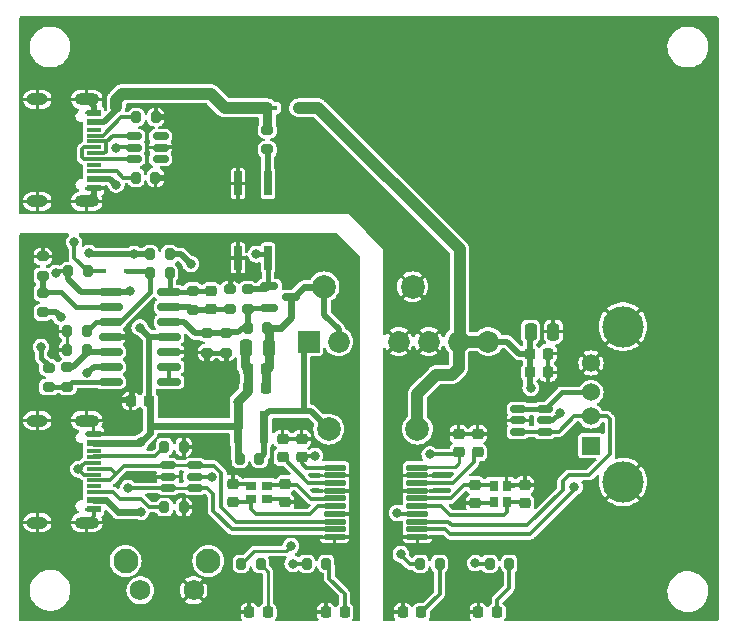
<source format=gbr>
%TF.GenerationSoftware,KiCad,Pcbnew,7.0.9*%
%TF.CreationDate,2023-12-12T13:04:39+02:00*%
%TF.ProjectId,ADuM3165_USB_ISOLATION,4144754d-3331-4363-955f-5553425f4953,rev?*%
%TF.SameCoordinates,Original*%
%TF.FileFunction,Copper,L1,Top*%
%TF.FilePolarity,Positive*%
%FSLAX46Y46*%
G04 Gerber Fmt 4.6, Leading zero omitted, Abs format (unit mm)*
G04 Created by KiCad (PCBNEW 7.0.9) date 2023-12-12 13:04:39*
%MOMM*%
%LPD*%
G01*
G04 APERTURE LIST*
G04 Aperture macros list*
%AMRoundRect*
0 Rectangle with rounded corners*
0 $1 Rounding radius*
0 $2 $3 $4 $5 $6 $7 $8 $9 X,Y pos of 4 corners*
0 Add a 4 corners polygon primitive as box body*
4,1,4,$2,$3,$4,$5,$6,$7,$8,$9,$2,$3,0*
0 Add four circle primitives for the rounded corners*
1,1,$1+$1,$2,$3*
1,1,$1+$1,$4,$5*
1,1,$1+$1,$6,$7*
1,1,$1+$1,$8,$9*
0 Add four rect primitives between the rounded corners*
20,1,$1+$1,$2,$3,$4,$5,0*
20,1,$1+$1,$4,$5,$6,$7,0*
20,1,$1+$1,$6,$7,$8,$9,0*
20,1,$1+$1,$8,$9,$2,$3,0*%
G04 Aperture macros list end*
%TA.AperFunction,SMDPad,CuDef*%
%ADD10RoundRect,0.225000X-0.250000X0.225000X-0.250000X-0.225000X0.250000X-0.225000X0.250000X0.225000X0*%
%TD*%
%TA.AperFunction,ComponentPad*%
%ADD11C,2.100000*%
%TD*%
%TA.AperFunction,ComponentPad*%
%ADD12C,1.750000*%
%TD*%
%TA.AperFunction,SMDPad,CuDef*%
%ADD13RoundRect,0.225000X0.250000X-0.225000X0.250000X0.225000X-0.250000X0.225000X-0.250000X-0.225000X0*%
%TD*%
%TA.AperFunction,SMDPad,CuDef*%
%ADD14RoundRect,0.200000X0.275000X-0.200000X0.275000X0.200000X-0.275000X0.200000X-0.275000X-0.200000X0*%
%TD*%
%TA.AperFunction,ComponentPad*%
%ADD15R,1.524000X1.524000*%
%TD*%
%TA.AperFunction,ComponentPad*%
%ADD16C,1.524000*%
%TD*%
%TA.AperFunction,ComponentPad*%
%ADD17C,3.500000*%
%TD*%
%TA.AperFunction,SMDPad,CuDef*%
%ADD18RoundRect,0.200000X-0.200000X-0.275000X0.200000X-0.275000X0.200000X0.275000X-0.200000X0.275000X0*%
%TD*%
%TA.AperFunction,SMDPad,CuDef*%
%ADD19RoundRect,0.218750X-0.218750X-0.256250X0.218750X-0.256250X0.218750X0.256250X-0.218750X0.256250X0*%
%TD*%
%TA.AperFunction,SMDPad,CuDef*%
%ADD20RoundRect,0.150000X-0.512500X-0.150000X0.512500X-0.150000X0.512500X0.150000X-0.512500X0.150000X0*%
%TD*%
%TA.AperFunction,SMDPad,CuDef*%
%ADD21RoundRect,0.200000X0.200000X0.275000X-0.200000X0.275000X-0.200000X-0.275000X0.200000X-0.275000X0*%
%TD*%
%TA.AperFunction,SMDPad,CuDef*%
%ADD22R,1.150000X0.600000*%
%TD*%
%TA.AperFunction,SMDPad,CuDef*%
%ADD23R,1.150000X0.300000*%
%TD*%
%TA.AperFunction,ComponentPad*%
%ADD24O,2.100000X1.000000*%
%TD*%
%TA.AperFunction,ComponentPad*%
%ADD25O,1.800000X1.000000*%
%TD*%
%TA.AperFunction,SMDPad,CuDef*%
%ADD26RoundRect,0.225000X0.225000X0.250000X-0.225000X0.250000X-0.225000X-0.250000X0.225000X-0.250000X0*%
%TD*%
%TA.AperFunction,SMDPad,CuDef*%
%ADD27RoundRect,0.200000X-0.275000X0.200000X-0.275000X-0.200000X0.275000X-0.200000X0.275000X0.200000X0*%
%TD*%
%TA.AperFunction,SMDPad,CuDef*%
%ADD28RoundRect,0.150000X-0.587500X-0.150000X0.587500X-0.150000X0.587500X0.150000X-0.587500X0.150000X0*%
%TD*%
%TA.AperFunction,SMDPad,CuDef*%
%ADD29R,0.900000X0.800000*%
%TD*%
%TA.AperFunction,ComponentPad*%
%ADD30C,2.000000*%
%TD*%
%TA.AperFunction,SMDPad,CuDef*%
%ADD31R,0.600000X0.450000*%
%TD*%
%TA.AperFunction,SMDPad,CuDef*%
%ADD32R,0.800000X0.900000*%
%TD*%
%TA.AperFunction,SMDPad,CuDef*%
%ADD33RoundRect,0.250000X0.250000X0.475000X-0.250000X0.475000X-0.250000X-0.475000X0.250000X-0.475000X0*%
%TD*%
%TA.AperFunction,SMDPad,CuDef*%
%ADD34RoundRect,0.150000X0.512500X0.150000X-0.512500X0.150000X-0.512500X-0.150000X0.512500X-0.150000X0*%
%TD*%
%TA.AperFunction,SMDPad,CuDef*%
%ADD35RoundRect,0.125000X-0.825000X-0.125000X0.825000X-0.125000X0.825000X0.125000X-0.825000X0.125000X0*%
%TD*%
%TA.AperFunction,ComponentPad*%
%ADD36R,1.850000X1.850000*%
%TD*%
%TA.AperFunction,ComponentPad*%
%ADD37C,1.850000*%
%TD*%
%TA.AperFunction,SMDPad,CuDef*%
%ADD38RoundRect,0.225000X-0.225000X-0.250000X0.225000X-0.250000X0.225000X0.250000X-0.225000X0.250000X0*%
%TD*%
%TA.AperFunction,SMDPad,CuDef*%
%ADD39R,0.640000X2.000000*%
%TD*%
%TA.AperFunction,SMDPad,CuDef*%
%ADD40R,0.800000X2.700000*%
%TD*%
%TA.AperFunction,SMDPad,CuDef*%
%ADD41RoundRect,0.150000X0.825000X0.150000X-0.825000X0.150000X-0.825000X-0.150000X0.825000X-0.150000X0*%
%TD*%
%TA.AperFunction,ViaPad*%
%ADD42C,0.800000*%
%TD*%
%TA.AperFunction,Conductor*%
%ADD43C,0.300000*%
%TD*%
%TA.AperFunction,Conductor*%
%ADD44C,0.400000*%
%TD*%
%TA.AperFunction,Conductor*%
%ADD45C,0.500000*%
%TD*%
%TA.AperFunction,Conductor*%
%ADD46C,0.800000*%
%TD*%
%TA.AperFunction,Conductor*%
%ADD47C,0.600000*%
%TD*%
%TA.AperFunction,Conductor*%
%ADD48C,0.250000*%
%TD*%
%TA.AperFunction,Conductor*%
%ADD49C,1.000000*%
%TD*%
G04 APERTURE END LIST*
D10*
%TO.P,C11,1*%
%TO.N,GND1*%
X124300000Y-136175000D03*
%TO.P,C11,2*%
%TO.N,VDD*%
X124300000Y-137725000D03*
%TD*%
D11*
%TO.P,SW1,*%
%TO.N,*%
X116400000Y-146510000D03*
X109390000Y-146510000D03*
D12*
%TO.P,SW1,1,1*%
%TO.N,GND1*%
X115150000Y-149000000D03*
%TO.P,SW1,2,2*%
%TO.N,Net-(D5-A)*%
X110650000Y-149000000D03*
%TD*%
D13*
%TO.P,C2,1*%
%TO.N,Net-(U1B--)*%
X116621000Y-125212000D03*
%TO.P,C2,2*%
%TO.N,Net-(C2-Pad2)*%
X116621000Y-123662000D03*
%TD*%
D14*
%TO.P,R8,1*%
%TO.N,Net-(U1B--)*%
X115100000Y-125275000D03*
%TO.P,R8,2*%
%TO.N,Net-(C2-Pad2)*%
X115100000Y-123625000D03*
%TD*%
D15*
%TO.P,J3,1,VBUS*%
%TO.N,VDDA*%
X148800000Y-136750000D03*
D16*
%TO.P,J3,2,D-*%
%TO.N,Net-(J3-D-)*%
X148800000Y-134250000D03*
%TO.P,J3,3,D+*%
%TO.N,Net-(J3-D+)*%
X148800000Y-132250000D03*
%TO.P,J3,4,GND*%
%TO.N,GND2*%
X148800000Y-129750000D03*
D17*
%TO.P,J3,5,Shield*%
X151510000Y-139820000D03*
X151510000Y-126680000D03*
%TD*%
D18*
%TO.P,R6,1*%
%TO.N,GND1*%
X104475000Y-128650000D03*
%TO.P,R6,2*%
%TO.N,Net-(U1D-+)*%
X106125000Y-128650000D03*
%TD*%
D14*
%TO.P,R20,1*%
%TO.N,GND1*%
X116300000Y-128875000D03*
%TO.P,R20,2*%
%TO.N,Net-(Q1-S)*%
X116300000Y-127225000D03*
%TD*%
D18*
%TO.P,R23,1*%
%TO.N,Net-(U4-PGOOD)*%
X134335000Y-146750000D03*
%TO.P,R23,2*%
%TO.N,Net-(D6-A)*%
X135985000Y-146750000D03*
%TD*%
D19*
%TO.P,D1,1,K*%
%TO.N,GND1*%
X126362500Y-150850000D03*
%TO.P,D1,2,A*%
%TO.N,Net-(D1-A)*%
X127937500Y-150850000D03*
%TD*%
D20*
%TO.P,U5,1*%
%TO.N,Net-(U4-UD+)*%
X112972500Y-138420000D03*
%TO.P,U5,2*%
%TO.N,GND1*%
X112972500Y-139370000D03*
%TO.P,U5,3*%
%TO.N,Net-(U4-UD-)*%
X112972500Y-140320000D03*
%TO.P,U5,4*%
X115247500Y-140320000D03*
%TO.P,U5,5*%
%TO.N,VDD*%
X115247500Y-139370000D03*
%TO.P,U5,6*%
%TO.N,Net-(U4-UD+)*%
X115247500Y-138420000D03*
%TD*%
D21*
%TO.P,R18,1*%
%TO.N,GND2*%
X111925000Y-114050000D03*
%TO.P,R18,2*%
%TO.N,Net-(J1-CC2)*%
X110275000Y-114050000D03*
%TD*%
D13*
%TO.P,C15,1*%
%TO.N,GND1*%
X122900000Y-141525000D03*
%TO.P,C15,2*%
%TO.N,Net-(U4-GND1{slash}XI1)*%
X122900000Y-139975000D03*
%TD*%
%TO.P,C14,1*%
%TO.N,Net-(U4-VDD2)*%
X139200000Y-137325000D03*
%TO.P,C14,2*%
%TO.N,GND2*%
X139200000Y-135775000D03*
%TD*%
D22*
%TO.P,J2,A1,GND*%
%TO.N,GND1*%
X106680000Y-135750000D03*
%TO.P,J2,A4,VBUS*%
%TO.N,VDD*%
X106680000Y-136550000D03*
D23*
%TO.P,J2,A5,CC1*%
%TO.N,Net-(J2-CC1)*%
X106680000Y-137700000D03*
%TO.P,J2,A6,D+*%
%TO.N,Net-(U4-UD+)*%
X106680000Y-138700000D03*
%TO.P,J2,A7,D-*%
%TO.N,Net-(U4-UD-)*%
X106680000Y-139200000D03*
%TO.P,J2,A8,SBU1*%
%TO.N,unconnected-(J2-SBU1-PadA8)*%
X106680000Y-140200000D03*
D22*
%TO.P,J2,A9,VBUS*%
%TO.N,VDD*%
X106680000Y-141350000D03*
%TO.P,J2,A12,GND*%
%TO.N,GND1*%
X106680000Y-142150000D03*
%TO.P,J2,B1,GND*%
X106680000Y-142150000D03*
%TO.P,J2,B4,VBUS*%
%TO.N,VDD*%
X106680000Y-141350000D03*
D23*
%TO.P,J2,B5,CC2*%
%TO.N,Net-(J2-CC2)*%
X106680000Y-140700000D03*
%TO.P,J2,B6,D+*%
%TO.N,Net-(U4-UD+)*%
X106680000Y-139700000D03*
%TO.P,J2,B7,D-*%
%TO.N,Net-(U4-UD-)*%
X106680000Y-138200000D03*
%TO.P,J2,B8,SBU2*%
%TO.N,unconnected-(J2-SBU2-PadB8)*%
X106680000Y-137200000D03*
D22*
%TO.P,J2,B9,VBUS*%
%TO.N,VDD*%
X106680000Y-136550000D03*
%TO.P,J2,B12,GND*%
%TO.N,GND1*%
X106680000Y-135750000D03*
D24*
%TO.P,J2,S1,SHIELD*%
X106105000Y-134630000D03*
D25*
X101925000Y-134630000D03*
D24*
X106105000Y-143270000D03*
D25*
X101925000Y-143270000D03*
%TD*%
D10*
%TO.P,C18,1*%
%TO.N,GND2*%
X143200000Y-140075000D03*
%TO.P,C18,2*%
%TO.N,Net-(U4-XO2{slash}GND2)*%
X143200000Y-141625000D03*
%TD*%
D18*
%TO.P,R9,1*%
%TO.N,VDD*%
X119075000Y-137850000D03*
%TO.P,R9,2*%
%TO.N,Net-(DCDC1-+Vin)*%
X120725000Y-137850000D03*
%TD*%
D26*
%TO.P,C5,1*%
%TO.N,Net-(DCDC1--Vin)*%
X121325000Y-130300000D03*
%TO.P,C5,2*%
%TO.N,VDD*%
X119775000Y-130300000D03*
%TD*%
D21*
%TO.P,R25,1*%
%TO.N,GND1*%
X114325000Y-136850000D03*
%TO.P,R25,2*%
%TO.N,Net-(J2-CC1)*%
X112675000Y-136850000D03*
%TD*%
D13*
%TO.P,C17,1*%
%TO.N,Net-(U4-GND1{slash}XO1)*%
X118500000Y-141525000D03*
%TO.P,C17,2*%
%TO.N,GND1*%
X118500000Y-139975000D03*
%TD*%
D27*
%TO.P,R7,1*%
%TO.N,Net-(U1D-+)*%
X104472000Y-130121000D03*
%TO.P,R7,2*%
%TO.N,Net-(R13-Pad1)*%
X104472000Y-131771000D03*
%TD*%
D28*
%TO.P,Q1,1,G*%
%TO.N,Net-(Q1-G)*%
X121561500Y-123227000D03*
%TO.P,Q1,2,S*%
%TO.N,Net-(Q1-S)*%
X121561500Y-125127000D03*
%TO.P,Q1,3,D*%
%TO.N,Net-(DCDC1--Vin)*%
X123436500Y-124177000D03*
%TD*%
D22*
%TO.P,J1,A1,GND*%
%TO.N,GND2*%
X106680000Y-108550000D03*
%TO.P,J1,A4,VBUS*%
%TO.N,Net-(D2-A)*%
X106680000Y-109350000D03*
D23*
%TO.P,J1,A5,CC1*%
%TO.N,Net-(J1-CC1)*%
X106680000Y-110500000D03*
%TO.P,J1,A6,D+*%
%TO.N,Net-(J1-D+-PadA6)*%
X106680000Y-111500000D03*
%TO.P,J1,A7,D-*%
%TO.N,Net-(J1-D--PadA7)*%
X106680000Y-112000000D03*
%TO.P,J1,A8,SBU1*%
%TO.N,unconnected-(J1-SBU1-PadA8)*%
X106680000Y-113000000D03*
D22*
%TO.P,J1,A9,VBUS*%
%TO.N,Net-(D2-A)*%
X106680000Y-114150000D03*
%TO.P,J1,A12,GND*%
%TO.N,GND2*%
X106680000Y-114950000D03*
%TO.P,J1,B1,GND*%
X106680000Y-114950000D03*
%TO.P,J1,B4,VBUS*%
%TO.N,Net-(D2-A)*%
X106680000Y-114150000D03*
D23*
%TO.P,J1,B5,CC2*%
%TO.N,Net-(J1-CC2)*%
X106680000Y-113500000D03*
%TO.P,J1,B6,D+*%
%TO.N,Net-(J1-D+-PadA6)*%
X106680000Y-112500000D03*
%TO.P,J1,B7,D-*%
%TO.N,Net-(J1-D--PadA7)*%
X106680000Y-111000000D03*
%TO.P,J1,B8,SBU2*%
%TO.N,unconnected-(J1-SBU2-PadB8)*%
X106680000Y-110000000D03*
D22*
%TO.P,J1,B9,VBUS*%
%TO.N,Net-(D2-A)*%
X106680000Y-109350000D03*
%TO.P,J1,B12,GND*%
%TO.N,GND2*%
X106680000Y-108550000D03*
D24*
%TO.P,J1,S1,SHIELD*%
X106105000Y-107430000D03*
D25*
X101925000Y-107430000D03*
D24*
X106105000Y-116070000D03*
D25*
X101925000Y-116070000D03*
%TD*%
D14*
%TO.P,R21,1*%
%TO.N,GND1*%
X117870000Y-128875000D03*
%TO.P,R21,2*%
%TO.N,Net-(Q1-S)*%
X117870000Y-127225000D03*
%TD*%
D19*
%TO.P,D6,1,K*%
%TO.N,GND2*%
X132862500Y-150850000D03*
%TO.P,D6,2,A*%
%TO.N,Net-(D6-A)*%
X134437500Y-150850000D03*
%TD*%
D18*
%TO.P,R1,1*%
%TO.N,Net-(Q1-G)*%
X111475000Y-120550000D03*
%TO.P,R1,2*%
%TO.N,VDD*%
X113125000Y-120550000D03*
%TD*%
D29*
%TO.P,Y1,1,1*%
%TO.N,Net-(U4-GND1{slash}XO1)*%
X120000000Y-141300000D03*
%TO.P,Y1,2,2*%
%TO.N,GND1*%
X121400000Y-141300000D03*
%TO.P,Y1,3,3*%
%TO.N,Net-(U4-GND1{slash}XI1)*%
X121400000Y-140200000D03*
%TO.P,Y1,4,4*%
%TO.N,GND1*%
X120000000Y-140200000D03*
%TD*%
D30*
%TO.P,C10,1*%
%TO.N,GND2*%
X133700000Y-123300000D03*
%TO.P,C10,2*%
%TO.N,Net-(DCDC1--Vin)*%
X126200000Y-123300000D03*
%TD*%
D10*
%TO.P,C12,1*%
%TO.N,GND2*%
X137600000Y-135775000D03*
%TO.P,C12,2*%
%TO.N,VDDA*%
X137600000Y-137325000D03*
%TD*%
D31*
%TO.P,D5,1,K*%
%TO.N,Net-(D5-K)*%
X109550000Y-121950000D03*
%TO.P,D5,2,A*%
%TO.N,Net-(D5-A)*%
X107450000Y-121950000D03*
%TD*%
D30*
%TO.P,C3,1*%
%TO.N,VDDA*%
X134100000Y-135350000D03*
%TO.P,C3,2*%
%TO.N,Net-(DCDC1-+Vin)*%
X126600000Y-135350000D03*
%TD*%
D32*
%TO.P,Y2,1,1*%
%TO.N,Net-(U4-XO2{slash}GND2)*%
X141650000Y-141550000D03*
%TO.P,Y2,2,2*%
%TO.N,GND2*%
X141650000Y-140150000D03*
%TO.P,Y2,3,3*%
%TO.N,Net-(U4-XI2{slash}GND2)*%
X140550000Y-140150000D03*
%TO.P,Y2,4,4*%
%TO.N,GND2*%
X140550000Y-141550000D03*
%TD*%
D33*
%TO.P,C4,1*%
%TO.N,Net-(DCDC1--Vin)*%
X121500000Y-128500000D03*
%TO.P,C4,2*%
%TO.N,VDD*%
X119600000Y-128500000D03*
%TD*%
D13*
%TO.P,C16,1*%
%TO.N,GND2*%
X139000000Y-141625000D03*
%TO.P,C16,2*%
%TO.N,Net-(U4-XI2{slash}GND2)*%
X139000000Y-140075000D03*
%TD*%
D18*
%TO.P,R16,1*%
%TO.N,GND1*%
X104472000Y-127073000D03*
%TO.P,R16,2*%
%TO.N,Net-(D5-K)*%
X106122000Y-127073000D03*
%TD*%
D27*
%TO.P,R12,1*%
%TO.N,GND1*%
X118224000Y-123498000D03*
%TO.P,R12,2*%
%TO.N,Net-(U1B--)*%
X118224000Y-125148000D03*
%TD*%
D13*
%TO.P,C13,1*%
%TO.N,Net-(U4-VDD1)*%
X122700000Y-137725000D03*
%TO.P,C13,2*%
%TO.N,GND1*%
X122700000Y-136175000D03*
%TD*%
D27*
%TO.P,R2,1*%
%TO.N,Net-(U1C--)*%
X102400000Y-123825000D03*
%TO.P,R2,2*%
%TO.N,VDD*%
X102400000Y-125475000D03*
%TD*%
D21*
%TO.P,R17,1*%
%TO.N,Net-(D5-A)*%
X106185000Y-122000000D03*
%TO.P,R17,2*%
%TO.N,Net-(U1D--)*%
X104535000Y-122000000D03*
%TD*%
%TO.P,R26,1*%
%TO.N,GND1*%
X114325000Y-141950000D03*
%TO.P,R26,2*%
%TO.N,Net-(J2-CC2)*%
X112675000Y-141950000D03*
%TD*%
D31*
%TO.P,D2,1,K*%
%TO.N,VDDA*%
X124050000Y-108150000D03*
%TO.P,D2,2,A*%
%TO.N,Net-(D2-A)*%
X121950000Y-108150000D03*
%TD*%
D33*
%TO.P,C9,1*%
%TO.N,GND2*%
X145600000Y-127100000D03*
%TO.P,C9,2*%
%TO.N,VDDA*%
X143700000Y-127100000D03*
%TD*%
D34*
%TO.P,U3,1*%
%TO.N,unconnected-(U3-Pad1)*%
X112362500Y-112475000D03*
%TO.P,U3,2*%
%TO.N,GND2*%
X112362500Y-111525000D03*
%TO.P,U3,3*%
%TO.N,unconnected-(U3-Pad3)*%
X112362500Y-110575000D03*
%TO.P,U3,4*%
%TO.N,Net-(J1-D--PadA7)*%
X110087500Y-110575000D03*
%TO.P,U3,5*%
%TO.N,Net-(D2-A)*%
X110087500Y-111525000D03*
%TO.P,U3,6*%
%TO.N,Net-(J1-D+-PadA6)*%
X110087500Y-112475000D03*
%TD*%
D21*
%TO.P,R4,1*%
%TO.N,Net-(D1-A)*%
X126375000Y-146750000D03*
%TO.P,R4,2*%
%TO.N,Net-(U1D--)*%
X124725000Y-146750000D03*
%TD*%
D35*
%TO.P,U4,1,VBUS1*%
%TO.N,VDD*%
X127100000Y-138625000D03*
%TO.P,U4,2,GND1*%
%TO.N,GND1*%
X127100000Y-139275000D03*
%TO.P,U4,3,VDD1*%
%TO.N,Net-(U4-VDD1)*%
X127100000Y-139925000D03*
%TO.P,U4,4,GND1*%
%TO.N,GND1*%
X127100000Y-140575000D03*
%TO.P,U4,5,GND1/XI1*%
%TO.N,Net-(U4-GND1{slash}XI1)*%
X127100000Y-141225000D03*
%TO.P,U4,6,GND1/XO1*%
%TO.N,Net-(U4-GND1{slash}XO1)*%
X127100000Y-141875000D03*
%TO.P,U4,7,GND1*%
%TO.N,GND1*%
X127100000Y-142525000D03*
%TO.P,U4,8,UD+*%
%TO.N,Net-(U4-UD+)*%
X127100000Y-143175000D03*
%TO.P,U4,9,UD-*%
%TO.N,Net-(U4-UD-)*%
X127100000Y-143825000D03*
%TO.P,U4,10,GND1*%
%TO.N,GND1*%
X127100000Y-144475000D03*
%TO.P,U4,11,GND2*%
%TO.N,GND2*%
X134100000Y-144475000D03*
%TO.P,U4,12,DD+*%
%TO.N,Net-(J3-D+)*%
X134100000Y-143825000D03*
%TO.P,U4,13,DD-*%
%TO.N,Net-(J3-D-)*%
X134100000Y-143175000D03*
%TO.P,U4,14,PGOOD*%
%TO.N,Net-(U4-PGOOD)*%
X134100000Y-142525000D03*
%TO.P,U4,15,XO2/GND2*%
%TO.N,Net-(U4-XO2{slash}GND2)*%
X134100000Y-141875000D03*
%TO.P,U4,16,XI2/GND2*%
%TO.N,Net-(U4-XI2{slash}GND2)*%
X134100000Y-141225000D03*
%TO.P,U4,17,GND2*%
%TO.N,GND2*%
X134100000Y-140575000D03*
%TO.P,U4,18,VDD2*%
%TO.N,Net-(U4-VDD2)*%
X134100000Y-139925000D03*
%TO.P,U4,19,GND2*%
%TO.N,GND2*%
X134100000Y-139275000D03*
%TO.P,U4,20,VBUS2*%
%TO.N,VDDA*%
X134100000Y-138625000D03*
%TD*%
D14*
%TO.P,R3,1*%
%TO.N,Net-(R3-Pad1)*%
X121400000Y-111675000D03*
%TO.P,R3,2*%
%TO.N,Net-(D2-A)*%
X121400000Y-110025000D03*
%TD*%
%TO.P,R13,1*%
%TO.N,Net-(R13-Pad1)*%
X102874000Y-131793000D03*
%TO.P,R13,2*%
%TO.N,Net-(Q1-G)*%
X102874000Y-130143000D03*
%TD*%
D26*
%TO.P,C7,1*%
%TO.N,GND2*%
X145175000Y-128950000D03*
%TO.P,C7,2*%
%TO.N,VDDA*%
X143625000Y-128950000D03*
%TD*%
D20*
%TO.P,U6,1*%
%TO.N,Net-(J3-D+)*%
X142622500Y-133670000D03*
%TO.P,U6,2*%
%TO.N,GND2*%
X142622500Y-134620000D03*
%TO.P,U6,3*%
%TO.N,Net-(J3-D-)*%
X142622500Y-135570000D03*
%TO.P,U6,4*%
X144897500Y-135570000D03*
%TO.P,U6,5*%
%TO.N,VDDA*%
X144897500Y-134620000D03*
%TO.P,U6,6*%
%TO.N,Net-(J3-D+)*%
X144897500Y-133670000D03*
%TD*%
D26*
%TO.P,C8,1*%
%TO.N,GND2*%
X145175000Y-130550000D03*
%TO.P,C8,2*%
%TO.N,VDDA*%
X143625000Y-130550000D03*
%TD*%
D21*
%TO.P,R15,1*%
%TO.N,GND2*%
X111950000Y-108950000D03*
%TO.P,R15,2*%
%TO.N,Net-(J1-CC1)*%
X110300000Y-108950000D03*
%TD*%
D26*
%TO.P,C6,1*%
%TO.N,Net-(DCDC1--Vin)*%
X121325000Y-131900000D03*
%TO.P,C6,2*%
%TO.N,VDD*%
X119775000Y-131900000D03*
%TD*%
D36*
%TO.P,DCDC1,1,+Vin*%
%TO.N,Net-(DCDC1-+Vin)*%
X124890000Y-127936600D03*
D37*
%TO.P,DCDC1,2,-Vin*%
%TO.N,Net-(DCDC1--Vin)*%
X127430000Y-127936600D03*
%TO.P,DCDC1,4,-Vout*%
%TO.N,GND2*%
X132510000Y-127936600D03*
%TO.P,DCDC1,5,-Vout*%
X135050000Y-127936600D03*
%TO.P,DCDC1,6,+Vout*%
%TO.N,VDDA*%
X137590000Y-127936600D03*
%TO.P,DCDC1,7,+Vout*%
X140120000Y-127936600D03*
%TD*%
D38*
%TO.P,C1,1*%
%TO.N,GND1*%
X109825000Y-132975000D03*
%TO.P,C1,2*%
%TO.N,VDD*%
X111375000Y-132975000D03*
%TD*%
D14*
%TO.P,R19,1*%
%TO.N,Net-(Q1-S)*%
X119754000Y-125173000D03*
%TO.P,R19,2*%
%TO.N,Net-(Q1-G)*%
X119754000Y-123523000D03*
%TD*%
D18*
%TO.P,R11,1*%
%TO.N,VDD*%
X119175000Y-146750000D03*
%TO.P,R11,2*%
%TO.N,Net-(D4-A)*%
X120825000Y-146750000D03*
%TD*%
D39*
%TO.P,U2,1*%
%TO.N,Net-(R3-Pad1)*%
X121445000Y-114550000D03*
%TO.P,U2,2*%
%TO.N,GND2*%
X118905000Y-114550000D03*
%TO.P,U2,3*%
%TO.N,GND1*%
X118905000Y-120850000D03*
%TO.P,U2,4*%
%TO.N,Net-(Q1-G)*%
X121445000Y-120850000D03*
%TD*%
D27*
%TO.P,R5,1*%
%TO.N,GND1*%
X102400000Y-120725000D03*
%TO.P,R5,2*%
%TO.N,Net-(U1C--)*%
X102400000Y-122375000D03*
%TD*%
D18*
%TO.P,R10,1*%
%TO.N,Net-(D2-A)*%
X140225000Y-146750000D03*
%TO.P,R10,2*%
%TO.N,Net-(D3-A)*%
X141875000Y-146750000D03*
%TD*%
%TO.P,R22,1*%
%TO.N,Net-(Q1-S)*%
X119725000Y-126750000D03*
%TO.P,R22,2*%
%TO.N,Net-(DCDC1--Vin)*%
X121375000Y-126750000D03*
%TD*%
D19*
%TO.P,D4,1,K*%
%TO.N,GND1*%
X119862500Y-150850000D03*
%TO.P,D4,2,A*%
%TO.N,Net-(D4-A)*%
X121437500Y-150850000D03*
%TD*%
D40*
%TO.P,L1,1,1*%
%TO.N,VDD*%
X118900000Y-135150000D03*
%TO.P,L1,2,2*%
%TO.N,Net-(DCDC1-+Vin)*%
X121100000Y-135150000D03*
%TD*%
D21*
%TO.P,R14,1*%
%TO.N,Net-(C2-Pad2)*%
X113125000Y-122150000D03*
%TO.P,R14,2*%
%TO.N,Net-(D5-K)*%
X111475000Y-122150000D03*
%TD*%
D19*
%TO.P,D3,1,K*%
%TO.N,GND2*%
X139262500Y-150850000D03*
%TO.P,D3,2,A*%
%TO.N,Net-(D3-A)*%
X140837500Y-150850000D03*
%TD*%
D41*
%TO.P,U1,1*%
%TO.N,Net-(U1A--)*%
X113075000Y-131360000D03*
%TO.P,U1,2,-*%
X113075000Y-130090000D03*
%TO.P,U1,3,+*%
%TO.N,GND1*%
X113075000Y-128820000D03*
%TO.P,U1,4,V+*%
%TO.N,VDD*%
X113075000Y-127550000D03*
%TO.P,U1,5,+*%
%TO.N,Net-(Q1-S)*%
X113075000Y-126280000D03*
%TO.P,U1,6,-*%
%TO.N,Net-(U1B--)*%
X113075000Y-125010000D03*
%TO.P,U1,7*%
%TO.N,Net-(C2-Pad2)*%
X113075000Y-123740000D03*
%TO.P,U1,8*%
%TO.N,Net-(U1D--)*%
X108125000Y-123740000D03*
%TO.P,U1,9,-*%
%TO.N,Net-(U1C--)*%
X108125000Y-125010000D03*
%TO.P,U1,10,+*%
%TO.N,Net-(D5-K)*%
X108125000Y-126280000D03*
%TO.P,U1,11,V-*%
%TO.N,GND1*%
X108125000Y-127550000D03*
%TO.P,U1,12,+*%
%TO.N,Net-(U1D-+)*%
X108125000Y-128820000D03*
%TO.P,U1,13,-*%
%TO.N,Net-(U1D--)*%
X108125000Y-130090000D03*
%TO.P,U1,14*%
%TO.N,Net-(R13-Pad1)*%
X108125000Y-131360000D03*
%TD*%
D42*
%TO.N,GND1*%
X117800000Y-137900000D03*
X121600000Y-139000000D03*
X124200000Y-122450000D03*
X102000000Y-136250000D03*
X118375000Y-147834000D03*
X124175000Y-141550000D03*
X106650000Y-149500000D03*
X117100000Y-133550000D03*
X115700000Y-141950000D03*
X127900000Y-145550000D03*
X101000000Y-120750000D03*
X108700000Y-119350000D03*
X109000000Y-143850000D03*
X121600000Y-144850000D03*
X101900000Y-139000000D03*
X128700000Y-141450000D03*
X109500000Y-135050000D03*
X116500000Y-119250000D03*
X117900000Y-130050000D03*
X108600000Y-132750000D03*
X103495000Y-133102000D03*
X113800000Y-133450000D03*
X123150000Y-119350000D03*
X116300000Y-130050000D03*
X115800000Y-136850000D03*
X115300000Y-131550000D03*
X128100000Y-133150000D03*
X110400000Y-139400000D03*
X101900000Y-141850000D03*
X123500000Y-134950000D03*
X124300000Y-150100000D03*
%TO.N,VDD*%
X116750000Y-139400000D03*
X118900000Y-133075000D03*
X110700000Y-136450000D03*
X110700000Y-142350000D03*
X103900000Y-125850000D03*
X110600000Y-126750000D03*
X114900000Y-121350000D03*
X123400000Y-145250000D03*
X125425000Y-137625000D03*
%TO.N,VDDA*%
X135150000Y-137500000D03*
X146150000Y-134000000D03*
X143700000Y-131850000D03*
%TO.N,GND2*%
X144700000Y-148600000D03*
X157800000Y-126950000D03*
X144800000Y-104850000D03*
X132350000Y-139600000D03*
X132100000Y-133250000D03*
X127200000Y-114150000D03*
X107900000Y-102850000D03*
X156800000Y-135150000D03*
X113000000Y-114150000D03*
X137700000Y-141650000D03*
X113650000Y-111500000D03*
X115800000Y-115950000D03*
X119500000Y-105950000D03*
X142400000Y-115950000D03*
X150700000Y-117750000D03*
X135900000Y-145000000D03*
X134000000Y-108750000D03*
X139700000Y-122050000D03*
X156700000Y-141950000D03*
X132500000Y-118150000D03*
X136900000Y-149750000D03*
X157400000Y-115850000D03*
X113100000Y-108950000D03*
X103000000Y-111850000D03*
X149900000Y-110050000D03*
X131900000Y-148000000D03*
X151900000Y-133550000D03*
%TO.N,Net-(D2-A)*%
X108600000Y-111550000D03*
X139000000Y-146700000D03*
X108600000Y-108050000D03*
X108600000Y-114650000D03*
%TO.N,Net-(D5-A)*%
X105019000Y-119513000D03*
%TO.N,Net-(U4-UD-)*%
X105400000Y-138750000D03*
X109600000Y-140350000D03*
%TO.N,Net-(J3-D+)*%
X147400000Y-140250000D03*
%TO.N,Net-(Q1-G)*%
X102225000Y-128403000D03*
X120450000Y-120550000D03*
X110120000Y-120550000D03*
X106300000Y-120450000D03*
%TO.N,Net-(U1D--)*%
X123550000Y-146750000D03*
X109800000Y-123650000D03*
X103500000Y-122150000D03*
X106162000Y-130633500D03*
%TO.N,Net-(U4-PGOOD)*%
X132400000Y-142450000D03*
X132700000Y-145950000D03*
%TD*%
D43*
%TO.N,Net-(U4-GND1{slash}XO1)*%
X120450000Y-142550000D02*
X125000000Y-142550000D01*
X125000000Y-142550000D02*
X125675000Y-141875000D01*
X120000000Y-142100000D02*
X120450000Y-142550000D01*
X125675000Y-141875000D02*
X127100000Y-141875000D01*
X120000000Y-141300000D02*
X120000000Y-142100000D01*
%TO.N,GND1*%
X120000000Y-140200000D02*
X119775000Y-139975000D01*
D44*
X118224000Y-123498000D02*
X118224000Y-122818000D01*
D43*
X122975000Y-141550000D02*
X122900000Y-141625000D01*
X114325000Y-136850000D02*
X115800000Y-136850000D01*
D45*
X109900000Y-128050000D02*
X109900000Y-132850000D01*
D44*
X118224000Y-122818000D02*
X118905000Y-122137000D01*
D43*
X124175000Y-141550000D02*
X122975000Y-141550000D01*
D45*
X109900000Y-132850000D02*
X108700000Y-132850000D01*
D43*
X122575000Y-141300000D02*
X121400000Y-141300000D01*
D45*
X108700000Y-132850000D02*
X108600000Y-132750000D01*
D43*
X114325000Y-141950000D02*
X115700000Y-141950000D01*
D44*
X117870000Y-130020000D02*
X117900000Y-130050000D01*
D43*
X119775000Y-139975000D02*
X118500000Y-139975000D01*
D45*
X109400000Y-127550000D02*
X109900000Y-128050000D01*
D43*
X112962500Y-139400000D02*
X110400000Y-139400000D01*
D45*
X116300000Y-128875000D02*
X116300000Y-130050000D01*
D43*
X106680000Y-142695000D02*
X106105000Y-143270000D01*
X122900000Y-141625000D02*
X122575000Y-141300000D01*
D44*
X118905000Y-122137000D02*
X118905000Y-120850000D01*
X117870000Y-128875000D02*
X116270000Y-128875000D01*
D45*
X108125000Y-127550000D02*
X109400000Y-127550000D01*
D44*
X117870000Y-128875000D02*
X117870000Y-130020000D01*
D43*
X106680000Y-142150000D02*
X106680000Y-142695000D01*
D46*
%TO.N,VDD*%
X119775000Y-131900000D02*
X119775000Y-132100000D01*
D45*
X103525000Y-125475000D02*
X103900000Y-125850000D01*
D47*
X107746000Y-141350000D02*
X106680000Y-141350000D01*
X118900000Y-135150000D02*
X118900000Y-137675000D01*
D45*
X114900000Y-121350000D02*
X114100000Y-120550000D01*
D43*
X124400000Y-137625000D02*
X124300000Y-137725000D01*
D48*
X122975000Y-145675000D02*
X123400000Y-145250000D01*
D43*
X124300000Y-138250000D02*
X124300000Y-137725000D01*
D46*
X119775000Y-130300000D02*
X119775000Y-131900000D01*
D43*
X115237500Y-139400000D02*
X116750000Y-139400000D01*
D47*
X118800000Y-135050000D02*
X111500000Y-135050000D01*
X111500000Y-135050000D02*
X111500000Y-133100000D01*
D46*
X119525000Y-128750000D02*
X119525000Y-130050000D01*
D47*
X106680000Y-136550000D02*
X110600000Y-136550000D01*
D43*
X127100000Y-138625000D02*
X124675000Y-138625000D01*
D47*
X110700000Y-136450000D02*
X111500000Y-135650000D01*
D46*
X119775000Y-132100000D02*
X118900000Y-132975000D01*
D45*
X102400000Y-125475000D02*
X103525000Y-125475000D01*
D48*
X119175000Y-146800000D02*
X120300000Y-145675000D01*
D47*
X118900000Y-135150000D02*
X118800000Y-135050000D01*
D45*
X111400000Y-127650000D02*
X111400000Y-132850000D01*
X113075000Y-127550000D02*
X111500000Y-127550000D01*
D47*
X118900000Y-137675000D02*
X119075000Y-137850000D01*
D43*
X124675000Y-138625000D02*
X124300000Y-138250000D01*
D47*
X111500000Y-135650000D02*
X111500000Y-134850000D01*
D45*
X114100000Y-120550000D02*
X113125000Y-120550000D01*
D46*
X118900000Y-133075000D02*
X118900000Y-135150000D01*
D47*
X111500000Y-133100000D02*
X111375000Y-132975000D01*
X110600000Y-136550000D02*
X110700000Y-136450000D01*
D46*
X119525000Y-130050000D02*
X119775000Y-130300000D01*
X118900000Y-132975000D02*
X118900000Y-133075000D01*
D48*
X120300000Y-145675000D02*
X122975000Y-145675000D01*
D45*
X111500000Y-127550000D02*
X111400000Y-127550000D01*
D47*
X110700000Y-142350000D02*
X108746000Y-142350000D01*
D45*
X111400000Y-127550000D02*
X110600000Y-126750000D01*
D47*
X108746000Y-142350000D02*
X107746000Y-141350000D01*
D45*
X111500000Y-127550000D02*
X111400000Y-127650000D01*
D43*
X125425000Y-137625000D02*
X124400000Y-137625000D01*
D45*
%TO.N,Net-(U1B--)*%
X114835000Y-125010000D02*
X115100000Y-125275000D01*
D44*
X118224000Y-125148000D02*
X116685000Y-125148000D01*
D45*
X115170000Y-125275000D02*
X116645000Y-125275000D01*
D44*
X116685000Y-125148000D02*
X116621000Y-125212000D01*
X116645000Y-125275000D02*
X116670000Y-125250000D01*
D45*
X113075000Y-125010000D02*
X114835000Y-125010000D01*
%TO.N,VDDA*%
X143625000Y-127350000D02*
X143625000Y-128950000D01*
D49*
X125700000Y-108150000D02*
X124050000Y-108150000D01*
X137000000Y-130750000D02*
X137590000Y-130160000D01*
X137690000Y-120140000D02*
X125700000Y-108150000D01*
X134100000Y-135350000D02*
X134100000Y-132350000D01*
D43*
X135150000Y-137500000D02*
X137425000Y-137500000D01*
D45*
X141686600Y-127936600D02*
X140120000Y-127936600D01*
D48*
X137300000Y-138550000D02*
X137600000Y-138250000D01*
D49*
X137590000Y-127936600D02*
X137690000Y-127836600D01*
D45*
X142700000Y-128950000D02*
X141686600Y-127936600D01*
D48*
X134100000Y-138625000D02*
X134175000Y-138550000D01*
D43*
X137425000Y-137500000D02*
X137600000Y-137325000D01*
D49*
X137590000Y-127936600D02*
X140120000Y-127936600D01*
D45*
X143625000Y-130550000D02*
X143625000Y-131775000D01*
X143625000Y-130550000D02*
X143625000Y-128950000D01*
D44*
X144897500Y-134620000D02*
X145530000Y-134620000D01*
D48*
X134175000Y-138550000D02*
X137300000Y-138550000D01*
D44*
X145530000Y-134620000D02*
X146150000Y-134000000D01*
D49*
X137690000Y-127836600D02*
X137690000Y-120140000D01*
D45*
X143625000Y-128950000D02*
X142700000Y-128950000D01*
D49*
X134100000Y-132350000D02*
X135700000Y-130750000D01*
X137590000Y-130160000D02*
X137590000Y-127936600D01*
X135700000Y-130750000D02*
X137000000Y-130750000D01*
D45*
X143625000Y-131775000D02*
X143700000Y-131850000D01*
D48*
X137600000Y-138250000D02*
X137600000Y-137325000D01*
D45*
%TO.N,Net-(DCDC1-+Vin)*%
X121100000Y-134250000D02*
X121500000Y-133850000D01*
X125090000Y-133840000D02*
X124490000Y-133840000D01*
X121100000Y-135150000D02*
X121100000Y-134250000D01*
X121100000Y-137475000D02*
X120725000Y-137850000D01*
X124500000Y-133850000D02*
X124490000Y-133840000D01*
X121500000Y-133850000D02*
X124500000Y-133850000D01*
X121100000Y-135150000D02*
X121100000Y-137475000D01*
X124490000Y-128336600D02*
X124890000Y-127936600D01*
X124490000Y-133840000D02*
X124490000Y-128336600D01*
X126600000Y-135350000D02*
X125090000Y-133840000D01*
D43*
%TO.N,GND2*%
X113700000Y-111450000D02*
X113650000Y-111500000D01*
D45*
X111950000Y-108950000D02*
X113100000Y-108950000D01*
X112900000Y-114050000D02*
X113000000Y-114150000D01*
X106680000Y-115495000D02*
X106105000Y-116070000D01*
D43*
X139000000Y-141625000D02*
X140475000Y-141625000D01*
X132425000Y-139575000D02*
X132400000Y-139550000D01*
X141725000Y-140075000D02*
X141650000Y-140150000D01*
X137725000Y-141625000D02*
X137700000Y-141650000D01*
D45*
X111925000Y-114050000D02*
X112900000Y-114050000D01*
X106680000Y-108005000D02*
X106105000Y-107430000D01*
D43*
X141725000Y-140075000D02*
X143200000Y-140075000D01*
X112187500Y-111500000D02*
X113650000Y-111500000D01*
X139000000Y-141625000D02*
X137725000Y-141625000D01*
X132400000Y-139550000D02*
X132350000Y-139600000D01*
X140475000Y-141625000D02*
X140550000Y-141550000D01*
D45*
X106680000Y-114950000D02*
X106680000Y-115495000D01*
X106680000Y-108550000D02*
X106680000Y-108005000D01*
D46*
%TO.N,Net-(DCDC1--Vin)*%
X121500000Y-130125000D02*
X121325000Y-130300000D01*
X121500000Y-126875000D02*
X121500000Y-130125000D01*
X121375000Y-126750000D02*
X121500000Y-126875000D01*
D45*
X126200000Y-123300000D02*
X126200000Y-125650000D01*
D47*
X122547000Y-126750000D02*
X121375000Y-126750000D01*
X123436500Y-124177000D02*
X123436500Y-125860500D01*
D46*
X121325000Y-131900000D02*
X121325000Y-130300000D01*
D45*
X127430000Y-126880000D02*
X127430000Y-127936600D01*
D47*
X123436500Y-125860500D02*
X122547000Y-126750000D01*
X126200000Y-123300000D02*
X124519555Y-123300000D01*
X124519555Y-123300000D02*
X123642555Y-124177000D01*
D45*
X126200000Y-125650000D02*
X127430000Y-126880000D01*
D47*
X123642555Y-124177000D02*
X123436500Y-124177000D01*
D43*
%TO.N,Net-(U4-VDD1)*%
X127100000Y-139925000D02*
X124875000Y-139925000D01*
X122700000Y-137750000D02*
X122700000Y-137725000D01*
X122700000Y-137750000D02*
X124875000Y-139925000D01*
%TO.N,Net-(U4-VDD2)*%
X138900000Y-137625000D02*
X139200000Y-137325000D01*
X134100000Y-139925000D02*
X137075000Y-139925000D01*
X138900000Y-138100000D02*
X138900000Y-137625000D01*
X137075000Y-139925000D02*
X138900000Y-138100000D01*
%TO.N,Net-(U4-GND1{slash}XI1)*%
X121525000Y-140075000D02*
X123925000Y-140075000D01*
X121400000Y-140200000D02*
X121525000Y-140075000D01*
X127075000Y-141250000D02*
X127100000Y-141225000D01*
X125100000Y-141250000D02*
X127075000Y-141250000D01*
X123925000Y-140075000D02*
X125100000Y-141250000D01*
%TO.N,Net-(U4-XI2{slash}GND2)*%
X140475000Y-140075000D02*
X140550000Y-140150000D01*
X139000000Y-140075000D02*
X140475000Y-140075000D01*
X136925000Y-141225000D02*
X138075000Y-140075000D01*
X134100000Y-141225000D02*
X136925000Y-141225000D01*
X138075000Y-140075000D02*
X139000000Y-140075000D01*
%TO.N,Net-(U4-GND1{slash}XO1)*%
X118500000Y-141525000D02*
X119775000Y-141525000D01*
X119775000Y-141525000D02*
X120000000Y-141300000D01*
%TO.N,Net-(U4-XO2{slash}GND2)*%
X141650000Y-142400000D02*
X141650000Y-141550000D01*
X134100000Y-141875000D02*
X136125000Y-141875000D01*
X136900000Y-142650000D02*
X141400000Y-142650000D01*
X136125000Y-141875000D02*
X136900000Y-142650000D01*
X143125000Y-141550000D02*
X143200000Y-141625000D01*
X141650000Y-141550000D02*
X143125000Y-141550000D01*
X141400000Y-142650000D02*
X141650000Y-142400000D01*
%TO.N,Net-(D1-A)*%
X127937500Y-150850000D02*
X127937500Y-149287500D01*
X126650000Y-147025000D02*
X126375000Y-146750000D01*
X126650000Y-148000000D02*
X126650000Y-147025000D01*
X127937500Y-149287500D02*
X126650000Y-148000000D01*
%TO.N,Net-(D2-A)*%
X108600000Y-111550000D02*
X108600000Y-111450000D01*
X140225000Y-146750000D02*
X139050000Y-146750000D01*
D45*
X108600000Y-108050000D02*
X108600000Y-108350000D01*
X108100000Y-114150000D02*
X106680000Y-114150000D01*
D43*
X108650000Y-111500000D02*
X109912500Y-111500000D01*
D49*
X108600000Y-107450000D02*
X108600000Y-108050000D01*
X117800000Y-108150000D02*
X116600000Y-106950000D01*
D45*
X108600000Y-114650000D02*
X108100000Y-114150000D01*
D49*
X116600000Y-106950000D02*
X109100000Y-106950000D01*
D45*
X107600000Y-109350000D02*
X106680000Y-109350000D01*
D46*
X121400000Y-108150000D02*
X121400000Y-110025000D01*
D43*
X139050000Y-146750000D02*
X139000000Y-146700000D01*
X108600000Y-111550000D02*
X108650000Y-111500000D01*
D45*
X108600000Y-108350000D02*
X107600000Y-109350000D01*
D49*
X121400000Y-108150000D02*
X117800000Y-108150000D01*
X109100000Y-106950000D02*
X108600000Y-107450000D01*
D43*
%TO.N,Net-(D3-A)*%
X140837500Y-149812500D02*
X140837500Y-150850000D01*
X141875000Y-148775000D02*
X140837500Y-149812500D01*
X141875000Y-147237500D02*
X141875000Y-148775000D01*
D44*
%TO.N,Net-(C2-Pad2)*%
X113125000Y-122150000D02*
X113125000Y-123690000D01*
X115055000Y-123740000D02*
X115170000Y-123625000D01*
X116621000Y-123662000D02*
X115137000Y-123662000D01*
X115137000Y-123662000D02*
X115100000Y-123625000D01*
X113075000Y-123740000D02*
X115055000Y-123740000D01*
X113125000Y-123690000D02*
X113075000Y-123740000D01*
D48*
%TO.N,Net-(D4-A)*%
X121437500Y-147412500D02*
X120825000Y-146800000D01*
X121437500Y-150850000D02*
X121437500Y-147412500D01*
D44*
%TO.N,Net-(D5-K)*%
X108125000Y-126280000D02*
X108920000Y-126280000D01*
X109550000Y-121950000D02*
X111275000Y-121950000D01*
X108125000Y-126280000D02*
X106915000Y-126280000D01*
X108920000Y-126280000D02*
X111475000Y-123725000D01*
X111475000Y-123725000D02*
X111475000Y-122150000D01*
X106915000Y-126280000D02*
X106122000Y-127073000D01*
X111275000Y-121950000D02*
X111475000Y-122150000D01*
D43*
%TO.N,Net-(D5-A)*%
X106185000Y-122000000D02*
X105019000Y-120834000D01*
X105019000Y-120834000D02*
X105019000Y-119513000D01*
X107450000Y-121950000D02*
X106235000Y-121950000D01*
X106235000Y-121950000D02*
X106185000Y-122000000D01*
%TO.N,Net-(D6-A)*%
X135985000Y-149302500D02*
X135985000Y-146810000D01*
X134437500Y-150850000D02*
X135985000Y-149302500D01*
%TO.N,Net-(J1-CC1)*%
X109000000Y-108950000D02*
X110300000Y-108950000D01*
X107450000Y-110500000D02*
X109000000Y-108950000D01*
X106680000Y-110500000D02*
X107450000Y-110500000D01*
%TO.N,Net-(J1-D+-PadA6)*%
X105700000Y-112350000D02*
X105850000Y-112500000D01*
X105700000Y-111650000D02*
X105700000Y-112350000D01*
X105850000Y-112500000D02*
X106680000Y-112500000D01*
X105850000Y-111500000D02*
X105700000Y-111650000D01*
X106680000Y-112500000D02*
X109862500Y-112500000D01*
X106680000Y-111500000D02*
X105850000Y-111500000D01*
X109862500Y-112500000D02*
X109912500Y-112450000D01*
%TO.N,Net-(J1-D--PadA7)*%
X107850000Y-111000000D02*
X107550000Y-111000000D01*
X108300000Y-110550000D02*
X107850000Y-111000000D01*
X106680000Y-112000000D02*
X107550000Y-112000000D01*
X107550000Y-112000000D02*
X107700000Y-111850000D01*
X109912500Y-110550000D02*
X108300000Y-110550000D01*
X107700000Y-111150000D02*
X107550000Y-111000000D01*
X107550000Y-111000000D02*
X106680000Y-111000000D01*
X107700000Y-111850000D02*
X107700000Y-111150000D01*
%TO.N,Net-(J1-CC2)*%
X108650000Y-113500000D02*
X109200000Y-114050000D01*
X109200000Y-114050000D02*
X110275000Y-114050000D01*
X106680000Y-113500000D02*
X108650000Y-113500000D01*
%TO.N,Net-(J2-CC1)*%
X106680000Y-137700000D02*
X106753000Y-137627000D01*
X106753000Y-137627000D02*
X111898000Y-137627000D01*
X111898000Y-137627000D02*
X112675000Y-136850000D01*
%TO.N,Net-(U4-UD+)*%
X108144000Y-138700000D02*
X108597000Y-139153000D01*
X106680000Y-139700000D02*
X108050000Y-139700000D01*
X118725000Y-143175000D02*
X127100000Y-143175000D01*
X106680000Y-138700000D02*
X108144000Y-138700000D01*
X109300000Y-138450000D02*
X112962500Y-138450000D01*
X108050000Y-139700000D02*
X108597000Y-139153000D01*
X108597000Y-139153000D02*
X109300000Y-138450000D01*
X116900000Y-138450000D02*
X117500000Y-139050000D01*
D48*
X112972500Y-138420000D02*
X115247500Y-138420000D01*
D43*
X117500000Y-139050000D02*
X117500000Y-141950000D01*
X115237500Y-138450000D02*
X116900000Y-138450000D01*
X117500000Y-141950000D02*
X118725000Y-143175000D01*
D48*
%TO.N,Net-(U4-UD-)*%
X112972500Y-140320000D02*
X115247500Y-140320000D01*
D43*
X116800000Y-142250000D02*
X116800000Y-140850000D01*
X105950000Y-138200000D02*
X105400000Y-138750000D01*
X105850000Y-139200000D02*
X106680000Y-139200000D01*
X105400000Y-138750000D02*
X105850000Y-139200000D01*
X116800000Y-140850000D02*
X116300000Y-140350000D01*
X106680000Y-138200000D02*
X105950000Y-138200000D01*
X118375000Y-143825000D02*
X116800000Y-142250000D01*
X109600000Y-140350000D02*
X112962500Y-140350000D01*
X127100000Y-143825000D02*
X118375000Y-143825000D01*
X116300000Y-140350000D02*
X115237500Y-140350000D01*
%TO.N,Net-(J2-CC2)*%
X108366000Y-140700000D02*
X108956000Y-141290000D01*
X108956000Y-141290000D02*
X110740000Y-141290000D01*
X110740000Y-141290000D02*
X111400000Y-141950000D01*
X106680000Y-140700000D02*
X108366000Y-140700000D01*
X111400000Y-141950000D02*
X112675000Y-141950000D01*
%TO.N,Net-(J3-D-)*%
X144897500Y-135570000D02*
X146080000Y-135570000D01*
X134100000Y-143175000D02*
X136725000Y-143175000D01*
X137050000Y-143500000D02*
X143400000Y-143500000D01*
X148650000Y-139250000D02*
X150400000Y-137500000D01*
X150400000Y-137500000D02*
X150400000Y-134500000D01*
X142622500Y-135570000D02*
X144897500Y-135570000D01*
X146900000Y-139250000D02*
X148650000Y-139250000D01*
X146080000Y-135570000D02*
X147400000Y-134250000D01*
X147400000Y-134250000D02*
X148800000Y-134250000D01*
X150150000Y-134250000D02*
X148800000Y-134250000D01*
X150400000Y-134500000D02*
X150150000Y-134250000D01*
X146400000Y-140500000D02*
X146400000Y-139750000D01*
X143400000Y-143500000D02*
X146400000Y-140500000D01*
X146400000Y-139750000D02*
X146900000Y-139250000D01*
X136725000Y-143175000D02*
X137050000Y-143500000D01*
%TO.N,Net-(J3-D+)*%
X143650000Y-144250000D02*
X136900000Y-144250000D01*
D44*
X146317500Y-132250000D02*
X144897500Y-133670000D01*
D43*
X147400000Y-140250000D02*
X147400000Y-140500000D01*
X136475000Y-143825000D02*
X134100000Y-143825000D01*
D44*
X144897500Y-133670000D02*
X142622500Y-133670000D01*
D43*
X147400000Y-140500000D02*
X143650000Y-144250000D01*
D44*
X148800000Y-132250000D02*
X146317500Y-132250000D01*
D43*
X136900000Y-144250000D02*
X136475000Y-143825000D01*
D44*
%TO.N,Net-(Q1-G)*%
X121145000Y-120550000D02*
X121445000Y-120850000D01*
X121445000Y-123110500D02*
X121561500Y-123227000D01*
X121445000Y-120850000D02*
X121445000Y-123110500D01*
D45*
X119754000Y-123523000D02*
X121265500Y-123523000D01*
X121265500Y-123523000D02*
X121561500Y-123227000D01*
D44*
X102225000Y-129292000D02*
X102225000Y-128403000D01*
D45*
X111475000Y-120550000D02*
X106400000Y-120550000D01*
D44*
X102874000Y-129941000D02*
X102225000Y-129292000D01*
X102874000Y-130143000D02*
X102874000Y-129941000D01*
X120450000Y-120550000D02*
X121145000Y-120550000D01*
D45*
X106400000Y-120550000D02*
X106300000Y-120450000D01*
%TO.N,Net-(Q1-S)*%
X119300000Y-126750000D02*
X118900000Y-127150000D01*
X115300000Y-127250000D02*
X116275000Y-127250000D01*
X116270000Y-127225000D02*
X117870000Y-127225000D01*
X114330000Y-126280000D02*
X115300000Y-127250000D01*
D44*
X119800000Y-125127000D02*
X119754000Y-125173000D01*
D45*
X119725000Y-126750000D02*
X119725000Y-125202000D01*
X117945000Y-127150000D02*
X117870000Y-127225000D01*
D44*
X121561500Y-125127000D02*
X119800000Y-125127000D01*
D45*
X116275000Y-127250000D02*
X116300000Y-127225000D01*
X119725000Y-126750000D02*
X119300000Y-126750000D01*
X113075000Y-126280000D02*
X114330000Y-126280000D01*
X118900000Y-127150000D02*
X117945000Y-127150000D01*
X119725000Y-125202000D02*
X119754000Y-125173000D01*
%TO.N,Net-(U1C--)*%
X102400000Y-122375000D02*
X102400000Y-123825000D01*
D44*
X105160000Y-125010000D02*
X103900000Y-123750000D01*
X108125000Y-125010000D02*
X105160000Y-125010000D01*
X103900000Y-123750000D02*
X102475000Y-123750000D01*
X102475000Y-123750000D02*
X102400000Y-123825000D01*
D45*
%TO.N,Net-(R3-Pad1)*%
X121445000Y-111720000D02*
X121400000Y-111675000D01*
X121445000Y-114550000D02*
X121445000Y-111720000D01*
D44*
%TO.N,Net-(U1D--)*%
X109710000Y-123740000D02*
X109800000Y-123650000D01*
D45*
X108125000Y-123740000D02*
X109710000Y-123740000D01*
D43*
X103650000Y-122000000D02*
X103500000Y-122150000D01*
D45*
X104535000Y-122635000D02*
X104535000Y-122000000D01*
X106705500Y-130090000D02*
X108125000Y-130090000D01*
X106162000Y-130633500D02*
X106705500Y-130090000D01*
X105640000Y-123740000D02*
X104535000Y-122635000D01*
D43*
X124725000Y-146750000D02*
X123550000Y-146750000D01*
D45*
X108125000Y-123740000D02*
X105640000Y-123740000D01*
D43*
X104535000Y-122000000D02*
X103650000Y-122000000D01*
D45*
%TO.N,Net-(U1D-+)*%
X104952000Y-130121000D02*
X104472000Y-130121000D01*
X106125000Y-128948000D02*
X104952000Y-130121000D01*
X106295000Y-128820000D02*
X106125000Y-128650000D01*
X106125000Y-128650000D02*
X106125000Y-128948000D01*
X108125000Y-128820000D02*
X106295000Y-128820000D01*
D44*
%TO.N,Net-(R13-Pad1)*%
X104450000Y-131793000D02*
X104472000Y-131771000D01*
X108125000Y-131360000D02*
X104883000Y-131360000D01*
X102874000Y-131793000D02*
X104450000Y-131793000D01*
X104883000Y-131360000D02*
X104472000Y-131771000D01*
D43*
%TO.N,Net-(U4-PGOOD)*%
X132700000Y-146000000D02*
X132700000Y-145950000D01*
X132500000Y-142450000D02*
X132575000Y-142525000D01*
X132575000Y-142525000D02*
X134100000Y-142525000D01*
X132400000Y-142450000D02*
X132500000Y-142450000D01*
X133510000Y-146810000D02*
X132700000Y-146000000D01*
X134335000Y-146810000D02*
X133510000Y-146810000D01*
%TO.N,Net-(U1A--)*%
X113075000Y-131360000D02*
X113075000Y-130090000D01*
%TD*%
%TA.AperFunction,Conductor*%
%TO.N,GND2*%
G36*
X138292488Y-140598780D02*
G01*
X138348853Y-140640702D01*
X138374921Y-140675078D01*
X138473610Y-140749917D01*
X138515803Y-140807016D01*
X138520428Y-140877862D01*
X138486016Y-140939961D01*
X138473610Y-140950711D01*
X138375278Y-141025278D01*
X138288077Y-141140270D01*
X138235132Y-141274527D01*
X138235131Y-141274532D01*
X138225000Y-141358896D01*
X138225000Y-141475000D01*
X139770810Y-141475000D01*
X139774049Y-141475951D01*
X139811905Y-141438096D01*
X139814656Y-141440847D01*
X139848658Y-141411386D01*
X139901000Y-141400000D01*
X140574000Y-141400000D01*
X140642121Y-141420002D01*
X140688614Y-141473658D01*
X140700000Y-141526000D01*
X140700000Y-141574000D01*
X140679998Y-141642121D01*
X140626342Y-141688614D01*
X140574000Y-141700000D01*
X139854191Y-141700000D01*
X139850951Y-141699048D01*
X139813096Y-141736904D01*
X139810344Y-141734152D01*
X139776343Y-141763614D01*
X139724001Y-141775000D01*
X138225000Y-141775000D01*
X138225000Y-141891103D01*
X138235131Y-141975467D01*
X138235132Y-141975471D01*
X138255562Y-142027276D01*
X138261945Y-142097985D01*
X138229087Y-142160920D01*
X138167419Y-142196100D01*
X138138347Y-142199500D01*
X137138793Y-142199500D01*
X137070672Y-142179498D01*
X137049698Y-142162595D01*
X136777698Y-141890595D01*
X136743672Y-141828283D01*
X136748737Y-141757468D01*
X136791284Y-141700632D01*
X136857804Y-141675821D01*
X136866793Y-141675500D01*
X136896157Y-141675500D01*
X136903211Y-141675895D01*
X136942035Y-141680270D01*
X136942035Y-141680269D01*
X136942036Y-141680270D01*
X136942036Y-141680269D01*
X136967397Y-141675470D01*
X137000478Y-141669212D01*
X137031636Y-141664515D01*
X137059287Y-141660348D01*
X137059295Y-141660343D01*
X137067472Y-141657821D01*
X137075472Y-141655023D01*
X137128073Y-141627222D01*
X137145484Y-141618836D01*
X137181642Y-141601425D01*
X137181646Y-141601421D01*
X137188685Y-141596622D01*
X137195534Y-141591567D01*
X137195538Y-141591566D01*
X137237604Y-141549500D01*
X137281194Y-141509055D01*
X137281195Y-141509054D01*
X137287081Y-141501673D01*
X137287761Y-141502215D01*
X137297219Y-141489883D01*
X138159363Y-140627739D01*
X138221673Y-140593715D01*
X138292488Y-140598780D01*
G37*
%TD.AperFunction*%
%TA.AperFunction,Conductor*%
G36*
X136901327Y-140395502D02*
G01*
X136947820Y-140449158D01*
X136957924Y-140519432D01*
X136928430Y-140584012D01*
X136922301Y-140590595D01*
X136775301Y-140737595D01*
X136712989Y-140771621D01*
X136686206Y-140774500D01*
X135451691Y-140774500D01*
X135383570Y-140754498D01*
X135362596Y-140737595D01*
X135350001Y-140725000D01*
X135156516Y-140725000D01*
X135099314Y-140711267D01*
X135052211Y-140687267D01*
X135000595Y-140638519D01*
X134983529Y-140569604D01*
X135006429Y-140502403D01*
X135052211Y-140462733D01*
X135099314Y-140438733D01*
X135156516Y-140425000D01*
X135350000Y-140425000D01*
X135362595Y-140412405D01*
X135424907Y-140378379D01*
X135451690Y-140375500D01*
X136833206Y-140375500D01*
X136901327Y-140395502D01*
G37*
%TD.AperFunction*%
%TA.AperFunction,Conductor*%
G36*
X137151326Y-138995502D02*
G01*
X137197819Y-139049158D01*
X137207923Y-139119432D01*
X137178429Y-139184012D01*
X137172301Y-139190595D01*
X136925302Y-139437595D01*
X136862989Y-139471620D01*
X136836206Y-139474500D01*
X135451691Y-139474500D01*
X135383570Y-139454498D01*
X135362596Y-139437595D01*
X135350001Y-139425000D01*
X135156516Y-139425000D01*
X135099314Y-139411267D01*
X135052211Y-139387267D01*
X135000595Y-139338519D01*
X134983529Y-139269604D01*
X135006429Y-139202403D01*
X135052211Y-139162733D01*
X135099314Y-139138733D01*
X135156516Y-139125000D01*
X135349999Y-139125000D01*
X135349999Y-139116547D01*
X135349611Y-139111619D01*
X135351953Y-139111434D01*
X135359929Y-139050590D01*
X135405750Y-138996359D01*
X135473616Y-138975510D01*
X135475186Y-138975500D01*
X137083205Y-138975500D01*
X137151326Y-138995502D01*
G37*
%TD.AperFunction*%
%TA.AperFunction,Conductor*%
G36*
X106772121Y-107930002D02*
G01*
X106818614Y-107983658D01*
X106830000Y-108036000D01*
X106830000Y-108574000D01*
X106809998Y-108642121D01*
X106756342Y-108688614D01*
X106704000Y-108700000D01*
X106113774Y-108700000D01*
X106045653Y-108679998D01*
X106004656Y-108637003D01*
X106001305Y-108631201D01*
X106001303Y-108631195D01*
X105980062Y-108604559D01*
X105953228Y-108538829D01*
X105966190Y-108469025D01*
X106014833Y-108417311D01*
X106078573Y-108400000D01*
X106530000Y-108400000D01*
X106530000Y-108036000D01*
X106550002Y-107967879D01*
X106603658Y-107921386D01*
X106656000Y-107910000D01*
X106704000Y-107910000D01*
X106772121Y-107930002D01*
G37*
%TD.AperFunction*%
%TA.AperFunction,Conductor*%
G36*
X159541621Y-100420502D02*
G01*
X159588114Y-100474158D01*
X159599500Y-100526500D01*
X159599500Y-151473500D01*
X159579498Y-151541621D01*
X159525842Y-151588114D01*
X159473500Y-151599500D01*
X141587552Y-151599500D01*
X141519431Y-151579498D01*
X141472938Y-151525842D01*
X141462834Y-151455568D01*
X141487154Y-151397367D01*
X141513113Y-151363134D01*
X141513115Y-151363132D01*
X141565479Y-151230346D01*
X141575500Y-151146902D01*
X141575500Y-150553098D01*
X141565479Y-150469654D01*
X141513115Y-150336868D01*
X141426867Y-150223133D01*
X141426865Y-150223131D01*
X141426864Y-150223130D01*
X141337866Y-150155640D01*
X141295673Y-150098541D01*
X141288000Y-150055243D01*
X141288000Y-150051293D01*
X141308002Y-149983172D01*
X141324900Y-149962202D01*
X142173166Y-149113935D01*
X142178418Y-149109241D01*
X142208970Y-149084879D01*
X142242480Y-149035728D01*
X142244023Y-149033637D01*
X155268687Y-149033637D01*
X155278847Y-149298701D01*
X155329348Y-149559097D01*
X155419011Y-149808747D01*
X155419015Y-149808755D01*
X155545728Y-150041775D01*
X155706530Y-150252728D01*
X155706534Y-150252733D01*
X155897657Y-150436670D01*
X156114617Y-150589277D01*
X156352331Y-150706976D01*
X156605225Y-150787009D01*
X156697703Y-150801293D01*
X156867361Y-150827499D01*
X156867370Y-150827499D01*
X156867372Y-150827500D01*
X156867373Y-150827500D01*
X157066219Y-150827500D01*
X157066220Y-150827500D01*
X157105669Y-150824471D01*
X157264469Y-150812280D01*
X157264470Y-150812279D01*
X157264478Y-150812279D01*
X157522756Y-150751839D01*
X157768782Y-150652682D01*
X157996788Y-150517131D01*
X158201430Y-150348364D01*
X158377912Y-150150336D01*
X158522096Y-149927690D01*
X158630604Y-149685643D01*
X158700892Y-149429869D01*
X158731313Y-149166363D01*
X158721153Y-148901301D01*
X158670650Y-148640897D01*
X158580989Y-148391254D01*
X158532415Y-148301929D01*
X158454271Y-148158224D01*
X158293469Y-147947271D01*
X158293466Y-147947267D01*
X158102343Y-147763330D01*
X157885383Y-147610723D01*
X157647669Y-147493024D01*
X157394775Y-147412991D01*
X157394773Y-147412990D01*
X157394771Y-147412990D01*
X157132638Y-147372500D01*
X157132628Y-147372500D01*
X156933780Y-147372500D01*
X156923374Y-147373298D01*
X156735530Y-147387719D01*
X156668082Y-147403502D01*
X156477244Y-147448161D01*
X156477241Y-147448161D01*
X156477237Y-147448163D01*
X156231223Y-147547315D01*
X156231213Y-147547320D01*
X156003217Y-147682865D01*
X156003210Y-147682870D01*
X155798576Y-147851629D01*
X155798570Y-147851635D01*
X155622086Y-148049666D01*
X155622084Y-148049669D01*
X155477903Y-148272310D01*
X155477901Y-148272313D01*
X155369397Y-148514353D01*
X155299109Y-148770125D01*
X155299107Y-148770132D01*
X155268687Y-149033635D01*
X155268687Y-149033637D01*
X142244023Y-149033637D01*
X142277793Y-148987882D01*
X142277793Y-148987879D01*
X142277795Y-148987878D01*
X142281781Y-148980336D01*
X142285471Y-148972674D01*
X142285470Y-148972674D01*
X142285472Y-148972673D01*
X142303007Y-148915822D01*
X142322646Y-148859699D01*
X142322646Y-148859696D01*
X142324229Y-148851330D01*
X142325500Y-148842901D01*
X142325500Y-148783441D01*
X142325998Y-148770125D01*
X142327725Y-148723990D01*
X142327723Y-148723985D01*
X142326668Y-148714605D01*
X142327527Y-148714508D01*
X142325500Y-148699096D01*
X142325500Y-147525750D01*
X142345502Y-147457629D01*
X142375988Y-147424884D01*
X142432546Y-147382546D01*
X142518796Y-147267331D01*
X142520588Y-147262528D01*
X142537651Y-147216779D01*
X142569091Y-147132483D01*
X142575500Y-147072873D01*
X142575499Y-146427128D01*
X142569091Y-146367517D01*
X142547800Y-146310435D01*
X142518798Y-146232673D01*
X142518796Y-146232670D01*
X142518796Y-146232669D01*
X142475671Y-146175061D01*
X142432546Y-146117453D01*
X142329361Y-146040210D01*
X142317331Y-146031204D01*
X142317329Y-146031203D01*
X142317326Y-146031201D01*
X142182483Y-145980909D01*
X142182486Y-145980909D01*
X142122873Y-145974500D01*
X141627135Y-145974500D01*
X141627114Y-145974502D01*
X141567519Y-145980908D01*
X141567518Y-145980908D01*
X141432673Y-146031201D01*
X141432670Y-146031203D01*
X141317453Y-146117453D01*
X141231203Y-146232670D01*
X141231201Y-146232673D01*
X141180909Y-146367514D01*
X141175277Y-146419896D01*
X141148106Y-146485487D01*
X141089787Y-146525977D01*
X141018836Y-146528509D01*
X140957778Y-146492280D01*
X140926000Y-146428793D01*
X140924721Y-146419890D01*
X140919091Y-146367519D01*
X140919091Y-146367518D01*
X140868798Y-146232673D01*
X140868796Y-146232670D01*
X140868796Y-146232669D01*
X140825671Y-146175061D01*
X140782546Y-146117453D01*
X140679361Y-146040210D01*
X140667331Y-146031204D01*
X140667329Y-146031203D01*
X140667326Y-146031201D01*
X140532483Y-145980909D01*
X140532486Y-145980909D01*
X140472873Y-145974500D01*
X139977135Y-145974500D01*
X139977114Y-145974502D01*
X139917519Y-145980908D01*
X139917518Y-145980908D01*
X139782673Y-146031201D01*
X139782670Y-146031203D01*
X139667453Y-146117454D01*
X139642331Y-146151013D01*
X139585495Y-146193559D01*
X139514679Y-146198623D01*
X139457911Y-146169815D01*
X139400858Y-146119270D01*
X139400851Y-146119265D01*
X139250225Y-146040210D01*
X139250221Y-146040208D01*
X139085059Y-145999500D01*
X139085056Y-145999500D01*
X138914944Y-145999500D01*
X138914940Y-145999500D01*
X138749778Y-146040208D01*
X138749774Y-146040210D01*
X138599148Y-146119265D01*
X138599142Y-146119270D01*
X138471818Y-146232069D01*
X138471816Y-146232071D01*
X138375181Y-146372070D01*
X138375179Y-146372074D01*
X138314859Y-146531128D01*
X138294355Y-146699997D01*
X138294355Y-146700002D01*
X138314859Y-146868871D01*
X138375179Y-147027925D01*
X138375181Y-147027929D01*
X138471816Y-147167928D01*
X138471818Y-147167930D01*
X138589853Y-147272500D01*
X138599148Y-147280734D01*
X138749775Y-147359790D01*
X138749776Y-147359790D01*
X138749778Y-147359791D01*
X138863089Y-147387719D01*
X138914944Y-147400500D01*
X138914947Y-147400500D01*
X139085053Y-147400500D01*
X139085056Y-147400500D01*
X139250225Y-147359790D01*
X139400852Y-147280734D01*
X139412901Y-147270059D01*
X139477152Y-147239858D01*
X139547533Y-147249189D01*
X139597320Y-147288859D01*
X139667454Y-147382546D01*
X139782669Y-147468796D01*
X139782671Y-147468796D01*
X139782673Y-147468798D01*
X139817309Y-147481716D01*
X139917514Y-147519090D01*
X139917517Y-147519091D01*
X139977127Y-147525500D01*
X140472872Y-147525499D01*
X140532483Y-147519091D01*
X140667331Y-147468796D01*
X140782546Y-147382546D01*
X140868796Y-147267331D01*
X140870588Y-147262528D01*
X140887651Y-147216779D01*
X140919091Y-147132483D01*
X140924722Y-147080104D01*
X140951892Y-147014513D01*
X141010210Y-146974023D01*
X141081161Y-146971489D01*
X141142219Y-147007717D01*
X141173998Y-147071204D01*
X141175278Y-147080107D01*
X141180908Y-147132481D01*
X141231201Y-147267326D01*
X141231203Y-147267329D01*
X141231204Y-147267331D01*
X141263888Y-147310991D01*
X141309933Y-147372500D01*
X141317454Y-147382546D01*
X141374009Y-147424883D01*
X141416555Y-147481716D01*
X141424500Y-147525750D01*
X141424500Y-148536205D01*
X141404498Y-148604326D01*
X141387595Y-148625301D01*
X140539338Y-149473557D01*
X140534067Y-149478268D01*
X140503530Y-149502620D01*
X140470019Y-149551771D01*
X140434704Y-149599620D01*
X140430715Y-149607169D01*
X140427027Y-149614828D01*
X140409492Y-149671677D01*
X140389854Y-149727801D01*
X140388266Y-149736188D01*
X140387000Y-149744596D01*
X140387000Y-149804074D01*
X140384776Y-149863511D01*
X140385833Y-149872890D01*
X140384970Y-149872987D01*
X140387000Y-149888396D01*
X140387000Y-150055243D01*
X140366998Y-150123364D01*
X140337134Y-150155640D01*
X140248135Y-150223130D01*
X140161879Y-150336876D01*
X140159535Y-150341046D01*
X140108710Y-150390618D01*
X140039153Y-150404842D01*
X139972948Y-150379203D01*
X139939878Y-150341034D01*
X139937672Y-150337110D01*
X139851510Y-150223489D01*
X139737887Y-150137326D01*
X139605228Y-150085011D01*
X139605222Y-150085010D01*
X139521864Y-150075000D01*
X139412500Y-150075000D01*
X139412500Y-150874000D01*
X139392498Y-150942121D01*
X139338842Y-150988614D01*
X139286500Y-151000000D01*
X138525000Y-151000000D01*
X138525000Y-151146864D01*
X138535010Y-151230222D01*
X138535011Y-151230228D01*
X138587325Y-151362885D01*
X138613473Y-151397366D01*
X138638696Y-151463731D01*
X138624035Y-151533198D01*
X138574146Y-151583711D01*
X138513075Y-151599500D01*
X135187552Y-151599500D01*
X135119431Y-151579498D01*
X135072938Y-151525842D01*
X135062834Y-151455568D01*
X135087154Y-151397367D01*
X135113113Y-151363134D01*
X135113115Y-151363132D01*
X135165479Y-151230346D01*
X135175500Y-151146902D01*
X135175500Y-150801293D01*
X135195502Y-150733172D01*
X135212400Y-150712202D01*
X135224602Y-150700000D01*
X138525000Y-150700000D01*
X139112500Y-150700000D01*
X139112500Y-150075000D01*
X139003135Y-150075000D01*
X138919777Y-150085010D01*
X138919771Y-150085011D01*
X138787112Y-150137326D01*
X138673489Y-150223489D01*
X138587326Y-150337112D01*
X138535011Y-150469771D01*
X138535010Y-150469777D01*
X138525000Y-150553135D01*
X138525000Y-150700000D01*
X135224602Y-150700000D01*
X136283175Y-149641427D01*
X136288419Y-149636741D01*
X136318970Y-149612379D01*
X136352476Y-149563234D01*
X136387792Y-149515383D01*
X136391789Y-149507820D01*
X136395471Y-149500174D01*
X136395470Y-149500174D01*
X136395472Y-149500173D01*
X136413008Y-149443320D01*
X136432646Y-149387200D01*
X136432646Y-149387193D01*
X136434228Y-149378835D01*
X136435500Y-149370401D01*
X136435500Y-149310926D01*
X136435957Y-149298701D01*
X136437724Y-149251490D01*
X136437722Y-149251484D01*
X136436667Y-149242110D01*
X136437528Y-149242012D01*
X136435500Y-149226603D01*
X136435500Y-147525750D01*
X136455502Y-147457629D01*
X136485988Y-147424884D01*
X136542546Y-147382546D01*
X136628796Y-147267331D01*
X136630588Y-147262528D01*
X136647651Y-147216779D01*
X136679091Y-147132483D01*
X136685500Y-147072873D01*
X136685499Y-146427128D01*
X136679091Y-146367517D01*
X136657800Y-146310435D01*
X136628798Y-146232673D01*
X136628796Y-146232670D01*
X136628796Y-146232669D01*
X136585671Y-146175061D01*
X136542546Y-146117453D01*
X136439361Y-146040210D01*
X136427331Y-146031204D01*
X136427329Y-146031203D01*
X136427326Y-146031201D01*
X136292483Y-145980909D01*
X136292486Y-145980909D01*
X136232873Y-145974500D01*
X135737135Y-145974500D01*
X135737114Y-145974502D01*
X135677519Y-145980908D01*
X135677518Y-145980908D01*
X135542673Y-146031201D01*
X135542670Y-146031203D01*
X135427453Y-146117453D01*
X135341203Y-146232670D01*
X135341201Y-146232673D01*
X135290909Y-146367514D01*
X135285277Y-146419896D01*
X135258106Y-146485487D01*
X135199787Y-146525977D01*
X135128836Y-146528509D01*
X135067778Y-146492280D01*
X135036000Y-146428793D01*
X135034721Y-146419890D01*
X135029091Y-146367519D01*
X135029091Y-146367518D01*
X134978798Y-146232673D01*
X134978796Y-146232670D01*
X134978796Y-146232669D01*
X134935671Y-146175061D01*
X134892546Y-146117453D01*
X134789361Y-146040210D01*
X134777331Y-146031204D01*
X134777329Y-146031203D01*
X134777326Y-146031201D01*
X134642483Y-145980909D01*
X134642486Y-145980909D01*
X134582873Y-145974500D01*
X134087135Y-145974500D01*
X134087114Y-145974502D01*
X134027519Y-145980908D01*
X134027518Y-145980908D01*
X133892673Y-146031201D01*
X133892670Y-146031203D01*
X133777453Y-146117454D01*
X133726359Y-146185707D01*
X133669523Y-146228253D01*
X133598708Y-146233317D01*
X133536397Y-146199293D01*
X133436190Y-146099087D01*
X133402165Y-146036775D01*
X133400204Y-145994805D01*
X133405645Y-145950000D01*
X133385140Y-145781128D01*
X133324818Y-145622070D01*
X133228183Y-145482071D01*
X133228181Y-145482069D01*
X133100857Y-145369270D01*
X133100851Y-145369265D01*
X132950225Y-145290210D01*
X132950221Y-145290208D01*
X132785059Y-145249500D01*
X132785056Y-145249500D01*
X132614944Y-145249500D01*
X132614940Y-145249500D01*
X132449778Y-145290208D01*
X132449774Y-145290210D01*
X132299148Y-145369265D01*
X132299142Y-145369270D01*
X132171818Y-145482069D01*
X132171816Y-145482071D01*
X132075181Y-145622070D01*
X132075179Y-145622074D01*
X132014859Y-145781128D01*
X131994355Y-145949997D01*
X131994355Y-145950002D01*
X132014859Y-146118871D01*
X132075179Y-146277925D01*
X132075181Y-146277929D01*
X132171816Y-146417928D01*
X132171818Y-146417930D01*
X132248074Y-146485487D01*
X132299148Y-146530734D01*
X132449775Y-146609790D01*
X132449776Y-146609790D01*
X132449778Y-146609791D01*
X132606461Y-146648409D01*
X132614944Y-146650500D01*
X132661205Y-146650500D01*
X132729326Y-146670502D01*
X132750300Y-146687405D01*
X133171050Y-147108155D01*
X133175760Y-147113425D01*
X133190960Y-147132483D01*
X133200121Y-147143970D01*
X133249271Y-147177480D01*
X133297118Y-147212793D01*
X133297121Y-147212794D01*
X133304660Y-147216779D01*
X133312324Y-147220470D01*
X133312327Y-147220472D01*
X133369177Y-147238007D01*
X133425301Y-147257646D01*
X133425307Y-147257646D01*
X133433715Y-147259237D01*
X133442094Y-147260500D01*
X133501574Y-147260500D01*
X133561010Y-147262724D01*
X133561016Y-147262722D01*
X133570390Y-147261667D01*
X133570487Y-147262528D01*
X133585897Y-147260500D01*
X133623020Y-147260500D01*
X133691141Y-147280502D01*
X133723888Y-147310991D01*
X133777453Y-147382546D01*
X133801436Y-147400499D01*
X133892669Y-147468796D01*
X133892671Y-147468796D01*
X133892673Y-147468798D01*
X133927309Y-147481716D01*
X134027514Y-147519090D01*
X134027517Y-147519091D01*
X134087127Y-147525500D01*
X134582872Y-147525499D01*
X134642483Y-147519091D01*
X134777331Y-147468796D01*
X134892546Y-147382546D01*
X134978796Y-147267331D01*
X134980588Y-147262528D01*
X134997651Y-147216779D01*
X135029091Y-147132483D01*
X135034722Y-147080104D01*
X135061892Y-147014513D01*
X135120210Y-146974023D01*
X135191161Y-146971489D01*
X135252219Y-147007717D01*
X135283998Y-147071204D01*
X135285278Y-147080107D01*
X135290908Y-147132481D01*
X135341201Y-147267326D01*
X135341203Y-147267329D01*
X135341204Y-147267331D01*
X135373888Y-147310991D01*
X135419933Y-147372500D01*
X135427454Y-147382546D01*
X135484009Y-147424883D01*
X135526555Y-147481716D01*
X135534500Y-147525750D01*
X135534500Y-149063707D01*
X135514498Y-149131828D01*
X135497595Y-149152802D01*
X134612802Y-150037595D01*
X134550490Y-150071621D01*
X134523707Y-150074500D01*
X134178094Y-150074500D01*
X134094653Y-150084520D01*
X133961869Y-150136884D01*
X133848133Y-150223133D01*
X133761879Y-150336876D01*
X133759535Y-150341046D01*
X133708710Y-150390618D01*
X133639153Y-150404842D01*
X133572948Y-150379203D01*
X133539878Y-150341034D01*
X133537672Y-150337110D01*
X133451510Y-150223489D01*
X133337887Y-150137326D01*
X133205228Y-150085011D01*
X133205222Y-150085010D01*
X133121864Y-150075000D01*
X133012500Y-150075000D01*
X133012500Y-150874000D01*
X132992498Y-150942121D01*
X132938842Y-150988614D01*
X132886500Y-151000000D01*
X132125000Y-151000000D01*
X132125000Y-151146864D01*
X132135010Y-151230222D01*
X132135011Y-151230228D01*
X132187325Y-151362885D01*
X132213473Y-151397366D01*
X132238696Y-151463731D01*
X132224035Y-151533198D01*
X132174146Y-151583711D01*
X132113075Y-151599500D01*
X131326000Y-151599500D01*
X131257879Y-151579498D01*
X131211386Y-151525842D01*
X131200000Y-151473500D01*
X131200000Y-150700000D01*
X132125000Y-150700000D01*
X132712500Y-150700000D01*
X132712500Y-150075000D01*
X132603135Y-150075000D01*
X132519777Y-150085010D01*
X132519771Y-150085011D01*
X132387112Y-150137326D01*
X132273489Y-150223489D01*
X132187326Y-150337112D01*
X132135011Y-150469771D01*
X132135010Y-150469777D01*
X132125000Y-150553135D01*
X132125000Y-150700000D01*
X131200000Y-150700000D01*
X131200000Y-142450002D01*
X131694355Y-142450002D01*
X131714859Y-142618871D01*
X131775179Y-142777925D01*
X131775181Y-142777929D01*
X131871816Y-142917928D01*
X131871818Y-142917930D01*
X131997752Y-143029498D01*
X131999148Y-143030734D01*
X132149775Y-143109790D01*
X132149776Y-143109790D01*
X132149778Y-143109791D01*
X132306461Y-143148409D01*
X132314944Y-143150500D01*
X132314947Y-143150500D01*
X132485053Y-143150500D01*
X132485056Y-143150500D01*
X132650225Y-143109790D01*
X132664944Y-143102064D01*
X132734555Y-143088117D01*
X132800658Y-143114019D01*
X132842264Y-143171546D01*
X132849500Y-143213631D01*
X132849500Y-143333488D01*
X132865281Y-143433126D01*
X132865281Y-143433127D01*
X132865282Y-143433128D01*
X132870210Y-143442801D01*
X132883312Y-143512578D01*
X132870210Y-143557199D01*
X132865282Y-143566871D01*
X132865281Y-143566872D01*
X132865281Y-143566874D01*
X132849500Y-143666512D01*
X132849500Y-143666515D01*
X132849500Y-143983486D01*
X132865280Y-144083124D01*
X132870489Y-144093347D01*
X132883593Y-144163124D01*
X132870491Y-144207748D01*
X132865762Y-144217029D01*
X132865761Y-144217032D01*
X132850000Y-144316550D01*
X132850000Y-144325000D01*
X133043484Y-144325000D01*
X133100686Y-144338732D01*
X133141874Y-144359719D01*
X133235525Y-144374551D01*
X133299677Y-144404964D01*
X133337204Y-144465232D01*
X133336190Y-144536221D01*
X133296957Y-144595393D01*
X133231962Y-144623961D01*
X133215813Y-144625000D01*
X132850001Y-144625000D01*
X132850001Y-144633448D01*
X132865761Y-144732967D01*
X132926881Y-144852923D01*
X133022076Y-144948118D01*
X133142029Y-145009236D01*
X133241552Y-145024999D01*
X133950000Y-145024999D01*
X133950000Y-144624999D01*
X133915596Y-144590595D01*
X133881570Y-144528283D01*
X133886635Y-144457468D01*
X133929182Y-144400632D01*
X133995702Y-144375821D01*
X134004691Y-144375500D01*
X134195309Y-144375500D01*
X134263430Y-144395502D01*
X134309923Y-144449158D01*
X134320027Y-144519432D01*
X134290533Y-144584012D01*
X134284404Y-144590595D01*
X134250000Y-144624999D01*
X134250000Y-145024999D01*
X134958448Y-145024999D01*
X135057967Y-145009238D01*
X135177923Y-144948118D01*
X135273118Y-144852923D01*
X135334236Y-144732970D01*
X135350000Y-144633447D01*
X135350000Y-144625000D01*
X134984187Y-144625000D01*
X134916066Y-144604998D01*
X134869573Y-144551342D01*
X134859469Y-144481068D01*
X134888963Y-144416488D01*
X134948689Y-144378104D01*
X134964466Y-144374553D01*
X135058126Y-144359719D01*
X135099313Y-144338732D01*
X135156516Y-144325000D01*
X135350000Y-144325000D01*
X135362595Y-144312405D01*
X135424907Y-144278379D01*
X135451690Y-144275500D01*
X136236205Y-144275500D01*
X136304326Y-144295502D01*
X136325300Y-144312404D01*
X136561052Y-144548155D01*
X136565762Y-144553426D01*
X136582571Y-144574503D01*
X136590121Y-144583970D01*
X136590124Y-144583972D01*
X136590125Y-144583973D01*
X136599273Y-144590210D01*
X136639271Y-144617480D01*
X136687118Y-144652793D01*
X136687121Y-144652794D01*
X136694660Y-144656779D01*
X136702324Y-144660470D01*
X136702327Y-144660472D01*
X136759177Y-144678007D01*
X136815301Y-144697646D01*
X136815309Y-144697646D01*
X136823682Y-144699231D01*
X136832096Y-144700499D01*
X136832098Y-144700500D01*
X136832100Y-144700500D01*
X136891559Y-144700500D01*
X136951010Y-144702725D01*
X136951014Y-144702723D01*
X136960395Y-144701668D01*
X136960492Y-144702529D01*
X136975903Y-144700500D01*
X143621157Y-144700500D01*
X143628211Y-144700895D01*
X143667035Y-144705270D01*
X143667035Y-144705269D01*
X143667036Y-144705270D01*
X143667036Y-144705269D01*
X143698950Y-144699231D01*
X143725478Y-144694212D01*
X143756636Y-144689515D01*
X143784287Y-144685348D01*
X143784295Y-144685343D01*
X143792472Y-144682821D01*
X143800472Y-144680023D01*
X143853073Y-144652222D01*
X143870484Y-144643836D01*
X143906642Y-144626425D01*
X143906646Y-144626421D01*
X143913689Y-144621619D01*
X143920533Y-144616568D01*
X143920538Y-144616566D01*
X143962599Y-144574503D01*
X144006194Y-144534055D01*
X144006197Y-144534049D01*
X144012082Y-144526671D01*
X144012763Y-144527214D01*
X144022219Y-144514883D01*
X147594981Y-140942120D01*
X147643882Y-140914545D01*
X147643103Y-140912491D01*
X147650222Y-140909790D01*
X147650225Y-140909790D01*
X147800852Y-140830734D01*
X147928183Y-140717929D01*
X148024818Y-140577930D01*
X148085140Y-140418872D01*
X148099913Y-140297207D01*
X148105645Y-140250002D01*
X148105645Y-140249997D01*
X148085140Y-140081128D01*
X148024820Y-139922074D01*
X148024818Y-139922070D01*
X148008256Y-139898076D01*
X147986020Y-139830651D01*
X148003767Y-139761908D01*
X148055862Y-139713673D01*
X148111952Y-139700500D01*
X148621157Y-139700500D01*
X148628211Y-139700895D01*
X148667035Y-139705270D01*
X148667035Y-139705269D01*
X148667036Y-139705270D01*
X148667036Y-139705269D01*
X148692397Y-139700470D01*
X148725478Y-139694212D01*
X148756636Y-139689515D01*
X148784287Y-139685348D01*
X148784295Y-139685343D01*
X148792472Y-139682821D01*
X148800472Y-139680023D01*
X148853073Y-139652222D01*
X148870484Y-139643836D01*
X148906642Y-139626425D01*
X148906646Y-139626421D01*
X148913685Y-139621622D01*
X148920531Y-139616569D01*
X148920538Y-139616566D01*
X148962599Y-139574504D01*
X149006194Y-139534055D01*
X149006197Y-139534048D01*
X149012081Y-139526672D01*
X149012762Y-139527215D01*
X149022222Y-139514881D01*
X149301303Y-139235800D01*
X149363615Y-139201774D01*
X149434430Y-139206839D01*
X149491266Y-139249386D01*
X149516077Y-139315906D01*
X149513763Y-139350530D01*
X149474347Y-139540213D01*
X149474346Y-139540219D01*
X149455210Y-139819995D01*
X149455210Y-139820004D01*
X149474346Y-140099780D01*
X149474347Y-140099786D01*
X149531405Y-140374369D01*
X149531407Y-140374377D01*
X149625325Y-140638637D01*
X149754345Y-140887630D01*
X149754353Y-140887643D01*
X149916075Y-141116753D01*
X149916076Y-141116754D01*
X149957142Y-141160723D01*
X149957144Y-141160723D01*
X150594795Y-140523071D01*
X150731931Y-140673501D01*
X150809814Y-140732316D01*
X150169761Y-141372369D01*
X150169761Y-141372370D01*
X150325035Y-141498696D01*
X150564665Y-141644419D01*
X150821886Y-141756145D01*
X151091943Y-141831812D01*
X151369765Y-141869999D01*
X151369776Y-141870000D01*
X151650224Y-141870000D01*
X151650234Y-141869999D01*
X151928056Y-141831812D01*
X152198113Y-141756145D01*
X152455334Y-141644419D01*
X152694964Y-141498696D01*
X152850237Y-141372370D01*
X152850237Y-141372368D01*
X152210185Y-140732316D01*
X152288069Y-140673501D01*
X152425203Y-140523072D01*
X153062855Y-141160724D01*
X153062856Y-141160723D01*
X153103922Y-141116754D01*
X153265652Y-140887633D01*
X153265654Y-140887630D01*
X153394674Y-140638637D01*
X153488592Y-140374377D01*
X153488594Y-140374369D01*
X153545652Y-140099786D01*
X153545653Y-140099780D01*
X153564790Y-139820004D01*
X153564790Y-139819995D01*
X153545653Y-139540219D01*
X153545652Y-139540213D01*
X153488594Y-139265630D01*
X153488592Y-139265622D01*
X153394674Y-139001362D01*
X153265654Y-138752369D01*
X153265646Y-138752356D01*
X153103924Y-138523246D01*
X153103923Y-138523245D01*
X153062856Y-138479275D01*
X153062854Y-138479275D01*
X152425202Y-139116926D01*
X152288069Y-138966499D01*
X152210184Y-138907683D01*
X152850238Y-138267630D01*
X152850237Y-138267628D01*
X152694964Y-138141303D01*
X152455334Y-137995580D01*
X152198113Y-137883854D01*
X151928056Y-137808187D01*
X151650234Y-137770000D01*
X151369765Y-137770000D01*
X151091941Y-137808188D01*
X150969037Y-137842624D01*
X150898046Y-137841742D01*
X150838801Y-137802620D01*
X150810112Y-137737678D01*
X150814640Y-137684159D01*
X150819355Y-137668872D01*
X150828007Y-137640822D01*
X150847646Y-137584699D01*
X150847646Y-137584696D01*
X150849229Y-137576330D01*
X150850500Y-137567901D01*
X150850500Y-137508441D01*
X150851564Y-137480009D01*
X150852725Y-137448990D01*
X150852723Y-137448985D01*
X150851668Y-137439605D01*
X150852527Y-137439508D01*
X150850500Y-137424096D01*
X150850500Y-134528842D01*
X150850896Y-134521783D01*
X150852128Y-134510855D01*
X150855270Y-134482965D01*
X150851423Y-134462637D01*
X150844212Y-134424521D01*
X150839625Y-134394092D01*
X150835348Y-134365713D01*
X150835344Y-134365705D01*
X150832820Y-134357520D01*
X150830024Y-134349530D01*
X150811473Y-134314432D01*
X150802226Y-134296936D01*
X150776425Y-134243358D01*
X150776423Y-134243356D01*
X150776422Y-134243353D01*
X150771633Y-134236329D01*
X150766563Y-134229459D01*
X150724516Y-134187413D01*
X150684054Y-134143804D01*
X150676674Y-134137919D01*
X150677213Y-134137242D01*
X150664880Y-134127777D01*
X150581635Y-134044532D01*
X150488942Y-133951839D01*
X150484239Y-133946576D01*
X150459880Y-133916031D01*
X150459881Y-133916031D01*
X150410728Y-133882519D01*
X150362879Y-133847204D01*
X150355330Y-133843214D01*
X150347674Y-133839528D01*
X150290822Y-133821992D01*
X150234696Y-133802353D01*
X150226320Y-133800767D01*
X150217905Y-133799500D01*
X150217902Y-133799500D01*
X150158426Y-133799500D01*
X150098990Y-133797276D01*
X150098989Y-133797276D01*
X150089610Y-133798333D01*
X150089512Y-133797471D01*
X150074103Y-133799500D01*
X149839480Y-133799500D01*
X149771359Y-133779498D01*
X149728358Y-133732896D01*
X149687711Y-133656850D01*
X149554936Y-133495064D01*
X149393150Y-133362289D01*
X149390967Y-133361122D01*
X149390037Y-133360209D01*
X149388005Y-133358851D01*
X149388262Y-133358465D01*
X149340319Y-133311373D01*
X149324608Y-133242137D01*
X149348822Y-133175397D01*
X149388129Y-133141336D01*
X149388005Y-133141149D01*
X149389493Y-133140154D01*
X149390966Y-133138878D01*
X149393150Y-133137711D01*
X149554936Y-133004936D01*
X149687711Y-132843150D01*
X149786372Y-132658569D01*
X149847127Y-132458286D01*
X149847993Y-132449500D01*
X149867641Y-132250003D01*
X149867641Y-132249996D01*
X149847128Y-132041720D01*
X149847127Y-132041718D01*
X149847127Y-132041714D01*
X149786372Y-131841431D01*
X149687711Y-131656850D01*
X149554936Y-131495064D01*
X149393150Y-131362289D01*
X149208569Y-131263628D01*
X149008286Y-131202873D01*
X149008285Y-131202872D01*
X149008279Y-131202871D01*
X148800003Y-131182359D01*
X148799997Y-131182359D01*
X148591720Y-131202871D01*
X148391430Y-131263628D01*
X148206849Y-131362289D01*
X148045064Y-131495064D01*
X147912289Y-131656849D01*
X147898368Y-131682895D01*
X147848616Y-131733544D01*
X147787245Y-131749500D01*
X146384858Y-131749500D01*
X146358073Y-131746620D01*
X146353573Y-131745641D01*
X146353572Y-131745641D01*
X146301866Y-131749339D01*
X146297370Y-131749500D01*
X146281701Y-131749500D01*
X146266190Y-131751729D01*
X146261723Y-131752209D01*
X146210016Y-131755909D01*
X146210012Y-131755909D01*
X146205686Y-131757523D01*
X146179617Y-131764176D01*
X146175048Y-131764833D01*
X146175044Y-131764834D01*
X146127889Y-131786369D01*
X146123739Y-131788087D01*
X146117362Y-131790466D01*
X146075170Y-131806202D01*
X146075165Y-131806205D01*
X146071469Y-131808972D01*
X146048324Y-131822705D01*
X146044128Y-131824621D01*
X146004946Y-131858571D01*
X146001448Y-131861390D01*
X145988905Y-131870780D01*
X145977827Y-131881858D01*
X145974539Y-131884919D01*
X145935358Y-131918870D01*
X145935354Y-131918874D01*
X145932858Y-131922759D01*
X145915961Y-131943724D01*
X144827091Y-133032595D01*
X144764779Y-133066620D01*
X144737996Y-133069500D01*
X144330733Y-133069500D01*
X144300299Y-133072354D01*
X144300295Y-133072355D01*
X144172118Y-133117206D01*
X144172113Y-133117208D01*
X144134622Y-133144879D01*
X144067935Y-133169237D01*
X144059801Y-133169500D01*
X143460199Y-133169500D01*
X143392078Y-133149498D01*
X143385378Y-133144879D01*
X143347886Y-133117208D01*
X143347881Y-133117206D01*
X143219704Y-133072355D01*
X143219700Y-133072354D01*
X143189266Y-133069500D01*
X142055734Y-133069500D01*
X142055733Y-133069500D01*
X142025299Y-133072354D01*
X142025295Y-133072355D01*
X141897118Y-133117206D01*
X141897114Y-133117208D01*
X141787849Y-133197849D01*
X141707208Y-133307114D01*
X141707206Y-133307118D01*
X141662355Y-133435295D01*
X141662354Y-133435299D01*
X141659500Y-133465733D01*
X141659500Y-133874266D01*
X141662354Y-133904700D01*
X141662355Y-133904704D01*
X141707206Y-134032881D01*
X141707208Y-134032885D01*
X141735043Y-134070600D01*
X141759401Y-134137287D01*
X141743838Y-134206557D01*
X141735044Y-134220241D01*
X141707653Y-134257354D01*
X141707653Y-134257355D01*
X141662852Y-134385389D01*
X141662851Y-134385394D01*
X141660000Y-134415794D01*
X141660000Y-134470000D01*
X143584999Y-134470000D01*
X143584999Y-134415805D01*
X143584998Y-134415790D01*
X143582148Y-134385394D01*
X143565605Y-134338114D01*
X143561987Y-134267210D01*
X143597277Y-134205605D01*
X143660270Y-134172859D01*
X143684535Y-134170500D01*
X143834935Y-134170500D01*
X143903056Y-134190502D01*
X143949549Y-134244158D01*
X143959653Y-134314432D01*
X143953865Y-134338114D01*
X143937354Y-134385300D01*
X143934500Y-134415733D01*
X143934500Y-134824266D01*
X143937354Y-134854700D01*
X143937355Y-134854704D01*
X143971360Y-134951885D01*
X143974980Y-135022789D01*
X143939690Y-135084394D01*
X143876697Y-135117141D01*
X143852431Y-135119500D01*
X143667039Y-135119500D01*
X143598918Y-135099498D01*
X143552425Y-135045842D01*
X143542321Y-134975568D01*
X143548110Y-134951885D01*
X143582147Y-134854610D01*
X143582148Y-134854605D01*
X143584999Y-134824205D01*
X143585000Y-134824199D01*
X143585000Y-134770000D01*
X141660001Y-134770000D01*
X141660001Y-134824209D01*
X141662851Y-134854606D01*
X141662852Y-134854609D01*
X141707653Y-134982644D01*
X141707653Y-134982645D01*
X141735043Y-135019757D01*
X141759401Y-135086444D01*
X141743838Y-135155714D01*
X141735044Y-135169398D01*
X141707208Y-135207114D01*
X141707206Y-135207118D01*
X141662355Y-135335295D01*
X141662354Y-135335299D01*
X141659500Y-135365733D01*
X141659500Y-135774266D01*
X141662354Y-135804700D01*
X141662355Y-135804704D01*
X141707206Y-135932881D01*
X141707208Y-135932885D01*
X141787849Y-136042150D01*
X141897114Y-136122791D01*
X141897118Y-136122793D01*
X141973442Y-136149500D01*
X142025301Y-136167646D01*
X142055734Y-136170500D01*
X142055736Y-136170500D01*
X143189264Y-136170500D01*
X143189266Y-136170500D01*
X143219699Y-136167646D01*
X143347882Y-136122793D01*
X143453124Y-136045120D01*
X143519812Y-136020763D01*
X143527946Y-136020500D01*
X143992054Y-136020500D01*
X144060175Y-136040502D01*
X144066869Y-136045116D01*
X144172115Y-136122791D01*
X144172118Y-136122793D01*
X144248442Y-136149500D01*
X144300301Y-136167646D01*
X144330734Y-136170500D01*
X144330736Y-136170500D01*
X145464264Y-136170500D01*
X145464266Y-136170500D01*
X145494699Y-136167646D01*
X145622882Y-136122793D01*
X145728124Y-136045120D01*
X145794812Y-136020763D01*
X145802946Y-136020500D01*
X146051157Y-136020500D01*
X146058211Y-136020895D01*
X146097035Y-136025270D01*
X146097035Y-136025269D01*
X146097036Y-136025270D01*
X146097036Y-136025269D01*
X146122397Y-136020470D01*
X146155478Y-136014212D01*
X146186636Y-136009515D01*
X146214287Y-136005348D01*
X146214295Y-136005343D01*
X146222472Y-136002821D01*
X146230472Y-136000023D01*
X146283073Y-135972222D01*
X146300484Y-135963836D01*
X146336642Y-135946425D01*
X146336646Y-135946421D01*
X146343685Y-135941622D01*
X146350531Y-135936569D01*
X146350538Y-135936566D01*
X146392599Y-135894504D01*
X146436194Y-135854055D01*
X146436197Y-135854048D01*
X146442081Y-135846672D01*
X146442762Y-135847215D01*
X146452219Y-135834883D01*
X147549698Y-134737405D01*
X147612010Y-134703379D01*
X147638793Y-134700500D01*
X147760520Y-134700500D01*
X147828641Y-134720502D01*
X147871640Y-134767102D01*
X147912289Y-134843150D01*
X148045064Y-135004936D01*
X148206850Y-135137711D01*
X148391431Y-135236372D01*
X148591714Y-135297127D01*
X148591718Y-135297127D01*
X148591720Y-135297128D01*
X148799997Y-135317641D01*
X148800000Y-135317641D01*
X148800003Y-135317641D01*
X149008279Y-135297128D01*
X149008280Y-135297127D01*
X149008286Y-135297127D01*
X149208569Y-135236372D01*
X149393150Y-135137711D01*
X149554936Y-135004936D01*
X149687711Y-134843150D01*
X149712378Y-134797000D01*
X149762130Y-134746353D01*
X149831367Y-134730643D01*
X149898106Y-134754859D01*
X149941158Y-134811313D01*
X149949500Y-134856397D01*
X149949500Y-135646338D01*
X149929498Y-135714459D01*
X149875842Y-135760952D01*
X149805568Y-135771056D01*
X149740988Y-135741562D01*
X149734869Y-135735865D01*
X149734765Y-135735794D01*
X149631989Y-135690414D01*
X149631990Y-135690414D01*
X149606868Y-135687500D01*
X147993140Y-135687500D01*
X147993133Y-135687501D01*
X147968009Y-135690414D01*
X147968005Y-135690416D01*
X147865234Y-135735793D01*
X147785795Y-135815232D01*
X147785794Y-135815234D01*
X147740414Y-135918009D01*
X147737500Y-135943129D01*
X147737500Y-137556859D01*
X147737501Y-137556866D01*
X147740414Y-137581990D01*
X147740416Y-137581994D01*
X147785793Y-137684765D01*
X147865232Y-137764204D01*
X147865234Y-137764205D01*
X147865235Y-137764206D01*
X147968009Y-137809585D01*
X147993135Y-137812500D01*
X149146207Y-137812499D01*
X149214328Y-137832501D01*
X149260821Y-137886157D01*
X149270925Y-137956431D01*
X149241432Y-138021011D01*
X149235313Y-138027582D01*
X148500300Y-138762596D01*
X148437990Y-138796620D01*
X148411207Y-138799500D01*
X146928844Y-138799500D01*
X146921787Y-138799104D01*
X146882965Y-138794730D01*
X146882964Y-138794730D01*
X146824511Y-138805789D01*
X146765713Y-138814651D01*
X146757553Y-138817168D01*
X146749530Y-138819975D01*
X146696926Y-138847777D01*
X146643356Y-138873575D01*
X146636325Y-138878368D01*
X146629463Y-138883433D01*
X146587413Y-138925483D01*
X146543808Y-138965942D01*
X146537919Y-138973327D01*
X146537244Y-138972789D01*
X146527779Y-138985116D01*
X146101843Y-139411053D01*
X146096572Y-139415764D01*
X146066030Y-139440120D01*
X146032519Y-139489271D01*
X145997204Y-139537120D01*
X145993215Y-139544669D01*
X145989527Y-139552328D01*
X145971992Y-139609177D01*
X145952354Y-139665301D01*
X145950766Y-139673688D01*
X145949500Y-139682096D01*
X145949500Y-139741574D01*
X145947276Y-139801011D01*
X145948333Y-139810390D01*
X145947470Y-139810487D01*
X145949500Y-139825896D01*
X145949500Y-140261207D01*
X145929498Y-140329328D01*
X145912595Y-140350302D01*
X144179059Y-142083837D01*
X144116747Y-142117863D01*
X144045931Y-142112798D01*
X143989096Y-142070251D01*
X143964285Y-142003731D01*
X143964863Y-141979719D01*
X143972283Y-141917929D01*
X143975500Y-141891144D01*
X143975500Y-141358856D01*
X143965359Y-141274410D01*
X143963330Y-141269266D01*
X143912364Y-141140025D01*
X143912361Y-141140021D01*
X143825079Y-141024923D01*
X143825076Y-141024921D01*
X143751685Y-140969266D01*
X143726388Y-140950082D01*
X143684196Y-140892983D01*
X143679571Y-140822137D01*
X143713983Y-140760037D01*
X143726390Y-140749287D01*
X143824721Y-140674720D01*
X143911922Y-140559729D01*
X143964867Y-140425472D01*
X143964868Y-140425467D01*
X143974999Y-140341103D01*
X143975000Y-140341100D01*
X143975000Y-140225000D01*
X142429190Y-140225000D01*
X142425950Y-140224048D01*
X142388095Y-140261904D01*
X142385343Y-140259152D01*
X142351342Y-140288614D01*
X142299000Y-140300000D01*
X141626000Y-140300000D01*
X141557879Y-140279998D01*
X141511386Y-140226342D01*
X141500000Y-140174000D01*
X141500000Y-140000000D01*
X141800000Y-140000000D01*
X142345809Y-140000000D01*
X142349048Y-140000951D01*
X142386904Y-139963096D01*
X142389655Y-139965847D01*
X142423657Y-139936386D01*
X142475999Y-139925000D01*
X143050000Y-139925000D01*
X143050000Y-139325000D01*
X143350000Y-139325000D01*
X143350000Y-139925000D01*
X143975000Y-139925000D01*
X143975000Y-139808899D01*
X143974999Y-139808896D01*
X143964868Y-139724532D01*
X143964867Y-139724527D01*
X143911922Y-139590270D01*
X143824721Y-139475278D01*
X143709729Y-139388077D01*
X143575472Y-139335132D01*
X143575467Y-139335131D01*
X143491103Y-139325000D01*
X143350000Y-139325000D01*
X143050000Y-139325000D01*
X142908896Y-139325000D01*
X142824532Y-139335131D01*
X142824527Y-139335132D01*
X142690270Y-139388077D01*
X142575280Y-139475277D01*
X142517106Y-139551990D01*
X142460006Y-139594182D01*
X142389160Y-139598807D01*
X142327061Y-139564395D01*
X142308482Y-139537090D01*
X142308386Y-139537156D01*
X142301785Y-139527520D01*
X142222479Y-139448214D01*
X142222477Y-139448213D01*
X142119873Y-139402909D01*
X142119874Y-139402909D01*
X142094798Y-139400000D01*
X141800000Y-139400000D01*
X141800000Y-140000000D01*
X141500000Y-140000000D01*
X141500000Y-139400000D01*
X141205211Y-139400000D01*
X141205205Y-139400001D01*
X141180124Y-139402909D01*
X141151510Y-139415544D01*
X141081114Y-139424760D01*
X141049725Y-139415544D01*
X141045225Y-139413557D01*
X141019991Y-139402415D01*
X141019990Y-139402414D01*
X141019988Y-139402414D01*
X140994868Y-139399500D01*
X140105140Y-139399500D01*
X140105133Y-139399501D01*
X140080009Y-139402414D01*
X140080005Y-139402416D01*
X139977234Y-139447793D01*
X139897795Y-139527232D01*
X139891195Y-139536868D01*
X139889847Y-139535944D01*
X139852624Y-139580010D01*
X139784760Y-139600867D01*
X139716393Y-139581723D01*
X139682779Y-139551011D01*
X139625078Y-139474921D01*
X139509978Y-139387638D01*
X139509974Y-139387635D01*
X139375590Y-139334640D01*
X139375591Y-139334640D01*
X139291146Y-139324500D01*
X139291144Y-139324500D01*
X138708856Y-139324500D01*
X138708850Y-139324500D01*
X138620278Y-139335136D01*
X138550258Y-139323398D01*
X138497700Y-139275668D01*
X138479290Y-139207100D01*
X138500874Y-139139464D01*
X138516156Y-139120945D01*
X139198170Y-138438931D01*
X139203414Y-138434245D01*
X139233970Y-138409879D01*
X139267480Y-138360728D01*
X139302793Y-138312882D01*
X139302793Y-138312879D01*
X139302795Y-138312878D01*
X139306781Y-138305336D01*
X139310471Y-138297674D01*
X139310470Y-138297674D01*
X139310472Y-138297673D01*
X139328007Y-138240822D01*
X139347646Y-138184699D01*
X139347646Y-138184689D01*
X139348897Y-138178081D01*
X139381212Y-138114865D01*
X139442574Y-138079155D01*
X139472702Y-138075500D01*
X139491141Y-138075500D01*
X139491144Y-138075500D01*
X139575590Y-138065359D01*
X139709975Y-138012364D01*
X139825078Y-137925078D01*
X139912364Y-137809975D01*
X139965359Y-137675590D01*
X139975500Y-137591144D01*
X139975500Y-137058856D01*
X139965359Y-136974410D01*
X139943614Y-136919270D01*
X139912364Y-136840025D01*
X139912361Y-136840021D01*
X139825079Y-136724923D01*
X139726388Y-136650082D01*
X139684196Y-136592983D01*
X139679571Y-136522137D01*
X139713983Y-136460037D01*
X139726390Y-136449287D01*
X139824721Y-136374720D01*
X139911922Y-136259729D01*
X139964867Y-136125472D01*
X139964868Y-136125467D01*
X139974999Y-136041103D01*
X139975000Y-136041100D01*
X139975000Y-135925000D01*
X136825000Y-135925000D01*
X136825000Y-136041103D01*
X136835131Y-136125467D01*
X136835132Y-136125472D01*
X136888077Y-136259729D01*
X136975276Y-136374718D01*
X137073610Y-136449287D01*
X137115803Y-136506386D01*
X137120428Y-136577232D01*
X137086017Y-136639332D01*
X137073611Y-136650081D01*
X136974922Y-136724920D01*
X136887638Y-136840021D01*
X136887635Y-136840025D01*
X136836489Y-136969724D01*
X136792891Y-137025757D01*
X136725920Y-137049325D01*
X136719274Y-137049500D01*
X135745642Y-137049500D01*
X135677521Y-137029498D01*
X135662089Y-137017813D01*
X135619417Y-136980009D01*
X135550852Y-136919266D01*
X135550851Y-136919265D01*
X135400225Y-136840210D01*
X135400221Y-136840208D01*
X135235059Y-136799500D01*
X135235056Y-136799500D01*
X135064944Y-136799500D01*
X135064940Y-136799500D01*
X134899778Y-136840208D01*
X134899774Y-136840210D01*
X134749148Y-136919265D01*
X134749142Y-136919270D01*
X134621818Y-137032069D01*
X134621816Y-137032071D01*
X134525181Y-137172070D01*
X134525179Y-137172074D01*
X134464859Y-137331128D01*
X134444355Y-137499997D01*
X134444355Y-137500002D01*
X134464859Y-137668871D01*
X134525179Y-137827925D01*
X134525182Y-137827930D01*
X134531057Y-137836442D01*
X134559000Y-137876923D01*
X134581237Y-137944348D01*
X134563490Y-138013091D01*
X134511396Y-138061326D01*
X134455305Y-138074500D01*
X133241512Y-138074500D01*
X133141874Y-138090281D01*
X133141872Y-138090281D01*
X133141872Y-138090282D01*
X133021780Y-138151471D01*
X132926471Y-138246780D01*
X132865711Y-138366030D01*
X132865281Y-138366874D01*
X132849500Y-138466512D01*
X132849500Y-138783488D01*
X132851063Y-138793358D01*
X132865280Y-138883124D01*
X132870489Y-138893347D01*
X132883593Y-138963124D01*
X132870491Y-139007748D01*
X132865762Y-139017029D01*
X132865761Y-139017032D01*
X132850000Y-139116550D01*
X132850000Y-139125000D01*
X133043484Y-139125000D01*
X133100686Y-139138732D01*
X133123781Y-139150500D01*
X133147789Y-139162733D01*
X133199404Y-139211482D01*
X133216470Y-139280397D01*
X133193569Y-139347598D01*
X133147789Y-139387267D01*
X133141874Y-139390281D01*
X133103586Y-139409790D01*
X133100687Y-139411267D01*
X133043484Y-139425000D01*
X132850001Y-139425000D01*
X132850001Y-139433448D01*
X132865761Y-139532967D01*
X132870489Y-139542246D01*
X132883593Y-139612023D01*
X132870491Y-139656647D01*
X132865281Y-139666872D01*
X132865280Y-139666875D01*
X132856149Y-139724532D01*
X132849500Y-139766512D01*
X132849500Y-140083488D01*
X132852467Y-140102222D01*
X132865280Y-140183124D01*
X132870489Y-140193347D01*
X132883593Y-140263124D01*
X132870491Y-140307748D01*
X132865762Y-140317029D01*
X132865761Y-140317032D01*
X132850000Y-140416550D01*
X132850000Y-140425000D01*
X133043484Y-140425000D01*
X133100687Y-140438733D01*
X133147789Y-140462733D01*
X133199404Y-140511482D01*
X133216470Y-140580397D01*
X133193569Y-140647598D01*
X133147789Y-140687267D01*
X133100687Y-140711267D01*
X133043484Y-140725000D01*
X132850001Y-140725000D01*
X132850001Y-140733448D01*
X132865761Y-140832967D01*
X132870489Y-140842246D01*
X132883593Y-140912023D01*
X132870491Y-140956647D01*
X132865281Y-140966872D01*
X132865280Y-140966875D01*
X132859221Y-141005135D01*
X132849500Y-141066512D01*
X132849500Y-141383488D01*
X132865281Y-141483126D01*
X132865281Y-141483127D01*
X132865282Y-141483128D01*
X132870210Y-141492801D01*
X132883312Y-141562578D01*
X132870210Y-141607199D01*
X132865280Y-141616873D01*
X132850905Y-141707632D01*
X132820492Y-141771785D01*
X132760224Y-141809311D01*
X132689234Y-141808296D01*
X132667903Y-141799488D01*
X132650227Y-141790211D01*
X132650221Y-141790208D01*
X132485059Y-141749500D01*
X132485056Y-141749500D01*
X132314944Y-141749500D01*
X132314940Y-141749500D01*
X132149778Y-141790208D01*
X132149774Y-141790210D01*
X131999148Y-141869265D01*
X131999142Y-141869270D01*
X131871818Y-141982069D01*
X131871816Y-141982071D01*
X131775181Y-142122070D01*
X131775179Y-142122074D01*
X131714859Y-142281128D01*
X131694355Y-142449997D01*
X131694355Y-142450002D01*
X131200000Y-142450002D01*
X131200000Y-128594241D01*
X131220002Y-128526120D01*
X131273658Y-128479627D01*
X131343932Y-128469523D01*
X131408512Y-128499017D01*
X131440196Y-128540994D01*
X131445064Y-128551435D01*
X131445067Y-128551440D01*
X131543066Y-128691398D01*
X131543068Y-128691398D01*
X132122410Y-128112055D01*
X132161882Y-128189523D01*
X132257077Y-128284718D01*
X132334542Y-128324188D01*
X131755200Y-128903530D01*
X131755200Y-128903531D01*
X131895161Y-129001533D01*
X131895160Y-129001533D01*
X132089421Y-129092118D01*
X132089426Y-129092120D01*
X132296469Y-129147596D01*
X132510000Y-129166278D01*
X132723530Y-129147596D01*
X132930573Y-129092120D01*
X132930578Y-129092118D01*
X133124839Y-129001533D01*
X133264798Y-128903531D01*
X133264798Y-128903529D01*
X132685457Y-128324188D01*
X132762923Y-128284718D01*
X132858118Y-128189523D01*
X132897588Y-128112057D01*
X133476929Y-128691398D01*
X133476931Y-128691398D01*
X133574933Y-128551439D01*
X133665805Y-128356563D01*
X133712722Y-128303278D01*
X133780999Y-128283817D01*
X133848959Y-128304359D01*
X133894195Y-128356563D01*
X133985066Y-128551438D01*
X133985067Y-128551440D01*
X134083066Y-128691398D01*
X134083068Y-128691398D01*
X134662410Y-128112055D01*
X134701882Y-128189523D01*
X134797077Y-128284718D01*
X134874542Y-128324188D01*
X134295200Y-128903530D01*
X134295200Y-128903531D01*
X134435161Y-129001533D01*
X134435160Y-129001533D01*
X134629421Y-129092118D01*
X134629426Y-129092120D01*
X134836469Y-129147596D01*
X135050000Y-129166278D01*
X135263530Y-129147596D01*
X135470573Y-129092120D01*
X135470578Y-129092118D01*
X135664839Y-129001533D01*
X135804798Y-128903531D01*
X135804798Y-128903529D01*
X135225457Y-128324188D01*
X135302923Y-128284718D01*
X135398118Y-128189523D01*
X135437588Y-128112057D01*
X136016929Y-128691398D01*
X136016931Y-128691398D01*
X136114933Y-128551438D01*
X136114935Y-128551435D01*
X136205528Y-128357156D01*
X136252445Y-128303870D01*
X136320722Y-128284409D01*
X136388682Y-128304950D01*
X136433918Y-128357155D01*
X136524514Y-128551438D01*
X136524632Y-128551691D01*
X136647627Y-128727345D01*
X136752596Y-128832314D01*
X136786620Y-128894624D01*
X136789500Y-128921408D01*
X136789500Y-129776232D01*
X136769498Y-129844353D01*
X136752595Y-129865327D01*
X136705327Y-129912595D01*
X136643015Y-129946621D01*
X136616232Y-129949500D01*
X135609800Y-129949500D01*
X135569139Y-129958779D01*
X135562174Y-129959963D01*
X135520745Y-129964631D01*
X135481383Y-129978403D01*
X135474593Y-129980360D01*
X135433942Y-129989639D01*
X135433933Y-129989642D01*
X135396358Y-130007735D01*
X135389832Y-130010439D01*
X135350477Y-130024211D01*
X135315167Y-130046396D01*
X135308984Y-130049813D01*
X135271417Y-130067906D01*
X135271412Y-130067908D01*
X135238812Y-130093906D01*
X135233049Y-130097994D01*
X135197740Y-130120182D01*
X135197735Y-130120186D01*
X135123393Y-130194529D01*
X135070184Y-130247738D01*
X135070182Y-130247740D01*
X134325266Y-130992656D01*
X133580015Y-131737906D01*
X133580013Y-131737908D01*
X133470185Y-131847735D01*
X133470181Y-131847740D01*
X133447995Y-131883048D01*
X133443906Y-131888811D01*
X133417910Y-131921410D01*
X133417907Y-131921415D01*
X133399813Y-131958987D01*
X133396394Y-131965172D01*
X133374210Y-132000479D01*
X133374208Y-132000483D01*
X133360438Y-132039835D01*
X133357733Y-132046365D01*
X133339642Y-132083933D01*
X133339639Y-132083940D01*
X133330360Y-132124593D01*
X133328403Y-132131383D01*
X133314631Y-132170745D01*
X133309963Y-132212174D01*
X133308779Y-132219139D01*
X133299500Y-132259800D01*
X133299500Y-134259123D01*
X133279498Y-134327244D01*
X133262595Y-134348218D01*
X133099957Y-134510855D01*
X133099948Y-134510865D01*
X132969433Y-134697262D01*
X132873262Y-134903501D01*
X132873260Y-134903506D01*
X132814365Y-135123304D01*
X132794532Y-135350000D01*
X132814365Y-135576695D01*
X132873260Y-135796493D01*
X132873261Y-135796496D01*
X132878048Y-135806762D01*
X132969433Y-136002737D01*
X133099948Y-136189134D01*
X133099957Y-136189144D01*
X133260855Y-136350042D01*
X133260865Y-136350051D01*
X133447262Y-136480566D01*
X133447261Y-136480566D01*
X133515744Y-136512500D01*
X133653504Y-136576739D01*
X133873308Y-136635635D01*
X134100000Y-136655468D01*
X134326692Y-136635635D01*
X134546496Y-136576739D01*
X134752734Y-136480568D01*
X134782056Y-136460037D01*
X134939134Y-136350051D01*
X134939136Y-136350048D01*
X134939139Y-136350047D01*
X135100047Y-136189139D01*
X135113099Y-136170500D01*
X135230566Y-136002737D01*
X135230566Y-136002736D01*
X135230568Y-136002734D01*
X135326739Y-135796496D01*
X135372691Y-135625000D01*
X136825000Y-135625000D01*
X137450000Y-135625000D01*
X137450000Y-135025000D01*
X137750000Y-135025000D01*
X137750000Y-135625000D01*
X139050000Y-135625000D01*
X139050000Y-135025000D01*
X139350000Y-135025000D01*
X139350000Y-135625000D01*
X139975000Y-135625000D01*
X139975000Y-135508899D01*
X139974999Y-135508896D01*
X139964868Y-135424532D01*
X139964867Y-135424527D01*
X139911922Y-135290270D01*
X139824721Y-135175278D01*
X139709729Y-135088077D01*
X139575472Y-135035132D01*
X139575467Y-135035131D01*
X139491103Y-135025000D01*
X139350000Y-135025000D01*
X139050000Y-135025000D01*
X138908896Y-135025000D01*
X138824532Y-135035131D01*
X138824527Y-135035132D01*
X138690270Y-135088077D01*
X138575278Y-135175278D01*
X138500397Y-135274024D01*
X138443298Y-135316217D01*
X138372452Y-135320842D01*
X138310353Y-135286430D01*
X138299603Y-135274024D01*
X138224721Y-135175278D01*
X138109729Y-135088077D01*
X137975472Y-135035132D01*
X137975467Y-135035131D01*
X137891103Y-135025000D01*
X137750000Y-135025000D01*
X137450000Y-135025000D01*
X137308896Y-135025000D01*
X137224532Y-135035131D01*
X137224527Y-135035132D01*
X137090270Y-135088077D01*
X136975278Y-135175278D01*
X136888077Y-135290270D01*
X136835132Y-135424527D01*
X136835131Y-135424532D01*
X136825000Y-135508896D01*
X136825000Y-135625000D01*
X135372691Y-135625000D01*
X135385635Y-135576692D01*
X135405468Y-135350000D01*
X135385635Y-135123308D01*
X135326739Y-134903504D01*
X135230568Y-134697266D01*
X135230567Y-134697265D01*
X135230566Y-134697262D01*
X135100051Y-134510865D01*
X135100042Y-134510855D01*
X134937405Y-134348218D01*
X134903379Y-134285906D01*
X134900500Y-134259123D01*
X134900500Y-132733767D01*
X134920502Y-132665646D01*
X134937405Y-132644672D01*
X135994672Y-131587405D01*
X136056984Y-131553379D01*
X136083767Y-131550500D01*
X137090190Y-131550500D01*
X137090194Y-131550500D01*
X137130869Y-131541216D01*
X137137809Y-131540037D01*
X137172646Y-131536112D01*
X137179247Y-131535369D01*
X137179247Y-131535368D01*
X137179255Y-131535368D01*
X137218627Y-131521590D01*
X137225390Y-131519642D01*
X137266061Y-131510360D01*
X137303649Y-131492257D01*
X137310144Y-131489567D01*
X137349522Y-131475789D01*
X137384843Y-131453594D01*
X137390998Y-131450192D01*
X137428587Y-131432091D01*
X137461210Y-131406074D01*
X137466933Y-131402013D01*
X137502262Y-131379816D01*
X137629816Y-131252262D01*
X138187826Y-130694252D01*
X138219816Y-130662262D01*
X138242013Y-130626933D01*
X138246074Y-130621210D01*
X138272091Y-130588587D01*
X138290192Y-130550998D01*
X138293594Y-130544843D01*
X138315789Y-130509522D01*
X138329567Y-130470144D01*
X138332257Y-130463649D01*
X138350360Y-130426061D01*
X138359642Y-130385390D01*
X138361590Y-130378627D01*
X138375368Y-130339255D01*
X138380037Y-130297809D01*
X138381216Y-130290869D01*
X138390500Y-130250194D01*
X138390500Y-130069806D01*
X138390500Y-128921408D01*
X138410502Y-128853287D01*
X138427405Y-128832313D01*
X138485713Y-128774005D01*
X138548025Y-128739979D01*
X138574808Y-128737100D01*
X139135192Y-128737100D01*
X139203313Y-128757102D01*
X139224282Y-128774000D01*
X139329255Y-128878973D01*
X139504909Y-129001968D01*
X139699253Y-129092592D01*
X139906381Y-129148092D01*
X140120000Y-129166781D01*
X140333619Y-129148092D01*
X140540747Y-129092592D01*
X140735091Y-129001968D01*
X140910745Y-128878973D01*
X141062373Y-128727345D01*
X141185368Y-128551691D01*
X141185370Y-128551685D01*
X141185373Y-128551682D01*
X141186294Y-128550088D01*
X141186882Y-128549527D01*
X141188523Y-128547184D01*
X141188994Y-128547513D01*
X141237682Y-128501100D01*
X141295406Y-128487100D01*
X141406384Y-128487100D01*
X141474505Y-128507102D01*
X141495479Y-128524004D01*
X142304079Y-129332603D01*
X142339472Y-129370500D01*
X142349320Y-129381044D01*
X142387103Y-129404019D01*
X142392424Y-129407641D01*
X142427658Y-129434361D01*
X142444198Y-129440883D01*
X142463429Y-129450435D01*
X142478618Y-129459672D01*
X142521203Y-129471603D01*
X142527300Y-129473654D01*
X142568436Y-129489876D01*
X142586117Y-129491693D01*
X142607217Y-129495704D01*
X142624335Y-129500500D01*
X142668547Y-129500500D01*
X142674995Y-129500831D01*
X142718970Y-129505352D01*
X142718970Y-129505351D01*
X142718972Y-129505352D01*
X142729356Y-129503561D01*
X142736489Y-129502332D01*
X142757896Y-129500500D01*
X142905785Y-129500500D01*
X142973906Y-129520502D01*
X143006182Y-129550366D01*
X143024924Y-129575081D01*
X143031016Y-129581173D01*
X143030029Y-129582159D01*
X143066827Y-129631958D01*
X143074500Y-129675257D01*
X143074500Y-129824743D01*
X143054498Y-129892864D01*
X143030734Y-129918547D01*
X143031015Y-129918828D01*
X143024923Y-129924919D01*
X142937638Y-130040021D01*
X142937635Y-130040025D01*
X142884640Y-130174409D01*
X142874500Y-130258853D01*
X142874500Y-130841146D01*
X142884640Y-130925590D01*
X142937635Y-131059974D01*
X142954392Y-131082071D01*
X143024922Y-131175078D01*
X143024923Y-131175079D01*
X143024925Y-131175081D01*
X143031020Y-131181176D01*
X143030031Y-131182163D01*
X143066827Y-131231958D01*
X143074500Y-131275257D01*
X143074500Y-131500778D01*
X143066312Y-131545458D01*
X143014859Y-131681128D01*
X142994355Y-131849997D01*
X142994355Y-131850002D01*
X143014859Y-132018871D01*
X143075179Y-132177925D01*
X143075181Y-132177929D01*
X143171816Y-132317928D01*
X143171818Y-132317930D01*
X143281157Y-132414796D01*
X143299148Y-132430734D01*
X143449775Y-132509790D01*
X143449776Y-132509790D01*
X143449778Y-132509791D01*
X143606461Y-132548409D01*
X143614944Y-132550500D01*
X143614947Y-132550500D01*
X143785053Y-132550500D01*
X143785056Y-132550500D01*
X143950225Y-132509790D01*
X144100852Y-132430734D01*
X144228183Y-132317929D01*
X144324818Y-132177930D01*
X144385140Y-132018872D01*
X144397283Y-131918870D01*
X144405645Y-131850002D01*
X144405645Y-131849997D01*
X144385140Y-131681128D01*
X144324820Y-131522074D01*
X144324818Y-131522070D01*
X144228183Y-131382071D01*
X144217945Y-131373001D01*
X144180221Y-131312856D01*
X144175500Y-131278690D01*
X144175500Y-131275257D01*
X144195502Y-131207136D01*
X144219261Y-131181457D01*
X144218980Y-131181176D01*
X144225073Y-131175081D01*
X144225078Y-131175078D01*
X144299917Y-131076387D01*
X144357015Y-131034196D01*
X144427860Y-131029571D01*
X144489960Y-131063983D01*
X144500710Y-131076389D01*
X144575278Y-131174721D01*
X144690270Y-131261922D01*
X144824527Y-131314867D01*
X144824532Y-131314868D01*
X144908896Y-131324999D01*
X144908899Y-131325000D01*
X145025000Y-131325000D01*
X145025000Y-130700000D01*
X145325000Y-130700000D01*
X145325000Y-131325000D01*
X145441101Y-131325000D01*
X145441103Y-131324999D01*
X145525467Y-131314868D01*
X145525472Y-131314867D01*
X145659729Y-131261922D01*
X145774721Y-131174721D01*
X145861922Y-131059729D01*
X145914867Y-130925472D01*
X145914868Y-130925467D01*
X145924999Y-130841103D01*
X145925000Y-130841100D01*
X145925000Y-130700000D01*
X145325000Y-130700000D01*
X145025000Y-130700000D01*
X145025000Y-129100000D01*
X145325000Y-129100000D01*
X145325000Y-130400000D01*
X145925000Y-130400000D01*
X145925000Y-130258899D01*
X145924999Y-130258896D01*
X145914868Y-130174532D01*
X145914867Y-130174527D01*
X145861922Y-130040270D01*
X145774721Y-129925278D01*
X145675975Y-129850397D01*
X145633782Y-129793299D01*
X145630956Y-129750003D01*
X147732861Y-129750003D01*
X147753364Y-129958181D01*
X147814092Y-130158376D01*
X147912706Y-130342871D01*
X147949798Y-130388067D01*
X148385329Y-129952536D01*
X148397128Y-129982598D01*
X148483586Y-130091013D01*
X148595094Y-130167037D01*
X148161930Y-130600200D01*
X148207125Y-130637291D01*
X148207125Y-130637292D01*
X148391623Y-130735907D01*
X148591818Y-130796635D01*
X148799997Y-130817139D01*
X148800003Y-130817139D01*
X149008181Y-130796635D01*
X149208376Y-130735907D01*
X149392866Y-130637296D01*
X149392872Y-130637292D01*
X149438067Y-130600200D01*
X149438068Y-130600199D01*
X149001428Y-130163559D01*
X149062054Y-130134363D01*
X149163705Y-130040045D01*
X149214388Y-129952257D01*
X149650199Y-130388068D01*
X149650200Y-130388067D01*
X149687292Y-130342872D01*
X149687296Y-130342866D01*
X149785907Y-130158376D01*
X149846635Y-129958181D01*
X149867139Y-129750003D01*
X149867139Y-129749996D01*
X149846635Y-129541818D01*
X149785907Y-129341623D01*
X149687291Y-129157125D01*
X149650200Y-129111930D01*
X149214669Y-129547461D01*
X149202872Y-129517402D01*
X149116414Y-129408987D01*
X149004905Y-129332962D01*
X149438067Y-128899798D01*
X149392871Y-128862706D01*
X149208376Y-128764092D01*
X149008181Y-128703364D01*
X148800003Y-128682861D01*
X148799997Y-128682861D01*
X148591818Y-128703364D01*
X148391623Y-128764092D01*
X148207128Y-128862706D01*
X148161930Y-128899799D01*
X148598571Y-129336440D01*
X148537946Y-129365637D01*
X148436295Y-129459955D01*
X148385611Y-129547742D01*
X147949799Y-129111930D01*
X147912706Y-129157128D01*
X147814092Y-129341623D01*
X147753364Y-129541818D01*
X147732861Y-129749996D01*
X147732861Y-129750003D01*
X145630956Y-129750003D01*
X145629157Y-129722453D01*
X145663568Y-129660353D01*
X145675975Y-129649603D01*
X145774721Y-129574721D01*
X145861922Y-129459729D01*
X145914867Y-129325472D01*
X145914868Y-129325467D01*
X145924999Y-129241103D01*
X145925000Y-129241100D01*
X145925000Y-129100000D01*
X145325000Y-129100000D01*
X145025000Y-129100000D01*
X145025000Y-128926000D01*
X145045002Y-128857879D01*
X145098658Y-128811386D01*
X145151000Y-128800000D01*
X145925000Y-128800000D01*
X145925000Y-128658899D01*
X145924999Y-128658896D01*
X145914868Y-128574532D01*
X145914867Y-128574527D01*
X145861922Y-128440270D01*
X145776128Y-128327134D01*
X145750904Y-128260769D01*
X145765564Y-128191303D01*
X145815454Y-128140790D01*
X145876525Y-128125000D01*
X145893057Y-128125000D01*
X145893062Y-128124999D01*
X145981441Y-128114386D01*
X145981447Y-128114385D01*
X146122097Y-128058919D01*
X146242565Y-127967565D01*
X146333919Y-127847097D01*
X146389385Y-127706447D01*
X146389386Y-127706441D01*
X146399999Y-127618062D01*
X146400000Y-127618057D01*
X146400000Y-127250000D01*
X144800000Y-127250000D01*
X144800000Y-127618062D01*
X144810613Y-127706441D01*
X144810614Y-127706447D01*
X144866080Y-127847097D01*
X144962642Y-127974432D01*
X144960551Y-127976017D01*
X144988161Y-128026578D01*
X144983096Y-128097393D01*
X144940549Y-128154229D01*
X144880065Y-128178462D01*
X144824532Y-128185131D01*
X144824527Y-128185132D01*
X144690270Y-128238077D01*
X144575278Y-128325278D01*
X144500711Y-128423610D01*
X144443612Y-128465803D01*
X144372766Y-128470428D01*
X144310667Y-128436016D01*
X144299917Y-128423610D01*
X144225076Y-128324919D01*
X144218985Y-128318828D01*
X144219971Y-128317841D01*
X144183172Y-128268039D01*
X144175500Y-128224743D01*
X144175500Y-128157464D01*
X144195502Y-128089343D01*
X144225363Y-128057069D01*
X144342922Y-127967922D01*
X144434361Y-127847342D01*
X144489877Y-127706564D01*
X144500500Y-127618102D01*
X144500500Y-126950000D01*
X144800000Y-126950000D01*
X145450000Y-126950000D01*
X145450000Y-126075000D01*
X145750000Y-126075000D01*
X145750000Y-126950000D01*
X146400000Y-126950000D01*
X146400000Y-126680004D01*
X149455210Y-126680004D01*
X149474346Y-126959780D01*
X149474347Y-126959786D01*
X149531405Y-127234369D01*
X149531407Y-127234377D01*
X149625325Y-127498637D01*
X149754345Y-127747630D01*
X149754353Y-127747643D01*
X149916075Y-127976753D01*
X149916076Y-127976754D01*
X149957142Y-128020723D01*
X149957144Y-128020723D01*
X150594795Y-127383071D01*
X150731931Y-127533501D01*
X150809814Y-127592316D01*
X150169761Y-128232369D01*
X150169761Y-128232370D01*
X150325035Y-128358696D01*
X150564665Y-128504419D01*
X150821886Y-128616145D01*
X151091943Y-128691812D01*
X151369765Y-128729999D01*
X151369776Y-128730000D01*
X151650224Y-128730000D01*
X151650234Y-128729999D01*
X151928056Y-128691812D01*
X152198113Y-128616145D01*
X152455334Y-128504419D01*
X152694964Y-128358696D01*
X152850237Y-128232370D01*
X152850237Y-128232368D01*
X152210185Y-127592316D01*
X152288069Y-127533501D01*
X152425203Y-127383072D01*
X153062855Y-128020724D01*
X153062856Y-128020723D01*
X153103922Y-127976754D01*
X153265652Y-127747633D01*
X153265654Y-127747630D01*
X153394674Y-127498637D01*
X153488592Y-127234377D01*
X153488594Y-127234369D01*
X153545652Y-126959786D01*
X153545653Y-126959780D01*
X153564790Y-126680004D01*
X153564790Y-126679995D01*
X153545653Y-126400219D01*
X153545652Y-126400213D01*
X153488594Y-126125630D01*
X153488592Y-126125622D01*
X153394674Y-125861362D01*
X153265654Y-125612369D01*
X153265646Y-125612356D01*
X153103924Y-125383246D01*
X153103923Y-125383245D01*
X153062856Y-125339275D01*
X153062854Y-125339275D01*
X152425202Y-125976926D01*
X152288069Y-125826499D01*
X152210185Y-125767683D01*
X152850238Y-125127630D01*
X152850237Y-125127628D01*
X152694964Y-125001303D01*
X152455334Y-124855580D01*
X152198113Y-124743854D01*
X151928056Y-124668187D01*
X151650234Y-124630000D01*
X151369765Y-124630000D01*
X151091943Y-124668187D01*
X150821886Y-124743854D01*
X150564665Y-124855580D01*
X150325040Y-125001300D01*
X150169761Y-125127628D01*
X150169760Y-125127629D01*
X150809814Y-125767683D01*
X150731931Y-125826499D01*
X150594796Y-125976927D01*
X149957144Y-125339275D01*
X149957142Y-125339275D01*
X149916073Y-125383250D01*
X149754353Y-125612356D01*
X149754345Y-125612369D01*
X149625325Y-125861362D01*
X149531407Y-126125622D01*
X149531405Y-126125630D01*
X149474347Y-126400213D01*
X149474346Y-126400219D01*
X149455210Y-126679995D01*
X149455210Y-126680004D01*
X146400000Y-126680004D01*
X146400000Y-126581943D01*
X146399999Y-126581937D01*
X146389386Y-126493558D01*
X146389385Y-126493552D01*
X146333919Y-126352902D01*
X146242565Y-126232434D01*
X146122097Y-126141080D01*
X145981447Y-126085614D01*
X145981441Y-126085613D01*
X145893062Y-126075000D01*
X145750000Y-126075000D01*
X145450000Y-126075000D01*
X145306937Y-126075000D01*
X145218558Y-126085613D01*
X145218552Y-126085614D01*
X145077902Y-126141080D01*
X144957434Y-126232434D01*
X144866080Y-126352902D01*
X144810614Y-126493552D01*
X144810613Y-126493558D01*
X144800000Y-126581937D01*
X144800000Y-126950000D01*
X144500500Y-126950000D01*
X144500500Y-126581898D01*
X144489877Y-126493436D01*
X144479794Y-126467868D01*
X144434361Y-126352658D01*
X144434358Y-126352654D01*
X144342922Y-126232077D01*
X144222345Y-126140641D01*
X144222341Y-126140638D01*
X144081564Y-126085122D01*
X144081565Y-126085122D01*
X143993105Y-126074500D01*
X143993102Y-126074500D01*
X143406898Y-126074500D01*
X143406894Y-126074500D01*
X143318435Y-126085122D01*
X143177658Y-126140638D01*
X143177654Y-126140641D01*
X143057077Y-126232077D01*
X142965641Y-126352654D01*
X142965638Y-126352658D01*
X142910122Y-126493435D01*
X142899500Y-126581894D01*
X142899500Y-127618105D01*
X142910122Y-127706564D01*
X142965638Y-127847341D01*
X142965641Y-127847345D01*
X143048897Y-127957134D01*
X143074121Y-128023499D01*
X143074500Y-128033268D01*
X143074500Y-128224743D01*
X143054498Y-128292864D01*
X143030718Y-128318564D01*
X143030999Y-128318845D01*
X143028263Y-128321580D01*
X143027588Y-128321948D01*
X143024636Y-128325139D01*
X143018056Y-128330129D01*
X143016458Y-128328022D01*
X142965945Y-128355593D01*
X142895130Y-128350516D01*
X142850089Y-128321563D01*
X142082506Y-127553981D01*
X142037283Y-127505558D01*
X142037282Y-127505557D01*
X142025902Y-127498637D01*
X141999499Y-127482580D01*
X141994175Y-127478956D01*
X141958939Y-127452237D01*
X141942406Y-127445717D01*
X141923168Y-127436162D01*
X141907983Y-127426928D01*
X141907980Y-127426927D01*
X141887012Y-127421052D01*
X141865402Y-127414997D01*
X141859295Y-127412943D01*
X141818166Y-127396724D01*
X141806056Y-127395478D01*
X141800473Y-127394904D01*
X141779384Y-127390896D01*
X141762265Y-127386100D01*
X141762262Y-127386100D01*
X141718053Y-127386100D01*
X141711605Y-127385769D01*
X141667629Y-127381247D01*
X141650111Y-127384268D01*
X141628704Y-127386100D01*
X141295405Y-127386100D01*
X141227284Y-127366098D01*
X141188850Y-127325788D01*
X141188524Y-127326017D01*
X141187017Y-127323865D01*
X141186282Y-127323094D01*
X141185372Y-127321519D01*
X141185368Y-127321510D01*
X141062373Y-127145855D01*
X140910745Y-126994227D01*
X140875668Y-126969666D01*
X140861550Y-126959780D01*
X140735091Y-126871232D01*
X140672124Y-126841870D01*
X140540750Y-126780609D01*
X140540745Y-126780607D01*
X140434541Y-126752150D01*
X140333619Y-126725108D01*
X140120000Y-126706419D01*
X139906381Y-126725108D01*
X139850882Y-126739978D01*
X139699254Y-126780607D01*
X139699250Y-126780609D01*
X139504909Y-126871232D01*
X139329258Y-126994224D01*
X139329252Y-126994229D01*
X139224287Y-127099195D01*
X139161975Y-127133221D01*
X139135192Y-127136100D01*
X138616500Y-127136100D01*
X138548379Y-127116098D01*
X138501886Y-127062442D01*
X138490500Y-127010100D01*
X138490500Y-120049803D01*
X138484724Y-120024500D01*
X138481218Y-120009141D01*
X138480037Y-120002191D01*
X138475368Y-119960745D01*
X138461589Y-119921367D01*
X138459639Y-119914595D01*
X138450360Y-119873939D01*
X138432263Y-119836360D01*
X138429562Y-119829838D01*
X138415789Y-119790478D01*
X138393593Y-119755154D01*
X138390189Y-119748993D01*
X138372092Y-119711414D01*
X138372090Y-119711411D01*
X138346091Y-119678809D01*
X138341999Y-119673043D01*
X138319815Y-119637737D01*
X138260008Y-119577930D01*
X138192262Y-119510184D01*
X126234252Y-107552174D01*
X126202262Y-107520184D01*
X126202261Y-107520183D01*
X126190122Y-107512555D01*
X126166948Y-107497994D01*
X126161191Y-107493909D01*
X126128590Y-107467911D01*
X126128588Y-107467910D01*
X126128587Y-107467909D01*
X126091020Y-107449817D01*
X126084833Y-107446398D01*
X126049522Y-107424210D01*
X126049519Y-107424209D01*
X126010162Y-107410437D01*
X126003632Y-107407732D01*
X125966065Y-107389642D01*
X125966061Y-107389640D01*
X125966058Y-107389639D01*
X125966055Y-107389638D01*
X125925399Y-107380357D01*
X125918608Y-107378401D01*
X125879259Y-107364633D01*
X125879257Y-107364632D01*
X125879255Y-107364632D01*
X125837802Y-107359960D01*
X125830865Y-107358782D01*
X125790194Y-107349500D01*
X125744954Y-107349500D01*
X124005046Y-107349500D01*
X123870745Y-107364632D01*
X123870742Y-107364632D01*
X123870742Y-107364633D01*
X123700477Y-107424211D01*
X123700474Y-107424212D01*
X123547739Y-107520182D01*
X123547737Y-107520183D01*
X123420183Y-107647737D01*
X123420182Y-107647739D01*
X123324212Y-107800474D01*
X123324211Y-107800477D01*
X123278208Y-107931948D01*
X123264632Y-107970745D01*
X123244435Y-108150000D01*
X123264632Y-108329255D01*
X123305130Y-108444991D01*
X123324211Y-108499522D01*
X123324212Y-108499525D01*
X123420182Y-108652260D01*
X123420183Y-108652262D01*
X123547737Y-108779816D01*
X123547739Y-108779817D01*
X123700474Y-108875787D01*
X123700475Y-108875787D01*
X123700478Y-108875789D01*
X123870745Y-108935368D01*
X124005046Y-108950500D01*
X125316232Y-108950500D01*
X125384353Y-108970502D01*
X125405327Y-108987405D01*
X136852595Y-120434673D01*
X136886621Y-120496985D01*
X136889500Y-120523768D01*
X136889500Y-126865445D01*
X136869498Y-126933566D01*
X136835772Y-126968657D01*
X136799254Y-126994227D01*
X136799252Y-126994229D01*
X136647624Y-127145858D01*
X136524630Y-127321511D01*
X136433917Y-127516045D01*
X136387000Y-127569329D01*
X136318723Y-127588790D01*
X136250763Y-127568248D01*
X136205528Y-127516044D01*
X136114933Y-127321762D01*
X136114932Y-127321760D01*
X136016932Y-127181800D01*
X136016930Y-127181800D01*
X135437588Y-127761142D01*
X135398118Y-127683677D01*
X135302923Y-127588482D01*
X135225455Y-127549010D01*
X135804798Y-126969668D01*
X135804798Y-126969666D01*
X135664840Y-126871667D01*
X135664838Y-126871666D01*
X135470578Y-126781081D01*
X135470573Y-126781079D01*
X135263530Y-126725603D01*
X135050000Y-126706921D01*
X134836469Y-126725603D01*
X134629426Y-126781079D01*
X134629422Y-126781081D01*
X134435157Y-126871668D01*
X134295200Y-126969666D01*
X134295200Y-126969667D01*
X134874543Y-127549010D01*
X134797077Y-127588482D01*
X134701882Y-127683677D01*
X134662410Y-127761143D01*
X134083067Y-127181800D01*
X134083066Y-127181800D01*
X133985068Y-127321757D01*
X133894195Y-127516636D01*
X133847278Y-127569921D01*
X133779000Y-127589382D01*
X133711040Y-127568840D01*
X133665805Y-127516636D01*
X133574933Y-127321762D01*
X133574932Y-127321760D01*
X133476932Y-127181800D01*
X133476930Y-127181800D01*
X132897588Y-127761142D01*
X132858118Y-127683677D01*
X132762923Y-127588482D01*
X132685455Y-127549010D01*
X133264798Y-126969668D01*
X133264798Y-126969666D01*
X133124840Y-126871667D01*
X133124838Y-126871666D01*
X132930578Y-126781081D01*
X132930573Y-126781079D01*
X132723530Y-126725603D01*
X132510000Y-126706921D01*
X132296469Y-126725603D01*
X132089426Y-126781079D01*
X132089422Y-126781081D01*
X131895157Y-126871668D01*
X131755200Y-126969666D01*
X131755200Y-126969667D01*
X132334543Y-127549010D01*
X132257077Y-127588482D01*
X132161882Y-127683677D01*
X132122410Y-127761143D01*
X131543067Y-127181800D01*
X131543066Y-127181800D01*
X131445068Y-127321757D01*
X131445065Y-127321763D01*
X131440193Y-127332211D01*
X131393275Y-127385495D01*
X131324997Y-127404954D01*
X131257038Y-127384410D01*
X131210973Y-127330386D01*
X131200000Y-127278958D01*
X131200000Y-123300000D01*
X132395034Y-123300000D01*
X132414859Y-123526602D01*
X132473732Y-123746323D01*
X132473734Y-123746328D01*
X132569866Y-123952483D01*
X132679215Y-124108650D01*
X133255183Y-123532681D01*
X133318239Y-123630798D01*
X133426900Y-123724952D01*
X133468281Y-123743850D01*
X132891348Y-124320782D01*
X132891348Y-124320783D01*
X133047516Y-124430133D01*
X133253671Y-124526265D01*
X133253676Y-124526267D01*
X133473397Y-124585140D01*
X133700000Y-124604965D01*
X133926602Y-124585140D01*
X134146323Y-124526267D01*
X134146328Y-124526265D01*
X134352482Y-124430134D01*
X134508650Y-124320782D01*
X134508650Y-124320781D01*
X133931719Y-123743850D01*
X133973100Y-123724952D01*
X134081761Y-123630798D01*
X134144814Y-123532683D01*
X134720781Y-124108650D01*
X134720782Y-124108650D01*
X134830134Y-123952482D01*
X134926265Y-123746328D01*
X134926267Y-123746323D01*
X134985140Y-123526602D01*
X135004965Y-123300000D01*
X134985140Y-123073397D01*
X134926267Y-122853676D01*
X134926265Y-122853671D01*
X134830133Y-122647516D01*
X134720783Y-122491348D01*
X134720782Y-122491348D01*
X134144814Y-123067316D01*
X134081761Y-122969202D01*
X133973100Y-122875048D01*
X133931716Y-122856148D01*
X134508650Y-122279215D01*
X134352483Y-122169866D01*
X134146328Y-122073734D01*
X134146323Y-122073732D01*
X133926602Y-122014859D01*
X133700000Y-121995034D01*
X133473397Y-122014859D01*
X133253676Y-122073732D01*
X133253671Y-122073734D01*
X133047513Y-122169867D01*
X132891348Y-122279214D01*
X132891348Y-122279215D01*
X133468281Y-122856149D01*
X133426900Y-122875048D01*
X133318239Y-122969202D01*
X133255184Y-123067316D01*
X132679215Y-122491348D01*
X132679214Y-122491348D01*
X132569867Y-122647513D01*
X132473734Y-122853671D01*
X132473732Y-122853676D01*
X132414859Y-123073397D01*
X132395034Y-123300000D01*
X131200000Y-123300000D01*
X131200000Y-120150001D01*
X131200000Y-120150000D01*
X128300000Y-117150000D01*
X128299999Y-117150000D01*
X100526500Y-117150000D01*
X100458379Y-117129998D01*
X100411886Y-117076342D01*
X100400500Y-117024000D01*
X100400500Y-116220000D01*
X100736840Y-116220000D01*
X100740123Y-116249142D01*
X100740124Y-116249148D01*
X100799663Y-116419302D01*
X100895576Y-116571948D01*
X101023051Y-116699423D01*
X101175697Y-116795336D01*
X101345854Y-116854875D01*
X101345853Y-116854875D01*
X101480074Y-116870000D01*
X101775000Y-116870000D01*
X101775000Y-116370000D01*
X102075000Y-116370000D01*
X102075000Y-116870000D01*
X102369926Y-116870000D01*
X102504146Y-116854875D01*
X102674302Y-116795336D01*
X102826948Y-116699423D01*
X102954423Y-116571948D01*
X103050336Y-116419302D01*
X103109875Y-116249148D01*
X103109876Y-116249142D01*
X103113160Y-116220000D01*
X104766840Y-116220000D01*
X104770123Y-116249142D01*
X104770124Y-116249148D01*
X104829663Y-116419302D01*
X104925576Y-116571948D01*
X105053051Y-116699423D01*
X105205697Y-116795336D01*
X105375854Y-116854875D01*
X105375853Y-116854875D01*
X105510074Y-116870000D01*
X105955000Y-116870000D01*
X105955000Y-116370000D01*
X106255000Y-116370000D01*
X106255000Y-116870000D01*
X106699926Y-116870000D01*
X106834146Y-116854875D01*
X107004302Y-116795336D01*
X107156948Y-116699423D01*
X107284423Y-116571948D01*
X107380336Y-116419302D01*
X107439875Y-116249148D01*
X107439876Y-116249142D01*
X107443160Y-116220000D01*
X106917657Y-116220000D01*
X106928201Y-116206038D01*
X106958895Y-116098160D01*
X106948546Y-115986479D01*
X106915443Y-115920000D01*
X107443160Y-115920000D01*
X107439876Y-115890857D01*
X107439875Y-115890851D01*
X107380336Y-115720697D01*
X107360449Y-115689047D01*
X107341143Y-115620726D01*
X107361838Y-115552813D01*
X107415966Y-115506869D01*
X107416246Y-115506745D01*
X107427479Y-115501785D01*
X107506785Y-115422479D01*
X107506786Y-115422477D01*
X107552090Y-115319873D01*
X107554999Y-115294798D01*
X107555000Y-115294795D01*
X107555000Y-115100000D01*
X106080159Y-115100000D01*
X106012038Y-115079998D01*
X105965545Y-115026342D01*
X105955441Y-114956068D01*
X105971040Y-114911000D01*
X105998753Y-114863000D01*
X106050136Y-114814007D01*
X106107872Y-114800000D01*
X106530001Y-114800000D01*
X106542597Y-114787404D01*
X106604909Y-114753378D01*
X106631686Y-114750499D01*
X106728309Y-114750499D01*
X106796429Y-114770501D01*
X106817403Y-114787404D01*
X106829999Y-114800000D01*
X107555000Y-114800000D01*
X107566014Y-114788985D01*
X107575001Y-114758379D01*
X107628657Y-114711886D01*
X107680999Y-114700500D01*
X107788860Y-114700500D01*
X107856981Y-114720502D01*
X107903474Y-114774158D01*
X107913941Y-114811309D01*
X107914859Y-114818871D01*
X107975179Y-114977925D01*
X107975181Y-114977929D01*
X108054265Y-115092500D01*
X108071817Y-115117929D01*
X108199148Y-115230734D01*
X108349775Y-115309790D01*
X108349776Y-115309790D01*
X108349778Y-115309791D01*
X108491262Y-115344663D01*
X108514944Y-115350500D01*
X108514947Y-115350500D01*
X108685053Y-115350500D01*
X108685056Y-115350500D01*
X108850225Y-115309790D01*
X109000852Y-115230734D01*
X109128183Y-115117929D01*
X109224818Y-114977930D01*
X109285140Y-114818872D01*
X109292485Y-114758379D01*
X109305645Y-114650002D01*
X109305645Y-114649997D01*
X109304636Y-114641688D01*
X109316281Y-114571653D01*
X109363941Y-114519031D01*
X109429717Y-114500500D01*
X109519952Y-114500500D01*
X109588073Y-114520502D01*
X109625302Y-114560490D01*
X109625803Y-114560116D01*
X109629287Y-114564770D01*
X109630540Y-114566116D01*
X109631201Y-114567327D01*
X109717455Y-114682547D01*
X109741437Y-114700500D01*
X109832669Y-114768796D01*
X109832671Y-114768796D01*
X109832673Y-114768798D01*
X109893030Y-114791309D01*
X109967514Y-114819090D01*
X109967517Y-114819091D01*
X110027127Y-114825500D01*
X110522872Y-114825499D01*
X110582483Y-114819091D01*
X110717331Y-114768796D01*
X110832546Y-114682546D01*
X110918796Y-114567331D01*
X110969091Y-114432483D01*
X110974974Y-114377762D01*
X111002144Y-114312171D01*
X111060462Y-114271681D01*
X111131414Y-114269147D01*
X111192471Y-114305375D01*
X111224250Y-114368862D01*
X111225530Y-114377764D01*
X111231401Y-114432372D01*
X111281647Y-114567089D01*
X111367810Y-114682189D01*
X111482910Y-114768352D01*
X111617628Y-114818599D01*
X111677159Y-114824999D01*
X111677176Y-114825000D01*
X111775000Y-114825000D01*
X111775000Y-114200000D01*
X112075000Y-114200000D01*
X112075000Y-114825000D01*
X112172824Y-114825000D01*
X112172840Y-114824999D01*
X112232371Y-114818599D01*
X112367089Y-114768352D01*
X112458396Y-114700000D01*
X118285001Y-114700000D01*
X118285001Y-115594794D01*
X118287909Y-115619873D01*
X118287911Y-115619878D01*
X118333212Y-115722477D01*
X118412520Y-115801785D01*
X118412522Y-115801786D01*
X118515126Y-115847090D01*
X118515125Y-115847090D01*
X118540203Y-115849999D01*
X118755000Y-115849999D01*
X118755000Y-114700000D01*
X119055000Y-114700000D01*
X119055000Y-115849999D01*
X119269789Y-115849999D01*
X119269794Y-115849998D01*
X119294873Y-115847090D01*
X119294878Y-115847088D01*
X119397477Y-115801787D01*
X119476785Y-115722479D01*
X119476786Y-115722477D01*
X119522090Y-115619873D01*
X119524999Y-115594798D01*
X119525000Y-115594795D01*
X119525000Y-114700000D01*
X119055000Y-114700000D01*
X118755000Y-114700000D01*
X118285001Y-114700000D01*
X112458396Y-114700000D01*
X112482189Y-114682189D01*
X112568352Y-114567089D01*
X112618599Y-114432371D01*
X112622079Y-114400000D01*
X118285000Y-114400000D01*
X118755000Y-114400000D01*
X118755000Y-113250000D01*
X119055000Y-113250000D01*
X119055000Y-114400000D01*
X119524999Y-114400000D01*
X119524999Y-113505211D01*
X119524998Y-113505205D01*
X119522090Y-113480126D01*
X119522088Y-113480121D01*
X119476787Y-113377522D01*
X119397479Y-113298214D01*
X119397477Y-113298213D01*
X119294873Y-113252909D01*
X119294874Y-113252909D01*
X119269798Y-113250000D01*
X119055000Y-113250000D01*
X118755000Y-113250000D01*
X118540211Y-113250000D01*
X118540205Y-113250001D01*
X118515126Y-113252909D01*
X118515121Y-113252911D01*
X118412522Y-113298212D01*
X118333214Y-113377520D01*
X118333213Y-113377522D01*
X118287909Y-113480126D01*
X118285000Y-113505201D01*
X118285000Y-114400000D01*
X112622079Y-114400000D01*
X112624999Y-114372840D01*
X112625000Y-114372823D01*
X112625000Y-114200000D01*
X112075000Y-114200000D01*
X111775000Y-114200000D01*
X111775000Y-114026000D01*
X111795002Y-113957879D01*
X111848658Y-113911386D01*
X111901000Y-113900000D01*
X112625000Y-113900000D01*
X112625000Y-113727176D01*
X112624999Y-113727159D01*
X112618599Y-113667628D01*
X112568352Y-113532910D01*
X112482189Y-113417810D01*
X112367089Y-113331647D01*
X112334670Y-113319556D01*
X112277834Y-113277009D01*
X112253023Y-113210489D01*
X112268114Y-113141115D01*
X112318316Y-113090913D01*
X112378702Y-113075500D01*
X112929264Y-113075500D01*
X112929266Y-113075500D01*
X112959699Y-113072646D01*
X113087882Y-113027793D01*
X113197150Y-112947150D01*
X113211279Y-112928006D01*
X113277791Y-112837885D01*
X113277793Y-112837881D01*
X113279161Y-112833973D01*
X113322646Y-112709699D01*
X113325500Y-112679266D01*
X113325500Y-112270734D01*
X113322646Y-112240301D01*
X113319933Y-112232549D01*
X113277793Y-112112118D01*
X113277793Y-112112117D01*
X113249956Y-112074400D01*
X113225598Y-112007712D01*
X113241160Y-111938442D01*
X113249957Y-111924755D01*
X113277347Y-111887643D01*
X113322147Y-111759610D01*
X113322148Y-111759605D01*
X113324999Y-111729205D01*
X113325000Y-111729199D01*
X113325000Y-111675000D01*
X111400001Y-111675000D01*
X111400001Y-111729209D01*
X111402851Y-111759606D01*
X111402852Y-111759609D01*
X111447653Y-111887644D01*
X111447653Y-111887645D01*
X111475043Y-111924757D01*
X111499401Y-111991444D01*
X111483838Y-112060714D01*
X111475044Y-112074398D01*
X111447208Y-112112114D01*
X111447206Y-112112118D01*
X111402355Y-112240295D01*
X111402354Y-112240299D01*
X111399500Y-112270733D01*
X111399500Y-112679266D01*
X111402354Y-112709700D01*
X111402355Y-112709704D01*
X111447206Y-112837881D01*
X111447208Y-112837885D01*
X111527849Y-112947150D01*
X111637114Y-113027791D01*
X111637116Y-113027791D01*
X111637118Y-113027793D01*
X111659703Y-113035695D01*
X111717394Y-113077073D01*
X111743557Y-113143073D01*
X111729885Y-113212741D01*
X111680717Y-113263957D01*
X111631560Y-113279903D01*
X111617627Y-113281401D01*
X111482910Y-113331647D01*
X111367810Y-113417810D01*
X111281647Y-113532910D01*
X111231401Y-113667627D01*
X111225529Y-113722241D01*
X111198359Y-113787833D01*
X111140041Y-113828323D01*
X111069089Y-113830857D01*
X111008031Y-113794629D01*
X110976253Y-113731142D01*
X110974973Y-113722236D01*
X110972031Y-113694866D01*
X110969091Y-113667517D01*
X110921487Y-113539884D01*
X110918798Y-113532673D01*
X110918796Y-113532670D01*
X110918796Y-113532669D01*
X110832813Y-113417810D01*
X110832546Y-113417453D01*
X110749825Y-113355529D01*
X110717331Y-113331204D01*
X110717329Y-113331203D01*
X110717326Y-113331201D01*
X110669519Y-113313371D01*
X110612683Y-113270825D01*
X110587871Y-113204305D01*
X110602962Y-113134931D01*
X110653163Y-113084728D01*
X110677608Y-113075598D01*
X110677462Y-113075179D01*
X110790299Y-113035695D01*
X110812882Y-113027793D01*
X110922150Y-112947150D01*
X110936279Y-112928006D01*
X111002791Y-112837885D01*
X111002793Y-112837881D01*
X111004161Y-112833973D01*
X111047646Y-112709699D01*
X111050500Y-112679266D01*
X111050500Y-112270734D01*
X111047646Y-112240301D01*
X111044933Y-112232549D01*
X111002793Y-112112118D01*
X110975267Y-112074822D01*
X110950909Y-112008135D01*
X110966471Y-111938865D01*
X110975267Y-111925178D01*
X110975578Y-111924757D01*
X111002793Y-111887882D01*
X111047646Y-111759699D01*
X111050500Y-111729266D01*
X111050500Y-111320734D01*
X111047646Y-111290301D01*
X111021627Y-111215944D01*
X111002793Y-111162118D01*
X110981623Y-111133434D01*
X110975266Y-111124820D01*
X110950909Y-111058135D01*
X110966471Y-110988865D01*
X110975267Y-110975178D01*
X110975767Y-110974501D01*
X111002793Y-110937882D01*
X111047646Y-110809699D01*
X111050500Y-110779266D01*
X111050500Y-110370734D01*
X111047646Y-110340301D01*
X111002793Y-110212118D01*
X111002791Y-110212114D01*
X110922150Y-110102849D01*
X110812885Y-110022208D01*
X110812881Y-110022206D01*
X110684704Y-109977355D01*
X110684700Y-109977354D01*
X110654266Y-109974500D01*
X110582525Y-109974500D01*
X110514404Y-109954498D01*
X110467911Y-109900842D01*
X110457807Y-109830568D01*
X110487301Y-109765988D01*
X110547027Y-109727604D01*
X110569058Y-109723222D01*
X110591016Y-109720861D01*
X110607483Y-109719091D01*
X110742331Y-109668796D01*
X110857546Y-109582546D01*
X110943796Y-109467331D01*
X110994091Y-109332483D01*
X110999974Y-109277762D01*
X111027144Y-109212171D01*
X111085462Y-109171681D01*
X111156414Y-109169147D01*
X111217471Y-109205375D01*
X111249250Y-109268862D01*
X111250530Y-109277764D01*
X111256401Y-109332372D01*
X111306647Y-109467089D01*
X111392810Y-109582189D01*
X111507910Y-109668352D01*
X111642628Y-109718599D01*
X111702159Y-109724999D01*
X111702176Y-109725000D01*
X111763177Y-109725000D01*
X111831298Y-109745002D01*
X111877791Y-109798658D01*
X111887895Y-109868932D01*
X111858401Y-109933512D01*
X111798675Y-109971896D01*
X111774943Y-109976449D01*
X111770979Y-109976821D01*
X111765299Y-109977354D01*
X111765295Y-109977355D01*
X111637118Y-110022206D01*
X111637114Y-110022208D01*
X111527849Y-110102849D01*
X111447208Y-110212114D01*
X111447206Y-110212118D01*
X111402355Y-110340295D01*
X111402354Y-110340299D01*
X111399500Y-110370733D01*
X111399500Y-110779266D01*
X111402354Y-110809700D01*
X111402355Y-110809704D01*
X111447206Y-110937881D01*
X111447208Y-110937885D01*
X111475043Y-110975600D01*
X111499401Y-111042287D01*
X111483838Y-111111557D01*
X111475044Y-111125241D01*
X111447653Y-111162354D01*
X111447653Y-111162355D01*
X111402852Y-111290389D01*
X111402851Y-111290394D01*
X111400000Y-111320794D01*
X111400000Y-111375000D01*
X113324999Y-111375000D01*
X113324999Y-111320805D01*
X113324998Y-111320790D01*
X113322148Y-111290393D01*
X113322147Y-111290390D01*
X113277347Y-111162356D01*
X113249956Y-111125243D01*
X113225598Y-111058555D01*
X113241160Y-110989285D01*
X113249957Y-110975598D01*
X113277793Y-110937882D01*
X113322646Y-110809699D01*
X113325500Y-110779266D01*
X113325500Y-110370734D01*
X113322646Y-110340301D01*
X113277793Y-110212118D01*
X113277791Y-110212114D01*
X113197150Y-110102849D01*
X113087885Y-110022208D01*
X113087881Y-110022206D01*
X112959704Y-109977355D01*
X112959700Y-109977354D01*
X112929266Y-109974500D01*
X112227838Y-109974500D01*
X112159717Y-109954498D01*
X112113224Y-109900842D01*
X112103120Y-109830568D01*
X112132614Y-109765988D01*
X112192340Y-109727604D01*
X112214370Y-109723222D01*
X112257371Y-109718599D01*
X112392089Y-109668352D01*
X112507189Y-109582189D01*
X112593352Y-109467089D01*
X112643599Y-109332371D01*
X112649999Y-109272840D01*
X112650000Y-109272823D01*
X112650000Y-109100000D01*
X111926000Y-109100000D01*
X111857879Y-109079998D01*
X111811386Y-109026342D01*
X111800000Y-108974000D01*
X111800000Y-108175000D01*
X112100000Y-108175000D01*
X112100000Y-108800000D01*
X112650000Y-108800000D01*
X112650000Y-108627176D01*
X112649999Y-108627159D01*
X112643599Y-108567628D01*
X112593352Y-108432910D01*
X112507189Y-108317810D01*
X112392089Y-108231647D01*
X112257371Y-108181400D01*
X112197840Y-108175000D01*
X112100000Y-108175000D01*
X111800000Y-108175000D01*
X111702159Y-108175000D01*
X111642628Y-108181400D01*
X111507910Y-108231647D01*
X111392810Y-108317810D01*
X111306647Y-108432910D01*
X111256401Y-108567627D01*
X111250529Y-108622241D01*
X111223359Y-108687833D01*
X111165041Y-108728323D01*
X111094089Y-108730857D01*
X111033031Y-108694629D01*
X111001253Y-108631142D01*
X110999973Y-108622236D01*
X110998073Y-108604559D01*
X110994091Y-108567517D01*
X110962974Y-108484087D01*
X110943798Y-108432673D01*
X110943796Y-108432670D01*
X110943796Y-108432669D01*
X110886078Y-108355568D01*
X110857546Y-108317453D01*
X110780591Y-108259845D01*
X110742331Y-108231204D01*
X110742329Y-108231203D01*
X110742326Y-108231201D01*
X110607483Y-108180909D01*
X110607486Y-108180909D01*
X110547873Y-108174500D01*
X110052135Y-108174500D01*
X110052114Y-108174502D01*
X109992519Y-108180908D01*
X109992518Y-108180908D01*
X109857673Y-108231201D01*
X109857670Y-108231203D01*
X109742455Y-108317452D01*
X109656201Y-108432672D01*
X109655540Y-108433884D01*
X109654563Y-108434860D01*
X109650803Y-108439884D01*
X109650080Y-108439343D01*
X109605339Y-108484087D01*
X109544952Y-108499500D01*
X109468385Y-108499500D01*
X109400264Y-108479498D01*
X109353771Y-108425842D01*
X109343667Y-108355568D01*
X109349456Y-108331885D01*
X109350376Y-108329255D01*
X109385368Y-108229255D01*
X109400500Y-108094954D01*
X109400500Y-107876500D01*
X109420502Y-107808379D01*
X109474158Y-107761886D01*
X109526500Y-107750500D01*
X116216232Y-107750500D01*
X116284353Y-107770502D01*
X116305327Y-107787405D01*
X117170184Y-108652262D01*
X117246245Y-108728323D01*
X117297739Y-108779817D01*
X117333047Y-108802003D01*
X117338813Y-108806093D01*
X117371413Y-108832091D01*
X117408990Y-108850187D01*
X117415164Y-108853600D01*
X117436794Y-108867191D01*
X117450474Y-108875787D01*
X117450478Y-108875789D01*
X117489846Y-108889564D01*
X117496348Y-108892257D01*
X117533939Y-108910360D01*
X117574600Y-108919640D01*
X117581367Y-108921589D01*
X117620745Y-108935368D01*
X117620748Y-108935368D01*
X117620750Y-108935369D01*
X117637800Y-108937289D01*
X117662191Y-108940037D01*
X117669141Y-108941218D01*
X117695022Y-108947125D01*
X117709804Y-108950500D01*
X117709806Y-108950500D01*
X117755046Y-108950500D01*
X120573500Y-108950500D01*
X120641621Y-108970502D01*
X120688114Y-109024158D01*
X120699500Y-109076500D01*
X120699500Y-109517002D01*
X120684089Y-109577385D01*
X120681204Y-109582668D01*
X120630909Y-109717516D01*
X120624500Y-109777121D01*
X120624500Y-110272864D01*
X120624502Y-110272885D01*
X120630908Y-110332480D01*
X120630908Y-110332481D01*
X120681201Y-110467326D01*
X120681203Y-110467329D01*
X120767453Y-110582546D01*
X120825061Y-110625671D01*
X120882669Y-110668796D01*
X120882671Y-110668796D01*
X120882673Y-110668798D01*
X120943030Y-110691309D01*
X121017517Y-110719091D01*
X121069895Y-110724722D01*
X121135486Y-110751892D01*
X121175976Y-110810210D01*
X121178510Y-110881161D01*
X121142282Y-110942219D01*
X121078795Y-110973998D01*
X121069892Y-110975278D01*
X121017518Y-110980908D01*
X120882673Y-111031201D01*
X120882670Y-111031203D01*
X120767453Y-111117453D01*
X120681203Y-111232670D01*
X120681201Y-111232673D01*
X120630909Y-111367515D01*
X120624500Y-111427121D01*
X120624500Y-111922864D01*
X120624502Y-111922885D01*
X120630908Y-111982480D01*
X120630908Y-111982481D01*
X120681201Y-112117326D01*
X120681203Y-112117329D01*
X120767453Y-112232546D01*
X120844009Y-112289855D01*
X120886556Y-112346691D01*
X120894500Y-112390723D01*
X120894500Y-113306530D01*
X120876948Y-113366305D01*
X120877510Y-113366554D01*
X120875615Y-113370843D01*
X120874498Y-113374651D01*
X120872814Y-113377187D01*
X120827414Y-113480009D01*
X120824500Y-113505129D01*
X120824500Y-115594859D01*
X120824501Y-115594866D01*
X120827414Y-115619990D01*
X120827416Y-115619994D01*
X120872793Y-115722765D01*
X120952232Y-115802204D01*
X120952234Y-115802205D01*
X120952235Y-115802206D01*
X121055009Y-115847585D01*
X121080135Y-115850500D01*
X121809864Y-115850499D01*
X121834991Y-115847585D01*
X121937765Y-115802206D01*
X122017206Y-115722765D01*
X122062585Y-115619991D01*
X122065500Y-115594865D01*
X122065499Y-113505136D01*
X122062585Y-113480009D01*
X122017206Y-113377235D01*
X122012490Y-113366554D01*
X122013727Y-113366007D01*
X121995554Y-113310232D01*
X121995500Y-113306530D01*
X121995500Y-112321783D01*
X122015502Y-112253662D01*
X122032405Y-112232688D01*
X122032543Y-112232549D01*
X122032544Y-112232547D01*
X122032546Y-112232546D01*
X122118796Y-112117331D01*
X122169091Y-111982483D01*
X122175500Y-111922873D01*
X122175499Y-111427128D01*
X122169091Y-111367517D01*
X122119708Y-111235114D01*
X122118798Y-111232673D01*
X122118796Y-111232670D01*
X122118796Y-111232669D01*
X122066158Y-111162354D01*
X122032546Y-111117453D01*
X121932136Y-111042287D01*
X121917331Y-111031204D01*
X121917329Y-111031203D01*
X121917326Y-111031201D01*
X121782483Y-110980909D01*
X121782486Y-110980909D01*
X121730103Y-110975277D01*
X121664512Y-110948106D01*
X121624022Y-110889787D01*
X121621490Y-110818836D01*
X121657718Y-110757778D01*
X121721206Y-110726001D01*
X121730109Y-110724721D01*
X121782483Y-110719091D01*
X121917331Y-110668796D01*
X122032546Y-110582546D01*
X122118796Y-110467331D01*
X122169091Y-110332483D01*
X122175500Y-110272873D01*
X122175499Y-109777128D01*
X122169091Y-109717517D01*
X122118796Y-109582669D01*
X122118794Y-109582666D01*
X122115911Y-109577385D01*
X122100500Y-109517002D01*
X122100500Y-108801499D01*
X122120502Y-108733378D01*
X122174158Y-108686885D01*
X122226500Y-108675499D01*
X122294860Y-108675499D01*
X122294864Y-108675499D01*
X122319991Y-108672585D01*
X122422765Y-108627206D01*
X122502206Y-108547765D01*
X122547585Y-108444991D01*
X122550500Y-108419865D01*
X122550499Y-107880136D01*
X122547585Y-107855009D01*
X122510272Y-107770502D01*
X122502206Y-107752234D01*
X122422767Y-107672795D01*
X122422765Y-107672794D01*
X122319989Y-107627414D01*
X122319990Y-107627414D01*
X122294870Y-107624500D01*
X122294865Y-107624500D01*
X122058768Y-107624500D01*
X121990647Y-107604498D01*
X121969677Y-107587599D01*
X121902262Y-107520184D01*
X121902261Y-107520183D01*
X121902259Y-107520181D01*
X121749525Y-107424212D01*
X121749522Y-107424211D01*
X121706820Y-107409269D01*
X121579255Y-107364632D01*
X121444954Y-107349500D01*
X118183768Y-107349500D01*
X118115647Y-107329498D01*
X118094673Y-107312595D01*
X117710129Y-106928051D01*
X117134252Y-106352174D01*
X117102262Y-106320184D01*
X117102261Y-106320183D01*
X117090122Y-106312555D01*
X117066948Y-106297994D01*
X117061191Y-106293909D01*
X117028590Y-106267911D01*
X117028588Y-106267910D01*
X117028587Y-106267909D01*
X116991020Y-106249817D01*
X116984833Y-106246398D01*
X116949522Y-106224210D01*
X116949519Y-106224209D01*
X116910162Y-106210437D01*
X116903632Y-106207732D01*
X116866065Y-106189642D01*
X116866061Y-106189640D01*
X116866058Y-106189639D01*
X116866055Y-106189638D01*
X116825399Y-106180357D01*
X116818608Y-106178401D01*
X116779259Y-106164633D01*
X116779257Y-106164632D01*
X116779255Y-106164632D01*
X116737802Y-106159960D01*
X116730865Y-106158782D01*
X116690194Y-106149500D01*
X116644954Y-106149500D01*
X109190194Y-106149500D01*
X109009806Y-106149500D01*
X109009800Y-106149500D01*
X108969139Y-106158779D01*
X108962174Y-106159963D01*
X108920745Y-106164631D01*
X108881383Y-106178403D01*
X108874593Y-106180360D01*
X108833942Y-106189639D01*
X108833933Y-106189642D01*
X108796358Y-106207735D01*
X108789832Y-106210439D01*
X108750477Y-106224211D01*
X108715167Y-106246396D01*
X108708984Y-106249813D01*
X108671414Y-106267907D01*
X108671413Y-106267907D01*
X108638811Y-106293905D01*
X108633050Y-106297993D01*
X108597737Y-106320184D01*
X108581743Y-106336179D01*
X108565748Y-106352174D01*
X108097738Y-106820184D01*
X108033959Y-106883962D01*
X107970181Y-106947740D01*
X107947995Y-106983048D01*
X107943906Y-106988811D01*
X107917910Y-107021410D01*
X107917907Y-107021415D01*
X107899813Y-107058987D01*
X107896394Y-107065172D01*
X107874210Y-107100479D01*
X107874208Y-107100483D01*
X107860438Y-107139835D01*
X107857733Y-107146365D01*
X107839642Y-107183933D01*
X107839639Y-107183940D01*
X107830360Y-107224593D01*
X107828403Y-107231383D01*
X107814631Y-107270745D01*
X107809963Y-107312174D01*
X107808779Y-107319139D01*
X107799500Y-107359800D01*
X107799500Y-108094954D01*
X107814632Y-108229257D01*
X107821556Y-108249043D01*
X107825174Y-108319947D01*
X107791721Y-108379751D01*
X107770094Y-108401378D01*
X107707782Y-108435404D01*
X107636967Y-108430339D01*
X107580131Y-108387792D01*
X107555320Y-108321272D01*
X107554999Y-108312283D01*
X107554999Y-108205211D01*
X107554998Y-108205205D01*
X107552090Y-108180126D01*
X107552088Y-108180121D01*
X107506787Y-108077522D01*
X107427478Y-107998213D01*
X107416241Y-107993252D01*
X107362004Y-107947438D01*
X107341146Y-107879575D01*
X107360289Y-107811208D01*
X107360450Y-107810951D01*
X107380335Y-107779304D01*
X107380336Y-107779302D01*
X107439875Y-107609148D01*
X107439876Y-107609142D01*
X107443160Y-107580000D01*
X106917657Y-107580000D01*
X106928201Y-107566038D01*
X106958895Y-107458160D01*
X106948546Y-107346479D01*
X106915443Y-107280000D01*
X107443160Y-107280000D01*
X107439876Y-107250857D01*
X107439875Y-107250851D01*
X107380336Y-107080697D01*
X107284423Y-106928051D01*
X107156948Y-106800576D01*
X107004302Y-106704663D01*
X106834145Y-106645124D01*
X106834146Y-106645124D01*
X106699926Y-106630000D01*
X106255000Y-106630000D01*
X106255000Y-107130000D01*
X105955000Y-107130000D01*
X105955000Y-106630000D01*
X105510074Y-106630000D01*
X105375853Y-106645124D01*
X105205697Y-106704663D01*
X105053051Y-106800576D01*
X104925576Y-106928051D01*
X104829663Y-107080697D01*
X104770124Y-107250851D01*
X104770123Y-107250857D01*
X104766840Y-107280000D01*
X105292343Y-107280000D01*
X105281799Y-107293962D01*
X105251105Y-107401840D01*
X105261454Y-107513521D01*
X105294557Y-107580000D01*
X104766840Y-107580000D01*
X104770123Y-107609142D01*
X104770124Y-107609148D01*
X104829663Y-107779302D01*
X104925576Y-107931948D01*
X105053051Y-108059423D01*
X105205697Y-108155336D01*
X105375851Y-108214875D01*
X105381560Y-108216178D01*
X105443521Y-108250838D01*
X105476909Y-108313494D01*
X105471121Y-108384255D01*
X105427996Y-108440653D01*
X105408191Y-108452541D01*
X105347220Y-108481903D01*
X105247223Y-108574686D01*
X105247223Y-108574687D01*
X105179023Y-108692811D01*
X105179021Y-108692818D01*
X105148669Y-108825800D01*
X105148669Y-108825801D01*
X105158862Y-108961829D01*
X105208697Y-109088805D01*
X105274787Y-109171681D01*
X105293745Y-109195453D01*
X105406450Y-109272293D01*
X105536797Y-109312500D01*
X105536798Y-109312500D01*
X105638908Y-109312500D01*
X105638910Y-109312500D01*
X105659720Y-109309363D01*
X105730059Y-109318987D01*
X105784031Y-109365113D01*
X105804497Y-109433095D01*
X105804500Y-109433955D01*
X105804500Y-109694859D01*
X105804501Y-109694866D01*
X105808507Y-109729406D01*
X105806584Y-109729629D01*
X105806584Y-109770373D01*
X105808507Y-109770597D01*
X105804500Y-109805130D01*
X105804500Y-110194860D01*
X105804501Y-110194866D01*
X105808507Y-110229406D01*
X105806584Y-110229629D01*
X105806584Y-110270373D01*
X105808507Y-110270597D01*
X105804500Y-110305130D01*
X105804500Y-110694860D01*
X105804501Y-110694866D01*
X105808507Y-110729406D01*
X105806584Y-110729629D01*
X105806584Y-110770373D01*
X105808507Y-110770597D01*
X105804500Y-110805129D01*
X105804500Y-110944272D01*
X105784498Y-111012393D01*
X105730842Y-111058886D01*
X105715646Y-111064672D01*
X105707535Y-111067174D01*
X105699528Y-111069976D01*
X105646926Y-111097777D01*
X105593362Y-111123572D01*
X105586293Y-111128391D01*
X105579461Y-111133433D01*
X105537402Y-111175492D01*
X105493806Y-111215944D01*
X105487918Y-111223328D01*
X105487241Y-111222788D01*
X105477781Y-111235114D01*
X105401840Y-111311054D01*
X105396571Y-111315763D01*
X105366031Y-111340119D01*
X105366030Y-111340119D01*
X105332519Y-111389271D01*
X105297204Y-111437120D01*
X105293215Y-111444669D01*
X105289527Y-111452328D01*
X105271992Y-111509177D01*
X105252354Y-111565301D01*
X105250766Y-111573688D01*
X105249500Y-111582096D01*
X105249500Y-111641574D01*
X105247276Y-111701011D01*
X105248333Y-111710390D01*
X105247470Y-111710487D01*
X105249500Y-111725896D01*
X105249500Y-112321156D01*
X105249104Y-112328215D01*
X105244730Y-112367036D01*
X105255788Y-112425478D01*
X105264653Y-112484291D01*
X105267160Y-112492421D01*
X105269978Y-112500474D01*
X105297776Y-112553072D01*
X105323575Y-112606643D01*
X105328386Y-112613699D01*
X105333435Y-112620540D01*
X105375493Y-112662597D01*
X105415942Y-112706192D01*
X105423329Y-112712082D01*
X105422788Y-112712760D01*
X105435118Y-112722223D01*
X105511057Y-112798161D01*
X105515765Y-112803430D01*
X105540121Y-112833970D01*
X105589271Y-112867480D01*
X105637118Y-112902793D01*
X105637121Y-112902794D01*
X105644660Y-112906779D01*
X105652322Y-112910468D01*
X105652327Y-112910472D01*
X105689186Y-112921841D01*
X105709172Y-112928006D01*
X105714013Y-112929699D01*
X105720107Y-112931831D01*
X105777801Y-112973204D01*
X105803969Y-113039202D01*
X105804500Y-113050762D01*
X105804500Y-113194860D01*
X105804501Y-113194866D01*
X105808507Y-113229406D01*
X105806584Y-113229629D01*
X105806584Y-113270373D01*
X105808507Y-113270597D01*
X105804500Y-113305130D01*
X105804500Y-113694860D01*
X105804501Y-113694866D01*
X105808507Y-113729406D01*
X105806584Y-113729629D01*
X105806584Y-113770373D01*
X105808507Y-113770597D01*
X105804500Y-113805129D01*
X105804500Y-114061500D01*
X105784498Y-114129621D01*
X105730842Y-114176114D01*
X105678500Y-114187500D01*
X105673203Y-114187500D01*
X105571090Y-114187500D01*
X105503774Y-114197646D01*
X105470115Y-114202719D01*
X105347219Y-114261903D01*
X105247223Y-114354686D01*
X105247223Y-114354687D01*
X105179023Y-114472811D01*
X105179021Y-114472818D01*
X105148669Y-114605800D01*
X105148669Y-114605801D01*
X105158862Y-114741829D01*
X105208697Y-114868805D01*
X105253762Y-114925316D01*
X105293745Y-114975453D01*
X105406450Y-115052293D01*
X105406451Y-115052293D01*
X105414251Y-115057611D01*
X105412410Y-115060310D01*
X105452885Y-115096843D01*
X105471504Y-115165355D01*
X105450127Y-115233057D01*
X105395541Y-115278454D01*
X105382512Y-115282719D01*
X105382536Y-115282786D01*
X105205697Y-115344663D01*
X105053051Y-115440576D01*
X104925576Y-115568051D01*
X104829663Y-115720697D01*
X104770124Y-115890851D01*
X104770123Y-115890857D01*
X104766840Y-115920000D01*
X105292343Y-115920000D01*
X105281799Y-115933962D01*
X105251105Y-116041840D01*
X105261454Y-116153521D01*
X105294557Y-116220000D01*
X104766840Y-116220000D01*
X103113160Y-116220000D01*
X102587657Y-116220000D01*
X102598201Y-116206038D01*
X102628895Y-116098160D01*
X102618546Y-115986479D01*
X102585443Y-115920000D01*
X103113160Y-115920000D01*
X103109876Y-115890857D01*
X103109875Y-115890851D01*
X103050336Y-115720697D01*
X102954423Y-115568051D01*
X102826948Y-115440576D01*
X102674302Y-115344663D01*
X102504145Y-115285124D01*
X102504146Y-115285124D01*
X102369926Y-115270000D01*
X102075000Y-115270000D01*
X102075000Y-115770000D01*
X101775000Y-115770000D01*
X101775000Y-115270000D01*
X101480074Y-115270000D01*
X101345853Y-115285124D01*
X101175697Y-115344663D01*
X101023051Y-115440576D01*
X100895576Y-115568051D01*
X100799663Y-115720697D01*
X100740124Y-115890851D01*
X100740123Y-115890857D01*
X100736840Y-115920000D01*
X101262343Y-115920000D01*
X101251799Y-115933962D01*
X101221105Y-116041840D01*
X101231454Y-116153521D01*
X101264557Y-116220000D01*
X100736840Y-116220000D01*
X100400500Y-116220000D01*
X100400500Y-107580000D01*
X100736840Y-107580000D01*
X100740123Y-107609142D01*
X100740124Y-107609148D01*
X100799663Y-107779302D01*
X100895576Y-107931948D01*
X101023051Y-108059423D01*
X101175697Y-108155336D01*
X101345854Y-108214875D01*
X101345853Y-108214875D01*
X101480074Y-108230000D01*
X101775000Y-108230000D01*
X101775000Y-107730000D01*
X102075000Y-107730000D01*
X102075000Y-108230000D01*
X102369926Y-108230000D01*
X102504146Y-108214875D01*
X102674302Y-108155336D01*
X102826948Y-108059423D01*
X102954423Y-107931948D01*
X103050336Y-107779302D01*
X103109875Y-107609148D01*
X103109876Y-107609142D01*
X103113160Y-107580000D01*
X102587657Y-107580000D01*
X102598201Y-107566038D01*
X102628895Y-107458160D01*
X102618546Y-107346479D01*
X102585443Y-107280000D01*
X103113160Y-107280000D01*
X103109876Y-107250857D01*
X103109875Y-107250851D01*
X103050336Y-107080697D01*
X102954423Y-106928051D01*
X102826948Y-106800576D01*
X102674302Y-106704663D01*
X102504145Y-106645124D01*
X102504146Y-106645124D01*
X102369926Y-106630000D01*
X102075000Y-106630000D01*
X102075000Y-107130000D01*
X101775000Y-107130000D01*
X101775000Y-106630000D01*
X101480074Y-106630000D01*
X101345853Y-106645124D01*
X101175697Y-106704663D01*
X101023051Y-106800576D01*
X100895576Y-106928051D01*
X100799663Y-107080697D01*
X100740124Y-107250851D01*
X100740123Y-107250857D01*
X100736840Y-107280000D01*
X101262343Y-107280000D01*
X101251799Y-107293962D01*
X101221105Y-107401840D01*
X101231454Y-107513521D01*
X101264557Y-107580000D01*
X100736840Y-107580000D01*
X100400500Y-107580000D01*
X100400500Y-102933637D01*
X101268687Y-102933637D01*
X101278847Y-103198701D01*
X101329348Y-103459097D01*
X101419011Y-103708747D01*
X101419015Y-103708755D01*
X101545728Y-103941775D01*
X101545729Y-103941776D01*
X101706534Y-104152733D01*
X101897657Y-104336670D01*
X102114617Y-104489277D01*
X102352331Y-104606976D01*
X102605225Y-104687009D01*
X102709721Y-104703149D01*
X102867361Y-104727499D01*
X102867370Y-104727499D01*
X102867372Y-104727500D01*
X102867373Y-104727500D01*
X103066219Y-104727500D01*
X103066220Y-104727500D01*
X103105669Y-104724471D01*
X103264469Y-104712280D01*
X103264470Y-104712279D01*
X103264478Y-104712279D01*
X103522756Y-104651839D01*
X103768782Y-104552682D01*
X103996788Y-104417131D01*
X104201430Y-104248364D01*
X104377912Y-104050336D01*
X104522096Y-103827690D01*
X104630604Y-103585643D01*
X104700892Y-103329869D01*
X104731313Y-103066363D01*
X104726226Y-102933637D01*
X155268687Y-102933637D01*
X155278847Y-103198701D01*
X155329348Y-103459097D01*
X155419011Y-103708747D01*
X155419015Y-103708755D01*
X155545728Y-103941775D01*
X155545729Y-103941776D01*
X155706534Y-104152733D01*
X155897657Y-104336670D01*
X156114617Y-104489277D01*
X156352331Y-104606976D01*
X156605225Y-104687009D01*
X156709721Y-104703149D01*
X156867361Y-104727499D01*
X156867370Y-104727499D01*
X156867372Y-104727500D01*
X156867373Y-104727500D01*
X157066219Y-104727500D01*
X157066220Y-104727500D01*
X157105669Y-104724471D01*
X157264469Y-104712280D01*
X157264470Y-104712279D01*
X157264478Y-104712279D01*
X157522756Y-104651839D01*
X157768782Y-104552682D01*
X157996788Y-104417131D01*
X158201430Y-104248364D01*
X158377912Y-104050336D01*
X158522096Y-103827690D01*
X158630604Y-103585643D01*
X158700892Y-103329869D01*
X158731313Y-103066363D01*
X158721153Y-102801301D01*
X158670650Y-102540897D01*
X158580989Y-102291254D01*
X158454271Y-102058224D01*
X158293466Y-101847267D01*
X158102343Y-101663330D01*
X157885383Y-101510723D01*
X157647669Y-101393024D01*
X157394775Y-101312991D01*
X157394773Y-101312990D01*
X157394771Y-101312990D01*
X157132638Y-101272500D01*
X157132628Y-101272500D01*
X156933780Y-101272500D01*
X156923374Y-101273298D01*
X156735530Y-101287719D01*
X156668082Y-101303502D01*
X156477244Y-101348161D01*
X156477241Y-101348161D01*
X156477237Y-101348163D01*
X156231223Y-101447315D01*
X156231213Y-101447320D01*
X156003217Y-101582865D01*
X156003210Y-101582870D01*
X155798576Y-101751629D01*
X155798570Y-101751635D01*
X155622086Y-101949666D01*
X155622084Y-101949669D01*
X155477903Y-102172310D01*
X155477901Y-102172313D01*
X155369397Y-102414353D01*
X155299109Y-102670125D01*
X155299107Y-102670132D01*
X155268687Y-102933635D01*
X155268687Y-102933637D01*
X104726226Y-102933637D01*
X104721153Y-102801301D01*
X104670650Y-102540897D01*
X104580989Y-102291254D01*
X104454271Y-102058224D01*
X104293466Y-101847267D01*
X104102343Y-101663330D01*
X103885383Y-101510723D01*
X103647669Y-101393024D01*
X103394775Y-101312991D01*
X103394773Y-101312990D01*
X103394771Y-101312990D01*
X103132638Y-101272500D01*
X103132628Y-101272500D01*
X102933780Y-101272500D01*
X102923374Y-101273298D01*
X102735530Y-101287719D01*
X102668082Y-101303502D01*
X102477244Y-101348161D01*
X102477241Y-101348161D01*
X102477237Y-101348163D01*
X102231223Y-101447315D01*
X102231213Y-101447320D01*
X102003217Y-101582865D01*
X102003210Y-101582870D01*
X101798576Y-101751629D01*
X101798570Y-101751635D01*
X101622086Y-101949666D01*
X101622084Y-101949669D01*
X101477903Y-102172310D01*
X101477901Y-102172313D01*
X101369397Y-102414353D01*
X101299109Y-102670125D01*
X101299107Y-102670132D01*
X101268687Y-102933635D01*
X101268687Y-102933637D01*
X100400500Y-102933637D01*
X100400500Y-100526500D01*
X100420502Y-100458379D01*
X100474158Y-100411886D01*
X100526500Y-100400500D01*
X159473500Y-100400500D01*
X159541621Y-100420502D01*
G37*
%TD.AperFunction*%
%TD*%
%TA.AperFunction,Conductor*%
%TO.N,GND1*%
G36*
X104559770Y-118770002D02*
G01*
X104606263Y-118823658D01*
X104616367Y-118893932D01*
X104586873Y-118958512D01*
X104575203Y-118970312D01*
X104490815Y-119045072D01*
X104394181Y-119185070D01*
X104394179Y-119185074D01*
X104333859Y-119344128D01*
X104313355Y-119512997D01*
X104313355Y-119513002D01*
X104333859Y-119681871D01*
X104394179Y-119840925D01*
X104394181Y-119840929D01*
X104490816Y-119980928D01*
X104490821Y-119980933D01*
X104526051Y-120012143D01*
X104563778Y-120072286D01*
X104568500Y-120106457D01*
X104568500Y-120805156D01*
X104568104Y-120812212D01*
X104563730Y-120851035D01*
X104574788Y-120909479D01*
X104578255Y-120932484D01*
X104583653Y-120968291D01*
X104586160Y-120976421D01*
X104588978Y-120984475D01*
X104616777Y-121037074D01*
X104620032Y-121043833D01*
X104631566Y-121113886D01*
X104603395Y-121179055D01*
X104544464Y-121218647D01*
X104506510Y-121224500D01*
X104287135Y-121224500D01*
X104287114Y-121224502D01*
X104227519Y-121230908D01*
X104227518Y-121230908D01*
X104092673Y-121281201D01*
X104092670Y-121281203D01*
X103977454Y-121367453D01*
X103911731Y-121455247D01*
X103854895Y-121497792D01*
X103784079Y-121502856D01*
X103752313Y-121491305D01*
X103750232Y-121490213D01*
X103750221Y-121490208D01*
X103585059Y-121449500D01*
X103585056Y-121449500D01*
X103414944Y-121449500D01*
X103414940Y-121449500D01*
X103249778Y-121490208D01*
X103249774Y-121490210D01*
X103099148Y-121569265D01*
X103099146Y-121569267D01*
X102973305Y-121680752D01*
X102909052Y-121710952D01*
X102845720Y-121704495D01*
X102782483Y-121680909D01*
X102727761Y-121675025D01*
X102662170Y-121647854D01*
X102621680Y-121589535D01*
X102619148Y-121518583D01*
X102655377Y-121457526D01*
X102718864Y-121425748D01*
X102727766Y-121424469D01*
X102782371Y-121418599D01*
X102917089Y-121368352D01*
X103032189Y-121282189D01*
X103118352Y-121167089D01*
X103168599Y-121032371D01*
X103174999Y-120972840D01*
X103175000Y-120972823D01*
X103175000Y-120875000D01*
X101625000Y-120875000D01*
X101625000Y-120972840D01*
X101631400Y-121032371D01*
X101681647Y-121167089D01*
X101767810Y-121282189D01*
X101882910Y-121368352D01*
X102017628Y-121418599D01*
X102072239Y-121424470D01*
X102137831Y-121451639D01*
X102178323Y-121509957D01*
X102180857Y-121580908D01*
X102144630Y-121641966D01*
X102081143Y-121673746D01*
X102072238Y-121675026D01*
X102017519Y-121680908D01*
X102017518Y-121680908D01*
X101882673Y-121731201D01*
X101882670Y-121731203D01*
X101767453Y-121817453D01*
X101681203Y-121932670D01*
X101681201Y-121932673D01*
X101630909Y-122067515D01*
X101624500Y-122127121D01*
X101624500Y-122622864D01*
X101624502Y-122622885D01*
X101630908Y-122682480D01*
X101630908Y-122682481D01*
X101681201Y-122817326D01*
X101681203Y-122817329D01*
X101681204Y-122817331D01*
X101734192Y-122888114D01*
X101767454Y-122932546D01*
X101799009Y-122956168D01*
X101841556Y-123013003D01*
X101849500Y-123057036D01*
X101849500Y-123142963D01*
X101829498Y-123211084D01*
X101799011Y-123243830D01*
X101767456Y-123267452D01*
X101767455Y-123267453D01*
X101767454Y-123267454D01*
X101681204Y-123382669D01*
X101681203Y-123382670D01*
X101681201Y-123382674D01*
X101630909Y-123517515D01*
X101624500Y-123577121D01*
X101624500Y-124072864D01*
X101624502Y-124072885D01*
X101630908Y-124132480D01*
X101630908Y-124132481D01*
X101681201Y-124267326D01*
X101681203Y-124267329D01*
X101681204Y-124267331D01*
X101705695Y-124300047D01*
X101767453Y-124382546D01*
X101806404Y-124411704D01*
X101882669Y-124468796D01*
X101882671Y-124468796D01*
X101882673Y-124468798D01*
X101909783Y-124478909D01*
X102017517Y-124519091D01*
X102069895Y-124524722D01*
X102135486Y-124551892D01*
X102175976Y-124610210D01*
X102178510Y-124681161D01*
X102142282Y-124742219D01*
X102078795Y-124773998D01*
X102069892Y-124775278D01*
X102017518Y-124780908D01*
X101882673Y-124831201D01*
X101882670Y-124831203D01*
X101767453Y-124917453D01*
X101681203Y-125032670D01*
X101681201Y-125032673D01*
X101630909Y-125167515D01*
X101624500Y-125227121D01*
X101624500Y-125722864D01*
X101624502Y-125722885D01*
X101630908Y-125782480D01*
X101630908Y-125782481D01*
X101681201Y-125917326D01*
X101681203Y-125917329D01*
X101681204Y-125917331D01*
X101704814Y-125948870D01*
X101767453Y-126032546D01*
X101812621Y-126066358D01*
X101882669Y-126118796D01*
X101882671Y-126118796D01*
X101882673Y-126118798D01*
X101924036Y-126134225D01*
X102017514Y-126169090D01*
X102017517Y-126169091D01*
X102077127Y-126175500D01*
X102722872Y-126175499D01*
X102782483Y-126169091D01*
X102906451Y-126122854D01*
X102917326Y-126118798D01*
X102917326Y-126118797D01*
X102917331Y-126118796D01*
X102987718Y-126066104D01*
X103008387Y-126050632D01*
X103074907Y-126025821D01*
X103083896Y-126025500D01*
X103130402Y-126025500D01*
X103198523Y-126045502D01*
X103245016Y-126099158D01*
X103248208Y-126106805D01*
X103275182Y-126177930D01*
X103307218Y-126224342D01*
X103371816Y-126317928D01*
X103371818Y-126317930D01*
X103495077Y-126427128D01*
X103499148Y-126430734D01*
X103649775Y-126509790D01*
X103692011Y-126520200D01*
X103753366Y-126555923D01*
X103785667Y-126619146D01*
X103779914Y-126686570D01*
X103778401Y-126690626D01*
X103772000Y-126750159D01*
X103772000Y-126923000D01*
X104496000Y-126923000D01*
X104564121Y-126943002D01*
X104610614Y-126996658D01*
X104622000Y-127049000D01*
X104622000Y-127863186D01*
X104622121Y-127863408D01*
X104625000Y-127890191D01*
X104625000Y-128674000D01*
X104604998Y-128742121D01*
X104551342Y-128788614D01*
X104499000Y-128800000D01*
X103775000Y-128800000D01*
X103775000Y-128972840D01*
X103781400Y-129032371D01*
X103831647Y-129167089D01*
X103917810Y-129282188D01*
X103931750Y-129292623D01*
X103974297Y-129349458D01*
X103979363Y-129420274D01*
X103945339Y-129482586D01*
X103931754Y-129494357D01*
X103839454Y-129563454D01*
X103839453Y-129563455D01*
X103839452Y-129563456D01*
X103765632Y-129662066D01*
X103708796Y-129704612D01*
X103637981Y-129709676D01*
X103575669Y-129675651D01*
X103563897Y-129662065D01*
X103506546Y-129585453D01*
X103416909Y-129518352D01*
X103391331Y-129499204D01*
X103391329Y-129499203D01*
X103391326Y-129499201D01*
X103256483Y-129448909D01*
X103256486Y-129448909D01*
X103196878Y-129442500D01*
X103196873Y-129442500D01*
X103135504Y-129442500D01*
X103067383Y-129422498D01*
X103046409Y-129405595D01*
X102762405Y-129121591D01*
X102728379Y-129059279D01*
X102725500Y-129032496D01*
X102725500Y-128949962D01*
X102745502Y-128881841D01*
X102748959Y-128877275D01*
X102748853Y-128877202D01*
X102771771Y-128844000D01*
X102849818Y-128730930D01*
X102910140Y-128571872D01*
X102930645Y-128403000D01*
X102930081Y-128398359D01*
X102910140Y-128234128D01*
X102849820Y-128075074D01*
X102849818Y-128075070D01*
X102753183Y-127935071D01*
X102753181Y-127935069D01*
X102625857Y-127822270D01*
X102625851Y-127822265D01*
X102475225Y-127743210D01*
X102475221Y-127743208D01*
X102310059Y-127702500D01*
X102310056Y-127702500D01*
X102139944Y-127702500D01*
X102139940Y-127702500D01*
X101974778Y-127743208D01*
X101974774Y-127743210D01*
X101824148Y-127822265D01*
X101824142Y-127822270D01*
X101696818Y-127935069D01*
X101696816Y-127935071D01*
X101600181Y-128075070D01*
X101600179Y-128075074D01*
X101539859Y-128234128D01*
X101519355Y-128402997D01*
X101519355Y-128403002D01*
X101539859Y-128571871D01*
X101600179Y-128730925D01*
X101600181Y-128730929D01*
X101701147Y-128877202D01*
X101698683Y-128878902D01*
X101723012Y-128930657D01*
X101724500Y-128949962D01*
X101724500Y-129224640D01*
X101721621Y-129251420D01*
X101720641Y-129255923D01*
X101720641Y-129255928D01*
X101724339Y-129307634D01*
X101724500Y-129312130D01*
X101724500Y-129327799D01*
X101726729Y-129343311D01*
X101727209Y-129347778D01*
X101730908Y-129399480D01*
X101730910Y-129399488D01*
X101732521Y-129403808D01*
X101739177Y-129429883D01*
X101739834Y-129434455D01*
X101739836Y-129434462D01*
X101761365Y-129481603D01*
X101763086Y-129485757D01*
X101772983Y-129512291D01*
X101781204Y-129534331D01*
X101781205Y-129534332D01*
X101783968Y-129538024D01*
X101797706Y-129561178D01*
X101799619Y-129565367D01*
X101799621Y-129565370D01*
X101799622Y-129565371D01*
X101799623Y-129565373D01*
X101833565Y-129604544D01*
X101836379Y-129608036D01*
X101845779Y-129620593D01*
X101856865Y-129631679D01*
X101859919Y-129634959D01*
X101893872Y-129674143D01*
X101897751Y-129676635D01*
X101918723Y-129693537D01*
X102061595Y-129836409D01*
X102095621Y-129898721D01*
X102098500Y-129925504D01*
X102098500Y-130390864D01*
X102098502Y-130390885D01*
X102104908Y-130450480D01*
X102104908Y-130450481D01*
X102155201Y-130585326D01*
X102155203Y-130585329D01*
X102155204Y-130585331D01*
X102183845Y-130623591D01*
X102241453Y-130700546D01*
X102262700Y-130716451D01*
X102356669Y-130786796D01*
X102356671Y-130786796D01*
X102356673Y-130786798D01*
X102398430Y-130802372D01*
X102491517Y-130837091D01*
X102543895Y-130842722D01*
X102609486Y-130869892D01*
X102649976Y-130928210D01*
X102652510Y-130999161D01*
X102616282Y-131060219D01*
X102552795Y-131091998D01*
X102543892Y-131093278D01*
X102491518Y-131098908D01*
X102356673Y-131149201D01*
X102356670Y-131149203D01*
X102241453Y-131235453D01*
X102155203Y-131350670D01*
X102155201Y-131350673D01*
X102104909Y-131485515D01*
X102098500Y-131545121D01*
X102098500Y-132040864D01*
X102098502Y-132040885D01*
X102104908Y-132100480D01*
X102104908Y-132100481D01*
X102155201Y-132235326D01*
X102155203Y-132235329D01*
X102155204Y-132235331D01*
X102173029Y-132259142D01*
X102241453Y-132350546D01*
X102299061Y-132393671D01*
X102356669Y-132436796D01*
X102356671Y-132436796D01*
X102356673Y-132436798D01*
X102411844Y-132457375D01*
X102491514Y-132487090D01*
X102491517Y-132487091D01*
X102551127Y-132493500D01*
X103196872Y-132493499D01*
X103256483Y-132487091D01*
X103391331Y-132436796D01*
X103506546Y-132350546D01*
X103511454Y-132343989D01*
X103568288Y-132301445D01*
X103612321Y-132293500D01*
X103752217Y-132293500D01*
X103820338Y-132313502D01*
X103833145Y-132323823D01*
X103839453Y-132328545D01*
X103839454Y-132328546D01*
X103954669Y-132414796D01*
X103954671Y-132414796D01*
X103954673Y-132414798D01*
X103986861Y-132426803D01*
X104089514Y-132465090D01*
X104089517Y-132465091D01*
X104149127Y-132471500D01*
X104794872Y-132471499D01*
X104854483Y-132465091D01*
X104989331Y-132414796D01*
X105104546Y-132328546D01*
X105190796Y-132213331D01*
X105241091Y-132078483D01*
X105247500Y-132018873D01*
X105247500Y-131986500D01*
X105267502Y-131918379D01*
X105321158Y-131871886D01*
X105373500Y-131860500D01*
X106974801Y-131860500D01*
X107042922Y-131880502D01*
X107049622Y-131885121D01*
X107087113Y-131912791D01*
X107087118Y-131912793D01*
X107180446Y-131945450D01*
X107215301Y-131957646D01*
X107245734Y-131960500D01*
X107245736Y-131960500D01*
X109004264Y-131960500D01*
X109004266Y-131960500D01*
X109034699Y-131957646D01*
X109162882Y-131912793D01*
X109200377Y-131885121D01*
X109272150Y-131832150D01*
X109352791Y-131722885D01*
X109352793Y-131722881D01*
X109397644Y-131594704D01*
X109397646Y-131594699D01*
X109400500Y-131564266D01*
X109400500Y-131155734D01*
X109397646Y-131125301D01*
X109396164Y-131121067D01*
X109352793Y-130997118D01*
X109352791Y-130997114D01*
X109272152Y-130887851D01*
X109228508Y-130855641D01*
X109188859Y-130826378D01*
X109145928Y-130769835D01*
X109140381Y-130699055D01*
X109173982Y-130636513D01*
X109188856Y-130623623D01*
X109272150Y-130562150D01*
X109272150Y-130562148D01*
X109272152Y-130562148D01*
X109352791Y-130452885D01*
X109352793Y-130452881D01*
X109356978Y-130440923D01*
X109397646Y-130324699D01*
X109400500Y-130294266D01*
X109400500Y-129885734D01*
X109397646Y-129855301D01*
X109391035Y-129836409D01*
X109352793Y-129727118D01*
X109352791Y-129727114D01*
X109272152Y-129617851D01*
X109214090Y-129575000D01*
X109188859Y-129556378D01*
X109145928Y-129499835D01*
X109140381Y-129429055D01*
X109173982Y-129366513D01*
X109188856Y-129353623D01*
X109272150Y-129292150D01*
X109272150Y-129292148D01*
X109272152Y-129292148D01*
X109352791Y-129182885D01*
X109352793Y-129182881D01*
X109352972Y-129182371D01*
X109397646Y-129054699D01*
X109400500Y-129024266D01*
X109400500Y-128615734D01*
X109397646Y-128585301D01*
X109395967Y-128580504D01*
X109352793Y-128457118D01*
X109352791Y-128457114D01*
X109272151Y-128347851D01*
X109188438Y-128286067D01*
X109145506Y-128229521D01*
X109139960Y-128158742D01*
X109173561Y-128096200D01*
X109188439Y-128083308D01*
X109271794Y-128021789D01*
X109352346Y-127912645D01*
X109352346Y-127912644D01*
X109397147Y-127784610D01*
X109397148Y-127784605D01*
X109399999Y-127754205D01*
X109400000Y-127754199D01*
X109400000Y-127700000D01*
X108101000Y-127700000D01*
X108032879Y-127679998D01*
X107986386Y-127626342D01*
X107975000Y-127574000D01*
X107975000Y-127526000D01*
X107995002Y-127457879D01*
X108048658Y-127411386D01*
X108101000Y-127400000D01*
X109399999Y-127400000D01*
X109399999Y-127345805D01*
X109399998Y-127345790D01*
X109397148Y-127315393D01*
X109397147Y-127315390D01*
X109352346Y-127187355D01*
X109352346Y-127187354D01*
X109271792Y-127078207D01*
X109188439Y-127016690D01*
X109145506Y-126960145D01*
X109139960Y-126889366D01*
X109173561Y-126826823D01*
X109188439Y-126813932D01*
X109272150Y-126752150D01*
X109352791Y-126642885D01*
X109352791Y-126642884D01*
X109352793Y-126642882D01*
X109390588Y-126534867D01*
X109420419Y-126487393D01*
X111725726Y-124182086D01*
X111788036Y-124148062D01*
X111858851Y-124153127D01*
X111915687Y-124195674D01*
X111916055Y-124196168D01*
X111927850Y-124212150D01*
X111927851Y-124212151D01*
X112011140Y-124273621D01*
X112054072Y-124330166D01*
X112059618Y-124400946D01*
X112026017Y-124463488D01*
X112011140Y-124476379D01*
X111927848Y-124537851D01*
X111847208Y-124647114D01*
X111847206Y-124647118D01*
X111802355Y-124775295D01*
X111802354Y-124775299D01*
X111799500Y-124805733D01*
X111799500Y-125214266D01*
X111802354Y-125244700D01*
X111802355Y-125244704D01*
X111847206Y-125372881D01*
X111847208Y-125372885D01*
X111927848Y-125482148D01*
X111927849Y-125482148D01*
X111927850Y-125482150D01*
X111962807Y-125507949D01*
X112011140Y-125543621D01*
X112054072Y-125600166D01*
X112059618Y-125670946D01*
X112026017Y-125733488D01*
X112011140Y-125746379D01*
X111927848Y-125807851D01*
X111847208Y-125917114D01*
X111847206Y-125917118D01*
X111802355Y-126045295D01*
X111802354Y-126045299D01*
X111799500Y-126075733D01*
X111799500Y-126484266D01*
X111802354Y-126514700D01*
X111802355Y-126514704D01*
X111847206Y-126642881D01*
X111847208Y-126642885D01*
X111927849Y-126752150D01*
X111954909Y-126772121D01*
X111997841Y-126828666D01*
X112003388Y-126899445D01*
X111969787Y-126961988D01*
X111907708Y-126996436D01*
X111880088Y-126999500D01*
X111680215Y-126999500D01*
X111612094Y-126979498D01*
X111591120Y-126962595D01*
X111326317Y-126697792D01*
X111292291Y-126635480D01*
X111290333Y-126623904D01*
X111285140Y-126581128D01*
X111259949Y-126514704D01*
X111224820Y-126422074D01*
X111224818Y-126422070D01*
X111128183Y-126282071D01*
X111128181Y-126282069D01*
X111000857Y-126169270D01*
X111000851Y-126169265D01*
X110850225Y-126090210D01*
X110850221Y-126090208D01*
X110685059Y-126049500D01*
X110685056Y-126049500D01*
X110514944Y-126049500D01*
X110514940Y-126049500D01*
X110349778Y-126090208D01*
X110349774Y-126090210D01*
X110199148Y-126169265D01*
X110199142Y-126169270D01*
X110071818Y-126282069D01*
X110071816Y-126282071D01*
X109975181Y-126422070D01*
X109975179Y-126422074D01*
X109914859Y-126581128D01*
X109894355Y-126749997D01*
X109894355Y-126750002D01*
X109914859Y-126918871D01*
X109975179Y-127077925D01*
X109975181Y-127077929D01*
X110071816Y-127217928D01*
X110071818Y-127217930D01*
X110181831Y-127315393D01*
X110199148Y-127330734D01*
X110349775Y-127409790D01*
X110349776Y-127409790D01*
X110349778Y-127409791D01*
X110490171Y-127444394D01*
X110549113Y-127477638D01*
X110812595Y-127741120D01*
X110846621Y-127803432D01*
X110849500Y-127830215D01*
X110849500Y-132230785D01*
X110829498Y-132298906D01*
X110799637Y-132331179D01*
X110774922Y-132349922D01*
X110774921Y-132349923D01*
X110774920Y-132349924D01*
X110774917Y-132349927D01*
X110700081Y-132448611D01*
X110642982Y-132490803D01*
X110572136Y-132495427D01*
X110510037Y-132461015D01*
X110499287Y-132448610D01*
X110424718Y-132350276D01*
X110309729Y-132263077D01*
X110175472Y-132210132D01*
X110175467Y-132210131D01*
X110091103Y-132200000D01*
X109975000Y-132200000D01*
X109975000Y-133750000D01*
X110091101Y-133750000D01*
X110091103Y-133749999D01*
X110175467Y-133739868D01*
X110175472Y-133739867D01*
X110309729Y-133686922D01*
X110424720Y-133599721D01*
X110499287Y-133501390D01*
X110556386Y-133459196D01*
X110627231Y-133454571D01*
X110689331Y-133488982D01*
X110700082Y-133501388D01*
X110770196Y-133593846D01*
X110774922Y-133600078D01*
X110849636Y-133656735D01*
X110891827Y-133713832D01*
X110899500Y-133757131D01*
X110899500Y-135006505D01*
X110898960Y-135014737D01*
X110894318Y-135049999D01*
X110894318Y-135050000D01*
X110898960Y-135085262D01*
X110899500Y-135093494D01*
X110899500Y-135349073D01*
X110879498Y-135417194D01*
X110862595Y-135438169D01*
X110555272Y-135745491D01*
X110496333Y-135778733D01*
X110449781Y-135790207D01*
X110449774Y-135790210D01*
X110371691Y-135831192D01*
X110299148Y-135869266D01*
X110244348Y-135917813D01*
X110180096Y-135948013D01*
X110160797Y-135949500D01*
X107656691Y-135949500D01*
X107588570Y-135929498D01*
X107567596Y-135912595D01*
X107555001Y-135900000D01*
X106113774Y-135900000D01*
X106045653Y-135879998D01*
X106004656Y-135837003D01*
X106001305Y-135831201D01*
X106001303Y-135831195D01*
X105980062Y-135804559D01*
X105953228Y-135738829D01*
X105966190Y-135669025D01*
X106014833Y-135617311D01*
X106078573Y-135600000D01*
X106530000Y-135600000D01*
X106530000Y-135236000D01*
X106550002Y-135167879D01*
X106603658Y-135121386D01*
X106656000Y-135110000D01*
X106704000Y-135110000D01*
X106772121Y-135130002D01*
X106818614Y-135183658D01*
X106830000Y-135236000D01*
X106830000Y-135600000D01*
X107554999Y-135600000D01*
X107554999Y-135405211D01*
X107554998Y-135405205D01*
X107552090Y-135380126D01*
X107552088Y-135380121D01*
X107506787Y-135277522D01*
X107427478Y-135198213D01*
X107416241Y-135193252D01*
X107362004Y-135147438D01*
X107341146Y-135079575D01*
X107360289Y-135011208D01*
X107360450Y-135010951D01*
X107380335Y-134979304D01*
X107380336Y-134979302D01*
X107439875Y-134809148D01*
X107439876Y-134809142D01*
X107443160Y-134780000D01*
X106917657Y-134780000D01*
X106928201Y-134766038D01*
X106958895Y-134658160D01*
X106948546Y-134546479D01*
X106915443Y-134480000D01*
X107443160Y-134480000D01*
X107439876Y-134450857D01*
X107439875Y-134450851D01*
X107380336Y-134280697D01*
X107284423Y-134128051D01*
X107156948Y-134000576D01*
X107004302Y-133904663D01*
X106834145Y-133845124D01*
X106834146Y-133845124D01*
X106699926Y-133830000D01*
X106255000Y-133830000D01*
X106255000Y-134330000D01*
X105955000Y-134330000D01*
X105955000Y-133830000D01*
X105510074Y-133830000D01*
X105375853Y-133845124D01*
X105205697Y-133904663D01*
X105053051Y-134000576D01*
X104925576Y-134128051D01*
X104829663Y-134280697D01*
X104770124Y-134450851D01*
X104770123Y-134450857D01*
X104766840Y-134480000D01*
X105292343Y-134480000D01*
X105281799Y-134493962D01*
X105251105Y-134601840D01*
X105261454Y-134713521D01*
X105294557Y-134780000D01*
X104766840Y-134780000D01*
X104770123Y-134809142D01*
X104770124Y-134809148D01*
X104829663Y-134979302D01*
X104925576Y-135131948D01*
X105053051Y-135259423D01*
X105205697Y-135355336D01*
X105375851Y-135414875D01*
X105381560Y-135416178D01*
X105443521Y-135450838D01*
X105476909Y-135513494D01*
X105471121Y-135584255D01*
X105427996Y-135640653D01*
X105408191Y-135652541D01*
X105347220Y-135681903D01*
X105247223Y-135774686D01*
X105247223Y-135774687D01*
X105179023Y-135892811D01*
X105179021Y-135892818D01*
X105148669Y-136025800D01*
X105148669Y-136025801D01*
X105158862Y-136161829D01*
X105208697Y-136288805D01*
X105257538Y-136350051D01*
X105293745Y-136395453D01*
X105406450Y-136472293D01*
X105536797Y-136512500D01*
X105536798Y-136512500D01*
X105638908Y-136512500D01*
X105638910Y-136512500D01*
X105659720Y-136509363D01*
X105730059Y-136518987D01*
X105784031Y-136565113D01*
X105804497Y-136633095D01*
X105804500Y-136633955D01*
X105804500Y-136894859D01*
X105804501Y-136894866D01*
X105808507Y-136929406D01*
X105806584Y-136929629D01*
X105806584Y-136970373D01*
X105808507Y-136970597D01*
X105804500Y-137005130D01*
X105804500Y-137394860D01*
X105804501Y-137394866D01*
X105808507Y-137429406D01*
X105806584Y-137429629D01*
X105806584Y-137470373D01*
X105808507Y-137470597D01*
X105804500Y-137505129D01*
X105804500Y-137690880D01*
X105784498Y-137759001D01*
X105733170Y-137804402D01*
X105693357Y-137823574D01*
X105686331Y-137828365D01*
X105679462Y-137833434D01*
X105637413Y-137875483D01*
X105593808Y-137915942D01*
X105587919Y-137923327D01*
X105587243Y-137922788D01*
X105577783Y-137935112D01*
X105500303Y-138012594D01*
X105437991Y-138046620D01*
X105411206Y-138049500D01*
X105314940Y-138049500D01*
X105149778Y-138090208D01*
X105149774Y-138090210D01*
X104999148Y-138169265D01*
X104999142Y-138169270D01*
X104871818Y-138282069D01*
X104871816Y-138282071D01*
X104775181Y-138422070D01*
X104775179Y-138422074D01*
X104714859Y-138581128D01*
X104694355Y-138749997D01*
X104694355Y-138750002D01*
X104714859Y-138918871D01*
X104775179Y-139077925D01*
X104775181Y-139077929D01*
X104871816Y-139217928D01*
X104871818Y-139217930D01*
X104990870Y-139323401D01*
X104999148Y-139330734D01*
X105149775Y-139409790D01*
X105149776Y-139409790D01*
X105149778Y-139409791D01*
X105297263Y-139446142D01*
X105314944Y-139450500D01*
X105411207Y-139450500D01*
X105479328Y-139470502D01*
X105500302Y-139487405D01*
X105511056Y-139498159D01*
X105515758Y-139503421D01*
X105540119Y-139533968D01*
X105540121Y-139533970D01*
X105589271Y-139567480D01*
X105637118Y-139602793D01*
X105637121Y-139602794D01*
X105644660Y-139606779D01*
X105652322Y-139610468D01*
X105652327Y-139610472D01*
X105689186Y-139621841D01*
X105709172Y-139628006D01*
X105714013Y-139629699D01*
X105720107Y-139631831D01*
X105777801Y-139673204D01*
X105803969Y-139739202D01*
X105804500Y-139750762D01*
X105804500Y-139894860D01*
X105804501Y-139894866D01*
X105808507Y-139929406D01*
X105806584Y-139929629D01*
X105806584Y-139970373D01*
X105808507Y-139970597D01*
X105804500Y-140005130D01*
X105804500Y-140394860D01*
X105804501Y-140394866D01*
X105808507Y-140429406D01*
X105806584Y-140429629D01*
X105806584Y-140470373D01*
X105808507Y-140470597D01*
X105804500Y-140505130D01*
X105804500Y-140894860D01*
X105804501Y-140894866D01*
X105808507Y-140929406D01*
X105806584Y-140929629D01*
X105806584Y-140970373D01*
X105808507Y-140970597D01*
X105804500Y-141005129D01*
X105804500Y-141261500D01*
X105784498Y-141329621D01*
X105730842Y-141376114D01*
X105678500Y-141387500D01*
X105673203Y-141387500D01*
X105571090Y-141387500D01*
X105504863Y-141397482D01*
X105470115Y-141402719D01*
X105347219Y-141461903D01*
X105247223Y-141554686D01*
X105247223Y-141554687D01*
X105179023Y-141672811D01*
X105179021Y-141672818D01*
X105148669Y-141805800D01*
X105148669Y-141805801D01*
X105148669Y-141805803D01*
X105153889Y-141875467D01*
X105158862Y-141941829D01*
X105208697Y-142068805D01*
X105268137Y-142143342D01*
X105293745Y-142175453D01*
X105406450Y-142252293D01*
X105406451Y-142252293D01*
X105414251Y-142257611D01*
X105412410Y-142260310D01*
X105452885Y-142296843D01*
X105471504Y-142365355D01*
X105450127Y-142433057D01*
X105395541Y-142478454D01*
X105382512Y-142482719D01*
X105382536Y-142482786D01*
X105205697Y-142544663D01*
X105053051Y-142640576D01*
X104925576Y-142768051D01*
X104829663Y-142920697D01*
X104770124Y-143090851D01*
X104770123Y-143090857D01*
X104766840Y-143120000D01*
X105292343Y-143120000D01*
X105281799Y-143133962D01*
X105251105Y-143241840D01*
X105261454Y-143353521D01*
X105294557Y-143420000D01*
X104766840Y-143420000D01*
X104770123Y-143449142D01*
X104770124Y-143449148D01*
X104829663Y-143619302D01*
X104925576Y-143771948D01*
X105053051Y-143899423D01*
X105205697Y-143995336D01*
X105375854Y-144054875D01*
X105375853Y-144054875D01*
X105510074Y-144070000D01*
X105955000Y-144070000D01*
X105955000Y-143570000D01*
X106255000Y-143570000D01*
X106255000Y-144070000D01*
X106699926Y-144070000D01*
X106834146Y-144054875D01*
X107004302Y-143995336D01*
X107156948Y-143899423D01*
X107284423Y-143771948D01*
X107380336Y-143619302D01*
X107439875Y-143449148D01*
X107439876Y-143449142D01*
X107443160Y-143420000D01*
X106917657Y-143420000D01*
X106928201Y-143406038D01*
X106958895Y-143298160D01*
X106948546Y-143186479D01*
X106915443Y-143120000D01*
X107443160Y-143120000D01*
X107439876Y-143090857D01*
X107439875Y-143090851D01*
X107380336Y-142920697D01*
X107360449Y-142889047D01*
X107341143Y-142820726D01*
X107361838Y-142752813D01*
X107415966Y-142706869D01*
X107416246Y-142706745D01*
X107427479Y-142701785D01*
X107506785Y-142622479D01*
X107506786Y-142622477D01*
X107552090Y-142519873D01*
X107554999Y-142494798D01*
X107554999Y-142312425D01*
X107575001Y-142244304D01*
X107628656Y-142197811D01*
X107698930Y-142187706D01*
X107763511Y-142217199D01*
X107770094Y-142223329D01*
X108290626Y-142743861D01*
X108296058Y-142750055D01*
X108317091Y-142777465D01*
X108317718Y-142778282D01*
X108411835Y-142850500D01*
X108443159Y-142874536D01*
X108589238Y-142935044D01*
X108746000Y-142955683D01*
X108746001Y-142955683D01*
X108781269Y-142951040D01*
X108789501Y-142950500D01*
X110305752Y-142950500D01*
X110364307Y-142964933D01*
X110416857Y-142992513D01*
X110449775Y-143009790D01*
X110449776Y-143009790D01*
X110449778Y-143009791D01*
X110531771Y-143030000D01*
X110614944Y-143050500D01*
X110614947Y-143050500D01*
X110785053Y-143050500D01*
X110785056Y-143050500D01*
X110941742Y-143011880D01*
X110950221Y-143009791D01*
X110950221Y-143009790D01*
X110950225Y-143009790D01*
X111100852Y-142930734D01*
X111228183Y-142817929D01*
X111324818Y-142677930D01*
X111385140Y-142518872D01*
X111386057Y-142511315D01*
X111414122Y-142446103D01*
X111472990Y-142406414D01*
X111511139Y-142400500D01*
X111919952Y-142400500D01*
X111988073Y-142420502D01*
X112025302Y-142460490D01*
X112025803Y-142460116D01*
X112029287Y-142464770D01*
X112030540Y-142466116D01*
X112031201Y-142467327D01*
X112031204Y-142467331D01*
X112117454Y-142582546D01*
X112232669Y-142668796D01*
X112232671Y-142668796D01*
X112232673Y-142668798D01*
X112271950Y-142683447D01*
X112367514Y-142719090D01*
X112367517Y-142719091D01*
X112427127Y-142725500D01*
X112922872Y-142725499D01*
X112982483Y-142719091D01*
X113117331Y-142668796D01*
X113232546Y-142582546D01*
X113318796Y-142467331D01*
X113320501Y-142462761D01*
X113335801Y-142421738D01*
X113369091Y-142332483D01*
X113374974Y-142277762D01*
X113402144Y-142212171D01*
X113460462Y-142171681D01*
X113531414Y-142169147D01*
X113592471Y-142205375D01*
X113624250Y-142268862D01*
X113625530Y-142277764D01*
X113631401Y-142332372D01*
X113681647Y-142467089D01*
X113767810Y-142582189D01*
X113882910Y-142668352D01*
X114017628Y-142718599D01*
X114077159Y-142724999D01*
X114077176Y-142725000D01*
X114175000Y-142725000D01*
X114175000Y-142100000D01*
X114475000Y-142100000D01*
X114475000Y-142725000D01*
X114572824Y-142725000D01*
X114572840Y-142724999D01*
X114632371Y-142718599D01*
X114767089Y-142668352D01*
X114882189Y-142582189D01*
X114968352Y-142467089D01*
X115018599Y-142332371D01*
X115024999Y-142272840D01*
X115025000Y-142272823D01*
X115025000Y-142100000D01*
X114475000Y-142100000D01*
X114175000Y-142100000D01*
X114175000Y-141175000D01*
X114475000Y-141175000D01*
X114475000Y-141800000D01*
X115025000Y-141800000D01*
X115025000Y-141627176D01*
X115024999Y-141627159D01*
X115018599Y-141567628D01*
X114968352Y-141432910D01*
X114882189Y-141317810D01*
X114767089Y-141231647D01*
X114632371Y-141181400D01*
X114572840Y-141175000D01*
X114475000Y-141175000D01*
X114175000Y-141175000D01*
X114077159Y-141175000D01*
X114017628Y-141181400D01*
X113882910Y-141231647D01*
X113767810Y-141317810D01*
X113681647Y-141432910D01*
X113631401Y-141567627D01*
X113625529Y-141622241D01*
X113598359Y-141687833D01*
X113540041Y-141728323D01*
X113469089Y-141730857D01*
X113408031Y-141694629D01*
X113376253Y-141631142D01*
X113374973Y-141622236D01*
X113374397Y-141616874D01*
X113369091Y-141567517D01*
X113329700Y-141461903D01*
X113318798Y-141432673D01*
X113318796Y-141432670D01*
X113318796Y-141432669D01*
X113267920Y-141364708D01*
X113232546Y-141317453D01*
X113154323Y-141258896D01*
X113117331Y-141231204D01*
X113117329Y-141231203D01*
X113117326Y-141231201D01*
X112982483Y-141180909D01*
X112982486Y-141180909D01*
X112922873Y-141174500D01*
X112427135Y-141174500D01*
X112427114Y-141174502D01*
X112367519Y-141180908D01*
X112367518Y-141180908D01*
X112232673Y-141231201D01*
X112232670Y-141231203D01*
X112117455Y-141317452D01*
X112031201Y-141432672D01*
X112030540Y-141433884D01*
X112029563Y-141434860D01*
X112025803Y-141439884D01*
X112025080Y-141439343D01*
X111980339Y-141484087D01*
X111919952Y-141499500D01*
X111638795Y-141499500D01*
X111570674Y-141479498D01*
X111549700Y-141462596D01*
X111102699Y-141015596D01*
X111068674Y-140953283D01*
X111073738Y-140882468D01*
X111116285Y-140825632D01*
X111182805Y-140800821D01*
X111191794Y-140800500D01*
X112107703Y-140800500D01*
X112175824Y-140820502D01*
X112182516Y-140825115D01*
X112240093Y-140867608D01*
X112247118Y-140872793D01*
X112247119Y-140872794D01*
X112363492Y-140913514D01*
X112375301Y-140917646D01*
X112405734Y-140920500D01*
X112405736Y-140920500D01*
X113539264Y-140920500D01*
X113539266Y-140920500D01*
X113569699Y-140917646D01*
X113697882Y-140872793D01*
X113704908Y-140867608D01*
X113733078Y-140846817D01*
X113807150Y-140792150D01*
X113807155Y-140792142D01*
X113813823Y-140785476D01*
X113815869Y-140787521D01*
X113860345Y-140753749D01*
X113905186Y-140745500D01*
X114314814Y-140745500D01*
X114382935Y-140765502D01*
X114405240Y-140786412D01*
X114406177Y-140785476D01*
X114412847Y-140792146D01*
X114412850Y-140792150D01*
X114412853Y-140792152D01*
X114412854Y-140792153D01*
X114522114Y-140872791D01*
X114522118Y-140872793D01*
X114601297Y-140900499D01*
X114650301Y-140917646D01*
X114680734Y-140920500D01*
X114680736Y-140920500D01*
X115814264Y-140920500D01*
X115814266Y-140920500D01*
X115844699Y-140917646D01*
X115972882Y-140872793D01*
X116008080Y-140846815D01*
X116074763Y-140822458D01*
X116144033Y-140838019D01*
X116171995Y-140859099D01*
X116312595Y-140999698D01*
X116346620Y-141062010D01*
X116349500Y-141088794D01*
X116349500Y-142221156D01*
X116349104Y-142228212D01*
X116344730Y-142267035D01*
X116344730Y-142267036D01*
X116346760Y-142277763D01*
X116355788Y-142325479D01*
X116363252Y-142375000D01*
X116364653Y-142384291D01*
X116367160Y-142392421D01*
X116369978Y-142400474D01*
X116397776Y-142453072D01*
X116423575Y-142506643D01*
X116428386Y-142513699D01*
X116433435Y-142520540D01*
X116457559Y-142544663D01*
X116475496Y-142562600D01*
X116515945Y-142606194D01*
X116515946Y-142606195D01*
X116523329Y-142612082D01*
X116522788Y-142612760D01*
X116535117Y-142622221D01*
X118036060Y-144123164D01*
X118040762Y-144128426D01*
X118051243Y-144141568D01*
X118065121Y-144158970D01*
X118065124Y-144158972D01*
X118065125Y-144158973D01*
X118087805Y-144174436D01*
X118114258Y-144192471D01*
X118148241Y-144217552D01*
X118162120Y-144227795D01*
X118169671Y-144231785D01*
X118177324Y-144235471D01*
X118177326Y-144235471D01*
X118177327Y-144235472D01*
X118234168Y-144253004D01*
X118290300Y-144272646D01*
X118290304Y-144272646D01*
X118298677Y-144274230D01*
X118307096Y-144275499D01*
X118307098Y-144275500D01*
X118307100Y-144275500D01*
X118366573Y-144275500D01*
X118426010Y-144277724D01*
X118426015Y-144277722D01*
X118435390Y-144276667D01*
X118435487Y-144277528D01*
X118450897Y-144275500D01*
X125748309Y-144275500D01*
X125816430Y-144295502D01*
X125837404Y-144312405D01*
X125849999Y-144325000D01*
X126043484Y-144325000D01*
X126100686Y-144338732D01*
X126141874Y-144359719D01*
X126235525Y-144374551D01*
X126299677Y-144404964D01*
X126337204Y-144465232D01*
X126336190Y-144536221D01*
X126296957Y-144595393D01*
X126231962Y-144623961D01*
X126215813Y-144625000D01*
X125850001Y-144625000D01*
X125850001Y-144633448D01*
X125865761Y-144732967D01*
X125926881Y-144852923D01*
X126022076Y-144948118D01*
X126142029Y-145009236D01*
X126241552Y-145024999D01*
X126950000Y-145024999D01*
X126950000Y-144624999D01*
X126915596Y-144590595D01*
X126881570Y-144528283D01*
X126886635Y-144457468D01*
X126929182Y-144400632D01*
X126995702Y-144375821D01*
X127004691Y-144375500D01*
X127195309Y-144375500D01*
X127263430Y-144395502D01*
X127309923Y-144449158D01*
X127320027Y-144519432D01*
X127290533Y-144584012D01*
X127284404Y-144590595D01*
X127250000Y-144624999D01*
X127250000Y-145024999D01*
X127958448Y-145024999D01*
X128057967Y-145009238D01*
X128177923Y-144948118D01*
X128273118Y-144852923D01*
X128334236Y-144732970D01*
X128350000Y-144633447D01*
X128350000Y-144625000D01*
X127984187Y-144625000D01*
X127916066Y-144604998D01*
X127869573Y-144551342D01*
X127859469Y-144481068D01*
X127888963Y-144416488D01*
X127948689Y-144378104D01*
X127964466Y-144374553D01*
X128058126Y-144359719D01*
X128099313Y-144338732D01*
X128156516Y-144325000D01*
X128349999Y-144325000D01*
X128349999Y-144316551D01*
X128334238Y-144217031D01*
X128329510Y-144207752D01*
X128316406Y-144137975D01*
X128329512Y-144093345D01*
X128334719Y-144083126D01*
X128350500Y-143983488D01*
X128350500Y-143666512D01*
X128334719Y-143566874D01*
X128329791Y-143557203D01*
X128316686Y-143487430D01*
X128329790Y-143442797D01*
X128334719Y-143433126D01*
X128350500Y-143333488D01*
X128350500Y-143016512D01*
X128334719Y-142916874D01*
X128329509Y-142906650D01*
X128316406Y-142836874D01*
X128329513Y-142792240D01*
X128334237Y-142782969D01*
X128350000Y-142683447D01*
X128350000Y-142675000D01*
X128156516Y-142675000D01*
X128099314Y-142661267D01*
X128052211Y-142637267D01*
X128000595Y-142588519D01*
X127983529Y-142519604D01*
X128006429Y-142452403D01*
X128052211Y-142412733D01*
X128099314Y-142388733D01*
X128156516Y-142375000D01*
X128349999Y-142375000D01*
X128349999Y-142366551D01*
X128334238Y-142267031D01*
X128329510Y-142257752D01*
X128316406Y-142187975D01*
X128329512Y-142143345D01*
X128334719Y-142133126D01*
X128350500Y-142033488D01*
X128350500Y-141716512D01*
X128334719Y-141616874D01*
X128329791Y-141607203D01*
X128316686Y-141537430D01*
X128329790Y-141492797D01*
X128334719Y-141483126D01*
X128350500Y-141383488D01*
X128350500Y-141066512D01*
X128334719Y-140966874D01*
X128329509Y-140956650D01*
X128316406Y-140886874D01*
X128329513Y-140842240D01*
X128334237Y-140832969D01*
X128350000Y-140733447D01*
X128350000Y-140725000D01*
X128156516Y-140725000D01*
X128099314Y-140711267D01*
X128052211Y-140687267D01*
X128000595Y-140638519D01*
X127983529Y-140569604D01*
X128006429Y-140502403D01*
X128052211Y-140462733D01*
X128099314Y-140438733D01*
X128156516Y-140425000D01*
X128349999Y-140425000D01*
X128349999Y-140416551D01*
X128334238Y-140317031D01*
X128329510Y-140307752D01*
X128316406Y-140237975D01*
X128329512Y-140193345D01*
X128334719Y-140183126D01*
X128350500Y-140083488D01*
X128350500Y-139766512D01*
X128334719Y-139666874D01*
X128329509Y-139656650D01*
X128316406Y-139586874D01*
X128329513Y-139542240D01*
X128334237Y-139532969D01*
X128350000Y-139433447D01*
X128350000Y-139425000D01*
X128156516Y-139425000D01*
X128099314Y-139411267D01*
X128052211Y-139387267D01*
X128000595Y-139338519D01*
X127983529Y-139269604D01*
X128006429Y-139202403D01*
X128052211Y-139162733D01*
X128099314Y-139138733D01*
X128156516Y-139125000D01*
X128349999Y-139125000D01*
X128349999Y-139116551D01*
X128334238Y-139017031D01*
X128329510Y-139007752D01*
X128316406Y-138937975D01*
X128329512Y-138893345D01*
X128334719Y-138883126D01*
X128350500Y-138783488D01*
X128350500Y-138466512D01*
X128334719Y-138366874D01*
X128273528Y-138246780D01*
X128178220Y-138151472D01*
X128178219Y-138151471D01*
X128105684Y-138114513D01*
X128058126Y-138090281D01*
X127958488Y-138074500D01*
X126241512Y-138074500D01*
X126203067Y-138080589D01*
X126132656Y-138071489D01*
X126078342Y-138025766D01*
X126057370Y-137957938D01*
X126065545Y-137911460D01*
X126080920Y-137870919D01*
X126110140Y-137793872D01*
X126130645Y-137625000D01*
X126128406Y-137606564D01*
X126110140Y-137456128D01*
X126049820Y-137297074D01*
X126049818Y-137297070D01*
X125953183Y-137157071D01*
X125953181Y-137157069D01*
X125825857Y-137044270D01*
X125825851Y-137044265D01*
X125675225Y-136965210D01*
X125675221Y-136965208D01*
X125510059Y-136924500D01*
X125510056Y-136924500D01*
X125339944Y-136924500D01*
X125339940Y-136924500D01*
X125174778Y-136965208D01*
X125174774Y-136965210D01*
X125024147Y-137044266D01*
X125006748Y-137059680D01*
X124942494Y-137089878D01*
X124872113Y-137080544D01*
X124847062Y-137065760D01*
X124826387Y-137050081D01*
X124784195Y-136992981D01*
X124779572Y-136922135D01*
X124813984Y-136860036D01*
X124826390Y-136849287D01*
X124924721Y-136774720D01*
X125011922Y-136659729D01*
X125064867Y-136525472D01*
X125064868Y-136525467D01*
X125074999Y-136441103D01*
X125075000Y-136441100D01*
X125075000Y-136325000D01*
X122676000Y-136325000D01*
X122607879Y-136304998D01*
X122561386Y-136251342D01*
X122550000Y-136199000D01*
X122550000Y-135425000D01*
X122850000Y-135425000D01*
X122850000Y-136025000D01*
X124150000Y-136025000D01*
X124150000Y-135425000D01*
X124450000Y-135425000D01*
X124450000Y-136025000D01*
X125075000Y-136025000D01*
X125075000Y-135908899D01*
X125074999Y-135908896D01*
X125064868Y-135824532D01*
X125064867Y-135824527D01*
X125011922Y-135690270D01*
X124924721Y-135575278D01*
X124809729Y-135488077D01*
X124675472Y-135435132D01*
X124675467Y-135435131D01*
X124591103Y-135425000D01*
X124450000Y-135425000D01*
X124150000Y-135425000D01*
X124008896Y-135425000D01*
X123924532Y-135435131D01*
X123924527Y-135435132D01*
X123790270Y-135488077D01*
X123675278Y-135575278D01*
X123600397Y-135674024D01*
X123543298Y-135716217D01*
X123472452Y-135720842D01*
X123410353Y-135686430D01*
X123399603Y-135674024D01*
X123324721Y-135575278D01*
X123209729Y-135488077D01*
X123075472Y-135435132D01*
X123075467Y-135435131D01*
X122991103Y-135425000D01*
X122850000Y-135425000D01*
X122550000Y-135425000D01*
X122408896Y-135425000D01*
X122324532Y-135435131D01*
X122324527Y-135435132D01*
X122190270Y-135488077D01*
X122075277Y-135575279D01*
X122026895Y-135639080D01*
X121969796Y-135681272D01*
X121898950Y-135685896D01*
X121836851Y-135651484D01*
X121803214Y-135588962D01*
X121800499Y-135562950D01*
X121800499Y-134526499D01*
X121820501Y-134458379D01*
X121874157Y-134411886D01*
X121926499Y-134400500D01*
X124468547Y-134400500D01*
X124474995Y-134400831D01*
X124518969Y-134405352D01*
X124518970Y-134405351D01*
X124518972Y-134405352D01*
X124584277Y-134394092D01*
X124606143Y-134391086D01*
X124614730Y-134390500D01*
X124809785Y-134390500D01*
X124877906Y-134410502D01*
X124898880Y-134427405D01*
X125322184Y-134850709D01*
X125356210Y-134913021D01*
X125354796Y-134972415D01*
X125314365Y-135123304D01*
X125294532Y-135350000D01*
X125314365Y-135576695D01*
X125373260Y-135796493D01*
X125373262Y-135796498D01*
X125469433Y-136002737D01*
X125599948Y-136189134D01*
X125599957Y-136189144D01*
X125760855Y-136350042D01*
X125760865Y-136350051D01*
X125947262Y-136480566D01*
X125947261Y-136480566D01*
X125983107Y-136497281D01*
X126153504Y-136576739D01*
X126346019Y-136628323D01*
X126363828Y-136633095D01*
X126373308Y-136635635D01*
X126600000Y-136655468D01*
X126826692Y-136635635D01*
X127046496Y-136576739D01*
X127252734Y-136480568D01*
X127264552Y-136472293D01*
X127439134Y-136350051D01*
X127439136Y-136350048D01*
X127439139Y-136350047D01*
X127600047Y-136189139D01*
X127619170Y-136161829D01*
X127730566Y-136002737D01*
X127730566Y-136002736D01*
X127730568Y-136002734D01*
X127826739Y-135796496D01*
X127885635Y-135576692D01*
X127905468Y-135350000D01*
X127885635Y-135123308D01*
X127826739Y-134903504D01*
X127730568Y-134697266D01*
X127730567Y-134697265D01*
X127730566Y-134697262D01*
X127600051Y-134510865D01*
X127600042Y-134510855D01*
X127439144Y-134349957D01*
X127439134Y-134349948D01*
X127252737Y-134219433D01*
X127252738Y-134219433D01*
X127046498Y-134123262D01*
X127046493Y-134123260D01*
X126826695Y-134064365D01*
X126600000Y-134044532D01*
X126373304Y-134064365D01*
X126222415Y-134104796D01*
X126151438Y-134103106D01*
X126100710Y-134072185D01*
X125485907Y-133457382D01*
X125485207Y-133456632D01*
X125440683Y-133408958D01*
X125440682Y-133408957D01*
X125427628Y-133401019D01*
X125402899Y-133385980D01*
X125397575Y-133382356D01*
X125362339Y-133355637D01*
X125345806Y-133349117D01*
X125326568Y-133339562D01*
X125311383Y-133330328D01*
X125311380Y-133330327D01*
X125281710Y-133322014D01*
X125268802Y-133318397D01*
X125262695Y-133316343D01*
X125221566Y-133300124D01*
X125209456Y-133298878D01*
X125203873Y-133298304D01*
X125182784Y-133294296D01*
X125165665Y-133289500D01*
X125165658Y-133289498D01*
X125157125Y-133288326D01*
X125157333Y-133286808D01*
X125098379Y-133269498D01*
X125051886Y-133215842D01*
X125040500Y-133163500D01*
X125040500Y-129288099D01*
X125060502Y-129219978D01*
X125114158Y-129173485D01*
X125166500Y-129162099D01*
X125859860Y-129162099D01*
X125859864Y-129162099D01*
X125884991Y-129159185D01*
X125987765Y-129113806D01*
X126067206Y-129034365D01*
X126112585Y-128931591D01*
X126115500Y-128906465D01*
X126115499Y-128585772D01*
X126135501Y-128517655D01*
X126189156Y-128471162D01*
X126259430Y-128461057D01*
X126324011Y-128490550D01*
X126355692Y-128532522D01*
X126364627Y-128551682D01*
X126364629Y-128551685D01*
X126364632Y-128551691D01*
X126455446Y-128681386D01*
X126487627Y-128727345D01*
X126487630Y-128727349D01*
X126639250Y-128878969D01*
X126639254Y-128878972D01*
X126639255Y-128878973D01*
X126814909Y-129001968D01*
X127009253Y-129092592D01*
X127216381Y-129148092D01*
X127430000Y-129166781D01*
X127643619Y-129148092D01*
X127850747Y-129092592D01*
X128045091Y-129001968D01*
X128220745Y-128878973D01*
X128372373Y-128727345D01*
X128495368Y-128551691D01*
X128585992Y-128357347D01*
X128641492Y-128150219D01*
X128660181Y-127936600D01*
X128641492Y-127722981D01*
X128585992Y-127515853D01*
X128495368Y-127321510D01*
X128372373Y-127145855D01*
X128220745Y-126994227D01*
X128145593Y-126941605D01*
X128045088Y-126871230D01*
X128042826Y-126870176D01*
X128041995Y-126869444D01*
X128040318Y-126868476D01*
X128040512Y-126868139D01*
X127989540Y-126823259D01*
X127973657Y-126785812D01*
X127972290Y-126780203D01*
X127971088Y-126773874D01*
X127965070Y-126730080D01*
X127957989Y-126713778D01*
X127951140Y-126693413D01*
X127950461Y-126690628D01*
X127946933Y-126676148D01*
X127925252Y-126637589D01*
X127922400Y-126631846D01*
X127904780Y-126591280D01*
X127898930Y-126584089D01*
X127893564Y-126577493D01*
X127881475Y-126559731D01*
X127879327Y-126555910D01*
X127872766Y-126544241D01*
X127872765Y-126544240D01*
X127872761Y-126544235D01*
X127841507Y-126512981D01*
X127837182Y-126508190D01*
X127809281Y-126473895D01*
X127809273Y-126473888D01*
X127794751Y-126463637D01*
X127778321Y-126449796D01*
X126787405Y-125458880D01*
X126753379Y-125396568D01*
X126750500Y-125369785D01*
X126750500Y-124558510D01*
X126770502Y-124490389D01*
X126823250Y-124444316D01*
X126852734Y-124430568D01*
X126866607Y-124420854D01*
X127039134Y-124300051D01*
X127039136Y-124300048D01*
X127039139Y-124300047D01*
X127200047Y-124139139D01*
X127214899Y-124117929D01*
X127330566Y-123952737D01*
X127330566Y-123952736D01*
X127330568Y-123952734D01*
X127426739Y-123746496D01*
X127485635Y-123526692D01*
X127505468Y-123300000D01*
X127485635Y-123073308D01*
X127426739Y-122853504D01*
X127330568Y-122647266D01*
X127330567Y-122647265D01*
X127330566Y-122647262D01*
X127200051Y-122460865D01*
X127200042Y-122460855D01*
X127039144Y-122299957D01*
X127039134Y-122299948D01*
X126852737Y-122169433D01*
X126852738Y-122169433D01*
X126646498Y-122073262D01*
X126646493Y-122073260D01*
X126426695Y-122014365D01*
X126200000Y-121994532D01*
X125973304Y-122014365D01*
X125753506Y-122073260D01*
X125753501Y-122073262D01*
X125547262Y-122169433D01*
X125360865Y-122299948D01*
X125360855Y-122299957D01*
X125199957Y-122460855D01*
X125199955Y-122460858D01*
X125199953Y-122460861D01*
X125074431Y-122640128D01*
X125070480Y-122645770D01*
X125015023Y-122690099D01*
X124967266Y-122699500D01*
X124563049Y-122699500D01*
X124554817Y-122698960D01*
X124519556Y-122694318D01*
X124519555Y-122694318D01*
X124399929Y-122710067D01*
X124362794Y-122714955D01*
X124216715Y-122775463D01*
X124216707Y-122775468D01*
X124091277Y-122871715D01*
X124091271Y-122871720D01*
X124069621Y-122899934D01*
X124064183Y-122906135D01*
X123430725Y-123539595D01*
X123368412Y-123573620D01*
X123341629Y-123576500D01*
X122794733Y-123576500D01*
X122764299Y-123579354D01*
X122756811Y-123580990D01*
X122756498Y-123579557D01*
X122694043Y-123582742D01*
X122632440Y-123547448D01*
X122599697Y-123484453D01*
X122597891Y-123448428D01*
X122599499Y-123431282D01*
X122599500Y-123431264D01*
X122599500Y-123022735D01*
X122599500Y-123022734D01*
X122596646Y-122992301D01*
X122590465Y-122974638D01*
X122551793Y-122864118D01*
X122551791Y-122864114D01*
X122471150Y-122754849D01*
X122361885Y-122674208D01*
X122361881Y-122674206D01*
X122233704Y-122629355D01*
X122233700Y-122629354D01*
X122203266Y-122626500D01*
X122071500Y-122626500D01*
X122003379Y-122606498D01*
X121956886Y-122552842D01*
X121945500Y-122500500D01*
X121945500Y-122146661D01*
X121965502Y-122078540D01*
X121982406Y-122057565D01*
X122017204Y-122022767D01*
X122017206Y-122022765D01*
X122062585Y-121919991D01*
X122065500Y-121894865D01*
X122065499Y-119805136D01*
X122062585Y-119780009D01*
X122046872Y-119744422D01*
X122017206Y-119677234D01*
X121937767Y-119597795D01*
X121937765Y-119597794D01*
X121834989Y-119552414D01*
X121834990Y-119552414D01*
X121809868Y-119549500D01*
X121080140Y-119549500D01*
X121080133Y-119549501D01*
X121055009Y-119552414D01*
X121055005Y-119552416D01*
X120952234Y-119597793D01*
X120872795Y-119677232D01*
X120872794Y-119677234D01*
X120827414Y-119780010D01*
X120824927Y-119789153D01*
X120822462Y-119788482D01*
X120800193Y-119840966D01*
X120741529Y-119880954D01*
X120672614Y-119883404D01*
X120535059Y-119849500D01*
X120535056Y-119849500D01*
X120364944Y-119849500D01*
X120364940Y-119849500D01*
X120199778Y-119890208D01*
X120199774Y-119890210D01*
X120049148Y-119969265D01*
X120049142Y-119969270D01*
X119921818Y-120082069D01*
X119921816Y-120082071D01*
X119825181Y-120222070D01*
X119825179Y-120222074D01*
X119768811Y-120370708D01*
X119725953Y-120427309D01*
X119659298Y-120451754D01*
X119590007Y-120436282D01*
X119540082Y-120385805D01*
X119524999Y-120326028D01*
X119524999Y-119805211D01*
X119524998Y-119805205D01*
X119522090Y-119780126D01*
X119522088Y-119780121D01*
X119476787Y-119677522D01*
X119397479Y-119598214D01*
X119397477Y-119598213D01*
X119294873Y-119552909D01*
X119294874Y-119552909D01*
X119269798Y-119550000D01*
X119055000Y-119550000D01*
X119055000Y-120700000D01*
X119524998Y-120700000D01*
X119555914Y-120669084D01*
X119618226Y-120635059D01*
X119689042Y-120640123D01*
X119745878Y-120682669D01*
X119762822Y-120713499D01*
X119825179Y-120877925D01*
X119825181Y-120877929D01*
X119921816Y-121017928D01*
X119921818Y-121017930D01*
X120046016Y-121127960D01*
X120049148Y-121130734D01*
X120199775Y-121209790D01*
X120199776Y-121209790D01*
X120199778Y-121209791D01*
X120326352Y-121240988D01*
X120364944Y-121250500D01*
X120364947Y-121250500D01*
X120535053Y-121250500D01*
X120535056Y-121250500D01*
X120668347Y-121217647D01*
X120739274Y-121220766D01*
X120797257Y-121261736D01*
X120823885Y-121327550D01*
X120824500Y-121339986D01*
X120824500Y-121894859D01*
X120824501Y-121894866D01*
X120827414Y-121919990D01*
X120827416Y-121919994D01*
X120872793Y-122022765D01*
X120872795Y-122022767D01*
X120907594Y-122057565D01*
X120941620Y-122119876D01*
X120944500Y-122146661D01*
X120944500Y-122520636D01*
X120924498Y-122588757D01*
X120870842Y-122635250D01*
X120860116Y-122639565D01*
X120761117Y-122674207D01*
X120761114Y-122674208D01*
X120651849Y-122754849D01*
X120571208Y-122864114D01*
X120562811Y-122888114D01*
X120521433Y-122945806D01*
X120455433Y-122971969D01*
X120443881Y-122972500D01*
X120437896Y-122972500D01*
X120369775Y-122952498D01*
X120362387Y-122947368D01*
X120303407Y-122903216D01*
X120271331Y-122879204D01*
X120271329Y-122879203D01*
X120271326Y-122879201D01*
X120136483Y-122828909D01*
X120136486Y-122828909D01*
X120076873Y-122822500D01*
X119431135Y-122822500D01*
X119431114Y-122822502D01*
X119371519Y-122828908D01*
X119371518Y-122828908D01*
X119236673Y-122879201D01*
X119236670Y-122879203D01*
X119121453Y-122965454D01*
X119098912Y-122995565D01*
X119042076Y-123038111D01*
X118971260Y-123043175D01*
X118908948Y-123009149D01*
X118897177Y-122995564D01*
X118856189Y-122940810D01*
X118741089Y-122854647D01*
X118606371Y-122804400D01*
X118546840Y-122798000D01*
X118374000Y-122798000D01*
X118374000Y-123522000D01*
X118353998Y-123590121D01*
X118300342Y-123636614D01*
X118248000Y-123648000D01*
X118200000Y-123648000D01*
X118131879Y-123627998D01*
X118085386Y-123574342D01*
X118074000Y-123522000D01*
X118074000Y-122798000D01*
X117901159Y-122798000D01*
X117841628Y-122804400D01*
X117706910Y-122854647D01*
X117591810Y-122940810D01*
X117505646Y-123055911D01*
X117498614Y-123074767D01*
X117456067Y-123131602D01*
X117389546Y-123156412D01*
X117320172Y-123141320D01*
X117280162Y-123106868D01*
X117260294Y-123080669D01*
X117246078Y-123061922D01*
X117246076Y-123061921D01*
X117246076Y-123061920D01*
X117130978Y-122974638D01*
X117130974Y-122974635D01*
X116996590Y-122921640D01*
X116996591Y-122921640D01*
X116912146Y-122911500D01*
X116912144Y-122911500D01*
X116329856Y-122911500D01*
X116329853Y-122911500D01*
X116245409Y-122921640D01*
X116111025Y-122974635D01*
X116111021Y-122974638D01*
X115995923Y-123061920D01*
X115962346Y-123106198D01*
X115905247Y-123148390D01*
X115834401Y-123153015D01*
X115772301Y-123118603D01*
X115761081Y-123105572D01*
X115742439Y-123080669D01*
X115732546Y-123067454D01*
X115617331Y-122981204D01*
X115617327Y-122981202D01*
X115617325Y-122981201D01*
X115617326Y-122981201D01*
X115482483Y-122930909D01*
X115482486Y-122930909D01*
X115422873Y-122924500D01*
X114777135Y-122924500D01*
X114777114Y-122924502D01*
X114717519Y-122930908D01*
X114717518Y-122930908D01*
X114582673Y-122981201D01*
X114582670Y-122981203D01*
X114467453Y-123067453D01*
X114376458Y-123189009D01*
X114319622Y-123231556D01*
X114275590Y-123239500D01*
X114225199Y-123239500D01*
X114157078Y-123219498D01*
X114150378Y-123214879D01*
X114112886Y-123187208D01*
X114112881Y-123187206D01*
X113984704Y-123142355D01*
X113984700Y-123142354D01*
X113954266Y-123139500D01*
X113751500Y-123139500D01*
X113683379Y-123119498D01*
X113636886Y-123065842D01*
X113625500Y-123013500D01*
X113625500Y-122888321D01*
X113645502Y-122820200D01*
X113675993Y-122787452D01*
X113682545Y-122782547D01*
X113682546Y-122782546D01*
X113768796Y-122667331D01*
X113819091Y-122532483D01*
X113825500Y-122472873D01*
X113825499Y-121827128D01*
X113819091Y-121767517D01*
X113787222Y-121682071D01*
X113768798Y-121632673D01*
X113768796Y-121632670D01*
X113768796Y-121632669D01*
X113682546Y-121517454D01*
X113593596Y-121450866D01*
X113551051Y-121394030D01*
X113545987Y-121323215D01*
X113580012Y-121260903D01*
X113593585Y-121249142D01*
X113682546Y-121182546D01*
X113706170Y-121150989D01*
X113763007Y-121108444D01*
X113807037Y-121100500D01*
X113819785Y-121100500D01*
X113887906Y-121120502D01*
X113908880Y-121137405D01*
X114173681Y-121402206D01*
X114207707Y-121464518D01*
X114209667Y-121476112D01*
X114214859Y-121518871D01*
X114275179Y-121677925D01*
X114275181Y-121677929D01*
X114371816Y-121817928D01*
X114371818Y-121817930D01*
X114487021Y-121919991D01*
X114499148Y-121930734D01*
X114649775Y-122009790D01*
X114649776Y-122009790D01*
X114649778Y-122009791D01*
X114702417Y-122022765D01*
X114814944Y-122050500D01*
X114814947Y-122050500D01*
X114985053Y-122050500D01*
X114985056Y-122050500D01*
X115150225Y-122009790D01*
X115300852Y-121930734D01*
X115428183Y-121817929D01*
X115524818Y-121677930D01*
X115526119Y-121674501D01*
X115538457Y-121641966D01*
X115585140Y-121518872D01*
X115596245Y-121427414D01*
X115605645Y-121350002D01*
X115605645Y-121349997D01*
X115585140Y-121181128D01*
X115524820Y-121022074D01*
X115524818Y-121022070D01*
X115509584Y-121000000D01*
X118285001Y-121000000D01*
X118285001Y-121894794D01*
X118287909Y-121919873D01*
X118287911Y-121919878D01*
X118333212Y-122022477D01*
X118412520Y-122101785D01*
X118412522Y-122101786D01*
X118515126Y-122147090D01*
X118515125Y-122147090D01*
X118540203Y-122149999D01*
X118755000Y-122149999D01*
X118755000Y-121000000D01*
X119055000Y-121000000D01*
X119055000Y-122149999D01*
X119269789Y-122149999D01*
X119269794Y-122149998D01*
X119294873Y-122147090D01*
X119294878Y-122147088D01*
X119397477Y-122101787D01*
X119476785Y-122022479D01*
X119476786Y-122022477D01*
X119522090Y-121919873D01*
X119524999Y-121894798D01*
X119525000Y-121894795D01*
X119525000Y-121000000D01*
X119055000Y-121000000D01*
X118755000Y-121000000D01*
X118285001Y-121000000D01*
X115509584Y-121000000D01*
X115428183Y-120882071D01*
X115428181Y-120882069D01*
X115300857Y-120769270D01*
X115300851Y-120769265D01*
X115168878Y-120700000D01*
X118285000Y-120700000D01*
X118755000Y-120700000D01*
X118755000Y-119550000D01*
X118540211Y-119550000D01*
X118540205Y-119550001D01*
X118515126Y-119552909D01*
X118515121Y-119552911D01*
X118412522Y-119598212D01*
X118333214Y-119677520D01*
X118333213Y-119677522D01*
X118287909Y-119780126D01*
X118285000Y-119805201D01*
X118285000Y-120700000D01*
X115168878Y-120700000D01*
X115150225Y-120690210D01*
X115150222Y-120690209D01*
X115009827Y-120655605D01*
X114950887Y-120622362D01*
X114495906Y-120167381D01*
X114450683Y-120118958D01*
X114450682Y-120118957D01*
X114442311Y-120113866D01*
X114412899Y-120095980D01*
X114407575Y-120092356D01*
X114383157Y-120073840D01*
X114372342Y-120065639D01*
X114372341Y-120065638D01*
X114372339Y-120065637D01*
X114355806Y-120059117D01*
X114336568Y-120049562D01*
X114321383Y-120040328D01*
X114321380Y-120040327D01*
X114294062Y-120032673D01*
X114278802Y-120028397D01*
X114272695Y-120026343D01*
X114231566Y-120010124D01*
X114219456Y-120008878D01*
X114213873Y-120008304D01*
X114192784Y-120004296D01*
X114175665Y-119999500D01*
X114175662Y-119999500D01*
X114131453Y-119999500D01*
X114125005Y-119999169D01*
X114081029Y-119994647D01*
X114063511Y-119997668D01*
X114042104Y-119999500D01*
X113807037Y-119999500D01*
X113738916Y-119979498D01*
X113706170Y-119949011D01*
X113682547Y-119917456D01*
X113682548Y-119917456D01*
X113682546Y-119917454D01*
X113567331Y-119831204D01*
X113567327Y-119831202D01*
X113567325Y-119831201D01*
X113567326Y-119831201D01*
X113432483Y-119780909D01*
X113432486Y-119780909D01*
X113372873Y-119774500D01*
X112877135Y-119774500D01*
X112877114Y-119774502D01*
X112817519Y-119780908D01*
X112817518Y-119780908D01*
X112682673Y-119831201D01*
X112682670Y-119831203D01*
X112567453Y-119917453D01*
X112481203Y-120032670D01*
X112481201Y-120032673D01*
X112430909Y-120167514D01*
X112425277Y-120219896D01*
X112398106Y-120285487D01*
X112339787Y-120325977D01*
X112268836Y-120328509D01*
X112207778Y-120292280D01*
X112176000Y-120228793D01*
X112174721Y-120219890D01*
X112169091Y-120167519D01*
X112169091Y-120167518D01*
X112118798Y-120032673D01*
X112118796Y-120032670D01*
X112118796Y-120032669D01*
X112072964Y-119971446D01*
X112032546Y-119917453D01*
X111930323Y-119840930D01*
X111917331Y-119831204D01*
X111917329Y-1
... [53525 chars truncated]
</source>
